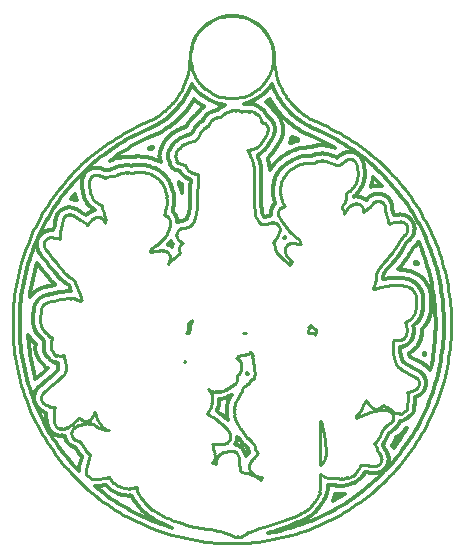
<source format=gto>
%MOIN*%
%OFA0B0*%
%FSLAX46Y46*%
%IPPOS*%
%LPD*%
%ADD10C,0.00984251968503937*%
%ADD11C,0.011811023622047244*%
%ADD12C,0.013779527559055118*%
%ADD13C,0.015748031496062992*%
%LPD*%
D10*
X0000758500Y0000019700D02*
X0000774499Y0000020100D01*
X0000790600Y0000020799D01*
X0000806600Y0000021800D01*
X0000822600Y0000023200D01*
X0000838600Y0000025000D01*
X0000854500Y0000027100D01*
X0000870400Y0000029600D01*
X0000886200Y0000032400D01*
X0000902000Y0000035500D01*
X0000917700Y0000039000D01*
X0000933300Y0000042899D01*
X0000948800Y0000047100D01*
X0000964200Y0000051600D01*
X0000979500Y0000056500D01*
X0000994700Y0000061700D01*
X0001009800Y0000067200D01*
X0001024799Y0000073100D01*
X0001039600Y0000079300D01*
X0001054300Y0000085799D01*
X0001068800Y0000092600D01*
X0001083200Y0000099800D01*
X0001097400Y0000107300D01*
X0001111500Y0000115100D01*
X0001125400Y0000123100D01*
X0001139100Y0000131500D01*
X0001152600Y0000140200D01*
X0001165900Y0000149200D01*
X0001179000Y0000158500D01*
X0001191900Y0000168100D01*
X0001204600Y0000177900D01*
X0001217100Y0000188000D01*
X0001229400Y0000198400D01*
X0001241400Y0000209100D01*
X0001253200Y0000220000D01*
X0001264700Y0000231200D01*
X0001275999Y0000242600D01*
X0001287000Y0000254300D01*
X0001297800Y0000266200D01*
X0001308300Y0000278300D01*
X0001318599Y0000290700D01*
X0001328500Y0000303300D01*
X0001338200Y0000316099D01*
X0001347600Y0000329200D01*
X0001356800Y0000342400D01*
X0001365600Y0000355800D01*
X0001374100Y0000369400D01*
X0001382300Y0000383300D01*
X0001390300Y0000397200D01*
X0001397900Y0000411400D01*
X0001405200Y0000425700D01*
X0001412200Y0000440200D01*
X0001418800Y0000454800D01*
X0001425200Y0000469500D01*
X0001431200Y0000484400D01*
X0001436900Y0000499500D01*
X0001442200Y0000514599D01*
X0001447200Y0000529900D01*
X0001451900Y0000545300D01*
X0001456300Y0000560700D01*
X0001460300Y0000576300D01*
X0001463900Y0000591900D01*
X0001467200Y0000607700D01*
X0001470199Y0000623400D01*
X0001472800Y0000639300D01*
X0001475100Y0000655200D01*
X0001477000Y0000671199D01*
X0001478600Y0000687200D01*
X0001479800Y0000703200D01*
X0001480700Y0000719200D01*
X0001481200Y0000735299D01*
X0001481300Y0000751400D01*
X0001481100Y0000767400D01*
X0001480600Y0000783499D01*
X0001479700Y0000799500D01*
X0001478400Y0000815500D01*
X0001476799Y0000831500D01*
X0001474900Y0000847500D01*
X0001472600Y0000863400D01*
X0001469900Y0000879200D01*
X0001466900Y0000895000D01*
X0001463599Y0000910700D01*
X0001459900Y0000926400D01*
X0001455800Y0000941900D01*
X0001451500Y0000957400D01*
X0001446800Y0000972700D01*
X0001441700Y0000988000D01*
X0001436300Y0001003100D01*
X0001430600Y0001018100D01*
X0001424500Y0001032999D01*
X0001418200Y0001047800D01*
X0001411500Y0001062400D01*
X0001404500Y0001076800D01*
X0001397100Y0001091100D01*
X0001389500Y0001105300D01*
X0001381500Y0001119200D01*
X0001373300Y0001133000D01*
X0001364700Y0001146600D01*
X0001355900Y0001160000D01*
X0001346700Y0001173200D01*
X0001337300Y0001186200D01*
X0001327600Y0001199000D01*
X0001317599Y0001211600D01*
X0001307300Y0001224000D01*
X0001296800Y0001236100D01*
X0001285900Y0001248000D01*
X0001274900Y0001259600D01*
X0001263599Y0001271000D01*
X0001252000Y0001282199D01*
X0001240200Y0001293100D01*
X0001228100Y0001303700D01*
X0001215900Y0001314100D01*
X0001203400Y0001324199D01*
X0001190700Y0001334000D01*
X0001177700Y0001343600D01*
X0001164600Y0001352800D01*
X0001151200Y0001361800D01*
X0001137700Y0001370400D01*
X0001124000Y0001378799D01*
X0001110100Y0001386800D01*
X0001096000Y0001394600D01*
X0001081800Y0001402000D01*
X0001067400Y0001409199D01*
X0001052800Y0001415999D01*
X0001037900Y0001422500D01*
X0001037900Y0001422600D01*
X0001037800Y0001422600D01*
X0001022200Y0001429500D01*
X0001020799Y0001430200D01*
X0001005800Y0001438400D01*
X0001004500Y0001439199D01*
X0000990200Y0001448600D01*
X0000988900Y0001449500D01*
X0000975400Y0001459900D01*
X0000974200Y0001460900D01*
X0000961500Y0001472400D01*
X0000960400Y0001473500D01*
X0000948700Y0001486000D01*
X0000947700Y0001487200D01*
X0000937000Y0001500500D01*
X0000936100Y0001501800D01*
X0000926500Y0001515900D01*
X0000925700Y0001517200D01*
X0000917300Y0001532100D01*
X0000916600Y0001533500D01*
X0000909300Y0001548999D01*
X0000908700Y0001550400D01*
X0000902800Y0001566400D01*
X0000902300Y0001567900D01*
X0000897600Y0001584400D01*
X0000897200Y0001585900D01*
X0000893900Y0001602600D01*
X0000893600Y0001604200D01*
X0000891600Y0001621100D01*
X0000891500Y0001622700D01*
X0000890800Y0001639600D01*
X0000890000Y0001655200D01*
X0000887700Y0001669700D01*
X0000883900Y0001683900D01*
X0000878600Y0001697600D01*
X0000871900Y0001710700D01*
X0000863900Y0001723000D01*
X0000854700Y0001734400D01*
X0000844300Y0001744800D01*
X0000832900Y0001754000D01*
X0000820600Y0001762000D01*
X0000807500Y0001768700D01*
X0000793800Y0001774000D01*
X0000779600Y0001777800D01*
X0000765100Y0001780100D01*
X0000750499Y0001780800D01*
X0000735800Y0001780100D01*
X0000721300Y0001777800D01*
X0000707100Y0001774000D01*
X0000693400Y0001768700D01*
X0000680299Y0001762000D01*
X0000667999Y0001754000D01*
X0000656600Y0001744800D01*
X0000646200Y0001734400D01*
X0000637000Y0001723000D01*
X0000629000Y0001710700D01*
X0000622300Y0001697600D01*
X0000617000Y0001683900D01*
X0000613200Y0001669700D01*
X0000610900Y0001655200D01*
X0000610100Y0001639600D01*
X0000609400Y0001622700D01*
X0000609300Y0001621100D01*
X0000607300Y0001604200D01*
X0000607000Y0001602600D01*
X0000603700Y0001585900D01*
X0000603300Y0001584400D01*
X0000598600Y0001567900D01*
X0000598100Y0001566400D01*
X0000592200Y0001550400D01*
X0000591600Y0001548999D01*
X0000584300Y0001533500D01*
X0000583600Y0001532100D01*
X0000575200Y0001517200D01*
X0000574400Y0001515900D01*
X0000564800Y0001501800D01*
X0000563900Y0001500500D01*
X0000553200Y0001487200D01*
X0000552200Y0001486000D01*
X0000540500Y0001473500D01*
X0000539400Y0001472400D01*
X0000526700Y0001460900D01*
X0000525500Y0001459900D01*
X0000512000Y0001449500D01*
X0000510700Y0001448600D01*
X0000496400Y0001439199D01*
X0000495100Y0001438400D01*
X0000480100Y0001430200D01*
X0000478700Y0001429500D01*
X0000463100Y0001422600D01*
X0000463000Y0001422500D01*
X0000448100Y0001415999D01*
X0000433500Y0001409199D01*
X0000419099Y0001402000D01*
X0000404900Y0001394600D01*
X0000390800Y0001386800D01*
X0000376900Y0001378799D01*
X0000363200Y0001370400D01*
X0000349700Y0001361800D01*
X0000336300Y0001352800D01*
X0000323200Y0001343500D01*
X0000310300Y0001334000D01*
X0000297500Y0001324199D01*
X0000285000Y0001314100D01*
X0000272800Y0001303700D01*
X0000260700Y0001293100D01*
X0000248900Y0001282199D01*
X0000237300Y0001271000D01*
X0000226000Y0001259600D01*
X0000215000Y0001248000D01*
X0000204100Y0001236100D01*
X0000193599Y0001224000D01*
X0000183300Y0001211600D01*
X0000173300Y0001199000D01*
X0000163600Y0001186200D01*
X0000154200Y0001173200D01*
X0000145000Y0001160000D01*
X0000136200Y0001146600D01*
X0000127599Y0001133000D01*
X0000119400Y0001119200D01*
X0000111400Y0001105300D01*
X0000103800Y0001091100D01*
X0000096400Y0001076800D01*
X0000089400Y0001062400D01*
X0000082700Y0001047800D01*
X0000076400Y0001032999D01*
X0000070300Y0001018100D01*
X0000064600Y0001003100D01*
X0000059200Y0000988000D01*
X0000054100Y0000972700D01*
X0000049400Y0000957400D01*
X0000045100Y0000941900D01*
X0000040999Y0000926400D01*
X0000037300Y0000910700D01*
X0000034000Y0000895000D01*
X0000031000Y0000879200D01*
X0000028300Y0000863400D01*
X0000026000Y0000847500D01*
X0000024100Y0000831500D01*
X0000022499Y0000815500D01*
X0000021200Y0000799500D01*
X0000020300Y0000783499D01*
X0000019800Y0000767400D01*
X0000019600Y0000751400D01*
X0000019700Y0000735299D01*
X0000020200Y0000719200D01*
X0000021100Y0000703200D01*
X0000022299Y0000687200D01*
X0000023900Y0000671199D01*
X0000025800Y0000655200D01*
X0000028100Y0000639300D01*
X0000030700Y0000623400D01*
X0000033700Y0000607700D01*
X0000037000Y0000591900D01*
X0000040600Y0000576300D01*
X0000044599Y0000560700D01*
X0000049000Y0000545300D01*
X0000053700Y0000529900D01*
X0000058700Y0000514599D01*
X0000064000Y0000499500D01*
X0000069700Y0000484400D01*
X0000075700Y0000469600D01*
X0000082100Y0000454800D01*
X0000088700Y0000440200D01*
X0000095699Y0000425700D01*
X0000103000Y0000411400D01*
X0000110600Y0000397200D01*
X0000118600Y0000383200D01*
X0000126800Y0000369400D01*
X0000135300Y0000355800D01*
X0000144100Y0000342400D01*
X0000153300Y0000329200D01*
X0000162700Y0000316200D01*
X0000172399Y0000303300D01*
X0000182299Y0000290700D01*
X0000192600Y0000278300D01*
X0000203100Y0000266200D01*
X0000213900Y0000254300D01*
X0000224900Y0000242600D01*
X0000236200Y0000231200D01*
X0000247700Y0000220000D01*
X0000259500Y0000209100D01*
X0000271500Y0000198400D01*
X0000283800Y0000188000D01*
X0000296300Y0000177900D01*
X0000309000Y0000168100D01*
X0000321899Y0000158500D01*
X0000335000Y0000149200D01*
X0000348300Y0000140200D01*
X0000361800Y0000131500D01*
X0000375500Y0000123100D01*
X0000389400Y0000115100D01*
X0000403500Y0000107300D01*
X0000417700Y0000099800D01*
X0000432100Y0000092600D01*
X0000446600Y0000085799D01*
X0000461300Y0000079300D01*
X0000476100Y0000073100D01*
X0000491100Y0000067200D01*
X0000506200Y0000061700D01*
X0000521400Y0000056500D01*
X0000536700Y0000051600D01*
X0000552100Y0000047100D01*
X0000567600Y0000042899D01*
X0000583200Y0000039000D01*
X0000598900Y0000035500D01*
X0000614600Y0000032400D01*
X0000630500Y0000029600D01*
X0000646300Y0000027100D01*
X0000662299Y0000025000D01*
X0000678200Y0000023200D01*
X0000694300Y0000021800D01*
X0000710300Y0000020799D01*
X0000726400Y0000020100D01*
X0000742400Y0000019700D01*
X0000758500Y0000019700D01*
X0000738800Y0001502800D02*
X0000736900Y0001502800D01*
X0000734999Y0001503100D01*
X0000719799Y0001506199D01*
X0000719799Y0001506199D01*
X0000712200Y0001507700D01*
X0000710300Y0001508100D01*
X0000708500Y0001508800D01*
X0000687000Y0001517700D01*
X0000685200Y0001518500D01*
X0000683599Y0001519500D01*
X0000664200Y0001532400D01*
X0000662700Y0001533600D01*
X0000661200Y0001534900D01*
X0000644800Y0001551300D01*
X0000643500Y0001552800D01*
X0000642300Y0001554300D01*
X0000629400Y0001573700D01*
X0000628400Y0001575300D01*
X0000627600Y0001577100D01*
X0000618700Y0001598600D01*
X0000618000Y0001600400D01*
X0000617600Y0001602300D01*
X0000613000Y0001625100D01*
X0000612700Y0001627000D01*
X0000612700Y0001628900D01*
X0000612700Y0001652199D01*
X0000612700Y0001654100D01*
X0000613000Y0001656000D01*
X0000617600Y0001678800D01*
X0000618000Y0001680700D01*
X0000618700Y0001682500D01*
X0000627600Y0001704000D01*
X0000628400Y0001705800D01*
X0000629400Y0001707400D01*
X0000642300Y0001726800D01*
X0000643500Y0001728300D01*
X0000644800Y0001729800D01*
X0000661200Y0001746200D01*
X0000662700Y0001747500D01*
X0000664200Y0001748700D01*
X0000683599Y0001761600D01*
X0000685200Y0001762600D01*
X0000687000Y0001763400D01*
X0000708500Y0001772300D01*
X0000710300Y0001773000D01*
X0000712200Y0001773400D01*
X0000719799Y0001774900D01*
X0000719799Y0001774900D01*
X0000734999Y0001778000D01*
X0000736900Y0001778300D01*
X0000738800Y0001778300D01*
X0000762100Y0001778300D01*
X0000764000Y0001778300D01*
X0000765900Y0001778000D01*
X0000781100Y0001774900D01*
X0000788700Y0001773400D01*
X0000790600Y0001773000D01*
X0000792400Y0001772300D01*
X0000813899Y0001763400D01*
X0000815700Y0001762600D01*
X0000817300Y0001761600D01*
X0000836700Y0001748700D01*
X0000838199Y0001747500D01*
X0000839700Y0001746200D01*
X0000856100Y0001729800D01*
X0000857400Y0001728300D01*
X0000858600Y0001726800D01*
X0000871500Y0001707400D01*
X0000872500Y0001705800D01*
X0000873300Y0001704000D01*
X0000882200Y0001682500D01*
X0000882900Y0001680700D01*
X0000883300Y0001678800D01*
X0000887900Y0001656000D01*
X0000888200Y0001654100D01*
X0000888200Y0001652199D01*
X0000888200Y0001628900D01*
X0000888200Y0001627000D01*
X0000887900Y0001625100D01*
X0000883300Y0001602300D01*
X0000882900Y0001600400D01*
X0000882200Y0001598600D01*
X0000873300Y0001577100D01*
X0000872500Y0001575300D01*
X0000871500Y0001573700D01*
X0000858600Y0001554300D01*
X0000857400Y0001552800D01*
X0000856100Y0001551300D01*
X0000839700Y0001534900D01*
X0000838199Y0001533600D01*
X0000836700Y0001532400D01*
X0000817300Y0001519500D01*
X0000815700Y0001518500D01*
X0000813899Y0001517700D01*
X0000792400Y0001508800D01*
X0000790600Y0001508100D01*
X0000788700Y0001507700D01*
X0000781100Y0001506199D01*
X0000781100Y0001506199D01*
X0000765900Y0001503100D01*
X0000764000Y0001502800D01*
X0000762100Y0001502800D01*
X0000738800Y0001502800D01*
X0000774100Y0000039300D02*
X0000772600Y0000040400D01*
X0000772300Y0000040200D01*
X0000771900Y0000040100D01*
X0000771700Y0000040999D01*
X0000771700Y0000041100D01*
X0000771599Y0000041100D01*
X0000771299Y0000041100D01*
X0000769100Y0000042699D01*
X0000769100Y0000042699D01*
X0000768499Y0000039400D01*
X0000767300Y0000039600D01*
X0000764300Y0000040300D01*
X0000764000Y0000040400D01*
X0000763700Y0000040300D01*
X0000761300Y0000041100D01*
X0000760300Y0000041500D01*
X0000755000Y0000043499D01*
X0000754700Y0000043600D01*
X0000747399Y0000046699D01*
X0000747199Y0000046699D01*
X0000739700Y0000049900D01*
X0000729500Y0000054100D01*
X0000720900Y0000057200D01*
X0000712600Y0000059700D01*
X0000703600Y0000061900D01*
X0000692799Y0000063799D01*
X0000679900Y0000065800D01*
X0000669400Y0000067200D01*
X0000669200Y0000067200D01*
X0000648100Y0000070300D01*
X0000647800Y0000070300D01*
X0000646600Y0000070500D01*
X0000646200Y0000070600D01*
X0000627700Y0000074000D01*
X0000626800Y0000074200D01*
X0000609500Y0000078100D01*
X0000608600Y0000078400D01*
X0000591300Y0000083300D01*
X0000590600Y0000083499D01*
X0000572900Y0000089300D01*
X0000572200Y0000089500D01*
X0000547400Y0000098600D01*
X0000546400Y0000099000D01*
X0000525100Y0000108200D01*
X0000524000Y0000108700D01*
X0000522900Y0000109300D01*
X0000522700Y0000109400D01*
X0000504600Y0000118900D01*
X0000502900Y0000119900D01*
X0000487500Y0000130100D01*
X0000485700Y0000131500D01*
X0000472600Y0000142600D01*
X0000471400Y0000143700D01*
X0000470500Y0000144500D01*
X0000469900Y0000145100D01*
X0000458600Y0000157400D01*
X0000457300Y0000159100D01*
X0000449100Y0000170199D01*
X0000448600Y0000171000D01*
X0000438900Y0000185600D01*
X0000437700Y0000187599D01*
X0000437200Y0000188700D01*
X0000436000Y0000191500D01*
X0000435300Y0000194500D01*
X0000435100Y0000195700D01*
X0000434800Y0000198800D01*
X0000434800Y0000207100D01*
X0000429900Y0000205100D01*
X0000426600Y0000206500D01*
X0000424200Y0000203700D01*
X0000413300Y0000202200D01*
X0000411100Y0000203800D01*
X0000409000Y0000202000D01*
X0000397800Y0000202900D01*
X0000395700Y0000205100D01*
X0000392900Y0000203700D01*
X0000378700Y0000207600D01*
X0000376599Y0000210900D01*
X0000372700Y0000210200D01*
X0000361000Y0000217100D01*
X0000359899Y0000221100D01*
X0000355700Y0000221600D01*
X0000346399Y0000231600D01*
X0000344699Y0000233600D01*
X0000343399Y0000235800D01*
X0000340800Y0000240700D01*
X0000338899Y0000239900D01*
X0000337099Y0000239200D01*
X0000335200Y0000238700D01*
X0000326100Y0000236700D01*
X0000324100Y0000237700D01*
X0000322600Y0000236100D01*
X0000310600Y0000234900D01*
X0000310100Y0000235300D01*
X0000309600Y0000234800D01*
X0000302200Y0000234400D01*
X0000302000Y0000234500D01*
X0000301900Y0000234400D01*
X0000283700Y0000233700D01*
X0000270900Y0000244900D01*
X0000266900Y0000244700D01*
X0000266600Y0000247500D01*
X0000265500Y0000248100D01*
X0000265600Y0000249500D01*
X0000263300Y0000251500D01*
X0000264900Y0000253500D01*
X0000264200Y0000255100D01*
X0000263500Y0000258000D01*
X0000263500Y0000258100D01*
X0000264700Y0000263600D01*
X0000263900Y0000271300D01*
X0000266400Y0000274800D01*
X0000266600Y0000275200D01*
X0000268200Y0000280200D01*
X0000269900Y0000287500D01*
X0000270400Y0000290000D01*
X0000270400Y0000290400D01*
X0000270400Y0000290400D01*
X0000273100Y0000303400D01*
X0000273600Y0000305200D01*
X0000276600Y0000315200D01*
X0000276800Y0000315600D01*
X0000276500Y0000315799D01*
X0000274100Y0000317800D01*
X0000273200Y0000318700D01*
X0000272700Y0000319300D01*
X0000262400Y0000330400D01*
X0000261299Y0000331800D01*
X0000260200Y0000333300D01*
X0000253900Y0000343399D01*
X0000253900Y0000343399D01*
X0000247700Y0000353500D01*
X0000243100Y0000358800D01*
X0000240100Y0000361000D01*
X0000240000Y0000361100D01*
X0000236500Y0000361900D01*
X0000236000Y0000362000D01*
X0000233300Y0000362700D01*
X0000231200Y0000363400D01*
X0000229300Y0000364200D01*
X0000228200Y0000364800D01*
X0000225600Y0000366400D01*
X0000223200Y0000368400D01*
X0000222400Y0000369300D01*
X0000220300Y0000371600D01*
X0000218700Y0000374300D01*
X0000218200Y0000375400D01*
X0000217000Y0000378199D01*
X0000216300Y0000381199D01*
X0000216100Y0000382400D01*
X0000215900Y0000384299D01*
X0000215800Y0000385300D01*
X0000215800Y0000387500D01*
X0000216000Y0000389600D01*
X0000216200Y0000390800D01*
X0000216900Y0000393800D01*
X0000218100Y0000396700D01*
X0000218700Y0000397800D01*
X0000220300Y0000400400D01*
X0000222300Y0000402800D01*
X0000223100Y0000403600D01*
X0000224900Y0000405200D01*
X0000226700Y0000406500D01*
X0000229600Y0000408300D01*
X0000231000Y0000409000D01*
X0000232100Y0000409600D01*
X0000233100Y0000410100D01*
X0000238000Y0000412200D01*
X0000239300Y0000412700D01*
X0000245300Y0000414900D01*
X0000246400Y0000415300D01*
X0000252600Y0000417100D01*
X0000254199Y0000417500D01*
X0000259700Y0000418700D01*
X0000260700Y0000418900D01*
X0000261900Y0000419099D01*
X0000262500Y0000419099D01*
X0000263400Y0000419300D01*
X0000264200Y0000418700D01*
X0000264900Y0000419400D01*
X0000271100Y0000419700D01*
X0000273500Y0000417700D01*
X0000274300Y0000417400D01*
X0000277400Y0000419099D01*
X0000282300Y0000418100D01*
X0000284800Y0000417400D01*
X0000287100Y0000416400D01*
X0000288200Y0000415800D01*
X0000288600Y0000415600D01*
X0000294000Y0000412700D01*
X0000295500Y0000411900D01*
X0000297400Y0000410600D01*
X0000302500Y0000407700D01*
X0000309200Y0000404500D01*
X0000317399Y0000401100D01*
X0000317800Y0000400899D01*
X0000330000Y0000397300D01*
X0000337800Y0000396399D01*
X0000340600Y0000396800D01*
X0000340700Y0000397300D01*
X0000340900Y0000398400D01*
X0000331099Y0000397899D01*
X0000325700Y0000402600D01*
X0000325300Y0000402900D01*
X0000319300Y0000408499D01*
X0000319099Y0000410300D01*
X0000317200Y0000410500D01*
X0000312300Y0000415800D01*
X0000310700Y0000417700D01*
X0000306600Y0000423400D01*
X0000305200Y0000425700D01*
X0000301700Y0000432400D01*
X0000302100Y0000434500D01*
X0000300200Y0000435400D01*
X0000296900Y0000443800D01*
X0000296400Y0000445100D01*
X0000293000Y0000455800D01*
X0000292800Y0000456500D01*
X0000292700Y0000456800D01*
X0000292600Y0000456400D01*
X0000291600Y0000453700D01*
X0000290300Y0000450600D01*
X0000289800Y0000449500D01*
X0000289200Y0000448400D01*
X0000289000Y0000448000D01*
X0000286200Y0000442800D01*
X0000285000Y0000440800D01*
X0000282700Y0000437500D01*
X0000280500Y0000434900D01*
X0000279600Y0000434100D01*
X0000277100Y0000431900D01*
X0000276200Y0000431300D01*
X0000276000Y0000431300D01*
X0000274100Y0000430200D01*
X0000273500Y0000429900D01*
X0000270700Y0000428700D01*
X0000267700Y0000428000D01*
X0000266500Y0000427800D01*
X0000263400Y0000427500D01*
X0000260299Y0000427800D01*
X0000259100Y0000428000D01*
X0000256100Y0000428700D01*
X0000254300Y0000429400D01*
X0000253500Y0000429600D01*
X0000250600Y0000430800D01*
X0000250199Y0000431000D01*
X0000248000Y0000432600D01*
X0000247200Y0000432600D01*
X0000245500Y0000434100D01*
X0000244500Y0000435000D01*
X0000243700Y0000435900D01*
X0000242400Y0000437300D01*
X0000241600Y0000438200D01*
X0000239500Y0000435600D01*
X0000238000Y0000433900D01*
X0000237000Y0000433000D01*
X0000233700Y0000429700D01*
X0000232900Y0000428900D01*
X0000225300Y0000422200D01*
X0000224300Y0000421400D01*
X0000216600Y0000415300D01*
X0000215600Y0000414600D01*
X0000208300Y0000409600D01*
X0000206900Y0000408800D01*
X0000200700Y0000405300D01*
X0000197900Y0000405900D01*
X0000196600Y0000403400D01*
X0000192200Y0000401800D01*
X0000190700Y0000402399D01*
X0000189799Y0000402000D01*
X0000186799Y0000401300D01*
X0000185600Y0000401100D01*
X0000185100Y0000404700D01*
X0000184900Y0000404600D01*
X0000184499Y0000402399D01*
X0000184400Y0000402399D01*
X0000181900Y0000403000D01*
X0000178399Y0000401200D01*
X0000176500Y0000401600D01*
X0000174400Y0000402300D01*
X0000172299Y0000403200D01*
X0000171200Y0000403800D01*
X0000168599Y0000405400D01*
X0000166200Y0000407400D01*
X0000165400Y0000408300D01*
X0000163400Y0000410600D01*
X0000161799Y0000413300D01*
X0000161200Y0000414400D01*
X0000160400Y0000416000D01*
X0000159800Y0000417800D01*
X0000158900Y0000420900D01*
X0000158400Y0000423200D01*
X0000157500Y0000429100D01*
X0000157400Y0000429100D01*
X0000157300Y0000430400D01*
X0000157100Y0000431300D01*
X0000156300Y0000438600D01*
X0000156300Y0000439000D01*
X0000156300Y0000439100D01*
X0000156200Y0000440700D01*
X0000156200Y0000440800D01*
X0000156200Y0000440800D01*
X0000156200Y0000441200D01*
X0000156500Y0000456900D01*
X0000156700Y0000459700D01*
X0000156900Y0000460900D01*
X0000157200Y0000462500D01*
X0000159700Y0000472700D01*
X0000159300Y0000472700D01*
X0000158100Y0000472900D01*
X0000157800Y0000473000D01*
X0000147000Y0000474800D01*
X0000144900Y0000475300D01*
X0000142800Y0000476100D01*
X0000134600Y0000479500D01*
X0000133200Y0000480100D01*
X0000132100Y0000480700D01*
X0000130399Y0000481700D01*
X0000130200Y0000481800D01*
X0000130100Y0000481900D01*
X0000125200Y0000485100D01*
X0000123600Y0000486200D01*
X0000122100Y0000487600D01*
X0000121300Y0000488500D01*
X0000119200Y0000490800D01*
X0000117600Y0000493500D01*
X0000117100Y0000494600D01*
X0000115900Y0000497400D01*
X0000115200Y0000500399D01*
X0000115000Y0000501600D01*
X0000114700Y0000504700D01*
X0000115000Y0000507800D01*
X0000115200Y0000509000D01*
X0000115900Y0000512000D01*
X0000117100Y0000514900D01*
X0000117600Y0000516000D01*
X0000119200Y0000518599D01*
X0000121300Y0000520900D01*
X0000122100Y0000521800D01*
X0000123200Y0000522800D01*
X0000153700Y0000549200D01*
X0000166800Y0000560500D01*
X0000177100Y0000569600D01*
X0000184900Y0000576700D01*
X0000189700Y0000581300D01*
X0000192800Y0000584700D01*
X0000194399Y0000586900D01*
X0000194600Y0000587200D01*
X0000195000Y0000588300D01*
X0000195300Y0000589800D01*
X0000196400Y0000598500D01*
X0000196400Y0000611300D01*
X0000195000Y0000626300D01*
X0000192400Y0000641900D01*
X0000191000Y0000647900D01*
X0000179000Y0000643000D01*
X0000167200Y0000647700D01*
X0000164200Y0000645400D01*
X0000161500Y0000648700D01*
X0000158799Y0000649100D01*
X0000157700Y0000651500D01*
X0000153700Y0000653099D01*
X0000154900Y0000656600D01*
X0000146800Y0000666400D01*
X0000148000Y0000682700D01*
X0000148000Y0000683000D01*
X0000148800Y0000692200D01*
X0000148900Y0000692799D01*
X0000149900Y0000701799D01*
X0000150000Y0000702500D01*
X0000150500Y0000705700D01*
X0000150100Y0000705900D01*
X0000150100Y0000705900D01*
X0000149000Y0000706500D01*
X0000147200Y0000707499D01*
X0000145600Y0000708700D01*
X0000135700Y0000716599D01*
X0000134000Y0000718100D01*
X0000133100Y0000719000D01*
X0000132700Y0000719400D01*
X0000124000Y0000728700D01*
X0000122600Y0000730400D01*
X0000118200Y0000736200D01*
X0000116500Y0000739000D01*
X0000115900Y0000740100D01*
X0000115300Y0000741500D01*
X0000113100Y0000746600D01*
X0000114600Y0000750299D01*
X0000114100Y0000751000D01*
X0000111500Y0000753399D01*
X0000110900Y0000759700D01*
X0000110800Y0000761500D01*
X0000110800Y0000762800D01*
X0000110800Y0000762900D01*
X0000110800Y0000772900D01*
X0000111100Y0000776000D01*
X0000111300Y0000777200D01*
X0000112000Y0000780200D01*
X0000113200Y0000783100D01*
X0000113700Y0000784200D01*
X0000115300Y0000786800D01*
X0000115600Y0000787200D01*
X0000115300Y0000787900D01*
X0000114600Y0000790200D01*
X0000114200Y0000792200D01*
X0000114400Y0000792500D01*
X0000114200Y0000793000D01*
X0000114200Y0000799100D01*
X0000114400Y0000800100D01*
X0000115100Y0000803200D01*
X0000116300Y0000806000D01*
X0000116800Y0000807100D01*
X0000118500Y0000809700D01*
X0000119400Y0000810899D01*
X0000120700Y0000813000D01*
X0000122700Y0000815400D01*
X0000123100Y0000815700D01*
X0000127400Y0000818800D01*
X0000127700Y0000819500D01*
X0000130399Y0000820800D01*
X0000132800Y0000821700D01*
X0000138700Y0000823500D01*
X0000139400Y0000823700D01*
X0000147500Y0000825900D01*
X0000148000Y0000826000D01*
X0000157500Y0000828200D01*
X0000157800Y0000828300D01*
X0000167899Y0000830600D01*
X0000168300Y0000830600D01*
X0000178100Y0000832600D01*
X0000178600Y0000832700D01*
X0000187400Y0000834200D01*
X0000187700Y0000834300D01*
X0000188900Y0000834500D01*
X0000189099Y0000834500D01*
X0000191399Y0000834800D01*
X0000191700Y0000834700D01*
X0000191900Y0000834900D01*
X0000202700Y0000836200D01*
X0000203499Y0000835600D01*
X0000204200Y0000836400D01*
X0000212300Y0000836700D01*
X0000213800Y0000835400D01*
X0000215300Y0000836600D01*
X0000221800Y0000835900D01*
X0000222700Y0000835800D01*
X0000223900Y0000835600D01*
X0000226700Y0000835000D01*
X0000232800Y0000833100D01*
X0000235300Y0000832099D01*
X0000241000Y0000829400D01*
X0000242800Y0000828700D01*
X0000243300Y0000828700D01*
X0000249100Y0000828900D01*
X0000250100Y0000829000D01*
X0000250100Y0000829000D01*
X0000250199Y0000829000D01*
X0000249700Y0000830400D01*
X0000249500Y0000831000D01*
X0000247100Y0000838600D01*
X0000243400Y0000850200D01*
X0000238800Y0000863000D01*
X0000234200Y0000875100D01*
X0000231500Y0000881700D01*
X0000225400Y0000895900D01*
X0000214900Y0000903100D01*
X0000214600Y0000903300D01*
X0000209300Y0000907100D01*
X0000208400Y0000907700D01*
X0000203600Y0000911600D01*
X0000202600Y0000912500D01*
X0000197700Y0000916900D01*
X0000197100Y0000917500D01*
X0000196200Y0000918400D01*
X0000196000Y0000918600D01*
X0000190700Y0000924100D01*
X0000190100Y0000924700D01*
X0000183900Y0000931700D01*
X0000183500Y0000932200D01*
X0000176000Y0000941100D01*
X0000175800Y0000941400D01*
X0000166500Y0000952800D01*
X0000166500Y0000952900D01*
X0000160900Y0000959800D01*
X0000160900Y0000959900D01*
X0000152100Y0000970800D01*
X0000152100Y0000970900D01*
X0000144200Y0000980800D01*
X0000144200Y0000980800D01*
X0000137600Y0000989300D01*
X0000137500Y0000989400D01*
X0000132500Y0000995900D01*
X0000132300Y0000996100D01*
X0000129099Y0001000300D01*
X0000128300Y0001001500D01*
X0000127400Y0001002999D01*
X0000126400Y0001004699D01*
X0000125900Y0001005800D01*
X0000124700Y0001008599D01*
X0000124000Y0001011600D01*
X0000123800Y0001012799D01*
X0000123500Y0001015900D01*
X0000123800Y0001018999D01*
X0000124000Y0001020200D01*
X0000124700Y0001023200D01*
X0000125900Y0001026100D01*
X0000126400Y0001027199D01*
X0000128000Y0001029800D01*
X0000130000Y0001032100D01*
X0000130899Y0001032999D01*
X0000133300Y0001034999D01*
X0000135900Y0001036600D01*
X0000137000Y0001037199D01*
X0000139900Y0001038400D01*
X0000142800Y0001039099D01*
X0000144100Y0001039299D01*
X0000146500Y0001039500D01*
X0000149000Y0001039400D01*
X0000151000Y0001039299D01*
X0000152300Y0001039099D01*
X0000153500Y0001038899D01*
X0000154100Y0001038800D01*
X0000159100Y0001037800D01*
X0000159700Y0001037700D01*
X0000166700Y0001036200D01*
X0000166900Y0001036100D01*
X0000169600Y0001035500D01*
X0000177100Y0001034000D01*
X0000179500Y0001033700D01*
X0000177699Y0001039800D01*
X0000177200Y0001042200D01*
X0000176999Y0001043400D01*
X0000176700Y0001046500D01*
X0000176999Y0001049600D01*
X0000177200Y0001050800D01*
X0000177500Y0001052600D01*
X0000182600Y0001072700D01*
X0000184599Y0001080900D01*
X0000185700Y0001086800D01*
X0000185999Y0001088900D01*
X0000185999Y0001089000D01*
X0000185999Y0001091300D01*
X0000186200Y0001093600D01*
X0000186400Y0001095300D01*
X0000186600Y0001096500D01*
X0000187300Y0001099500D01*
X0000188500Y0001102300D01*
X0000189099Y0001103400D01*
X0000190700Y0001106100D01*
X0000192700Y0001108400D01*
X0000193599Y0001109300D01*
X0000195899Y0001111300D01*
X0000198500Y0001112900D01*
X0000199600Y0001113500D01*
X0000202500Y0001114700D01*
X0000205500Y0001115400D01*
X0000206700Y0001115600D01*
X0000209300Y0001115800D01*
X0000211300Y0001115900D01*
X0000213100Y0001114200D01*
X0000213400Y0001114300D01*
X0000213500Y0001114300D01*
X0000213700Y0001115400D01*
X0000214100Y0001115400D01*
X0000217100Y0001114600D01*
X0000219900Y0001113500D01*
X0000220600Y0001113100D01*
X0000220700Y0001113100D01*
X0000223500Y0001111900D01*
X0000224100Y0001111600D01*
X0000227200Y0001109400D01*
X0000227900Y0001109400D01*
X0000229000Y0001108400D01*
X0000229700Y0001107800D01*
X0000233400Y0001105200D01*
X0000239700Y0001101300D01*
X0000244600Y0001098300D01*
X0000244900Y0001098100D01*
X0000253900Y0001092300D01*
X0000254600Y0001091900D01*
X0000263700Y0001085500D01*
X0000264400Y0001084900D01*
X0000269000Y0001081400D01*
X0000274300Y0001088100D01*
X0000274900Y0001088900D01*
X0000279700Y0001094400D01*
X0000280600Y0001095400D01*
X0000281500Y0001096300D01*
X0000281800Y0001096500D01*
X0000285200Y0001099800D01*
X0000286400Y0001100900D01*
X0000286400Y0001100900D01*
X0000288100Y0001102100D01*
X0000289900Y0001103200D01*
X0000291000Y0001103700D01*
X0000292400Y0001104400D01*
X0000293900Y0001105000D01*
X0000296100Y0001105800D01*
X0000298400Y0001106300D01*
X0000299600Y0001106500D01*
X0000302700Y0001106700D01*
X0000305800Y0001106500D01*
X0000307000Y0001106300D01*
X0000310000Y0001105600D01*
X0000312900Y0001104400D01*
X0000313900Y0001103800D01*
X0000316600Y0001102200D01*
X0000318899Y0001100200D01*
X0000319800Y0001099300D01*
X0000321100Y0001097900D01*
X0000322199Y0001096400D01*
X0000324999Y0001092300D01*
X0000326200Y0001090300D01*
X0000326699Y0001089200D01*
X0000326900Y0001088700D01*
X0000327500Y0001087500D01*
X0000327500Y0001088000D01*
X0000327800Y0001090100D01*
X0000327999Y0001091300D01*
X0000328099Y0001092300D01*
X0000329799Y0001100100D01*
X0000329799Y0001100400D01*
X0000329799Y0001100400D01*
X0000329900Y0001100800D01*
X0000329499Y0001101900D01*
X0000329100Y0001102900D01*
X0000328700Y0001103800D01*
X0000323599Y0001117100D01*
X0000322900Y0001119500D01*
X0000319800Y0001132100D01*
X0000319400Y0001133700D01*
X0000319200Y0001134900D01*
X0000319099Y0001136300D01*
X0000318100Y0001147300D01*
X0000318100Y0001147800D01*
X0000315400Y0001148600D01*
X0000309100Y0001151200D01*
X0000307600Y0001151900D01*
X0000301300Y0001155100D01*
X0000301300Y0001155100D01*
X0000300200Y0001155700D01*
X0000298300Y0001156800D01*
X0000296500Y0001158100D01*
X0000292700Y0001161300D01*
X0000291300Y0001162500D01*
X0000290400Y0001163300D01*
X0000288800Y0001165300D01*
X0000287300Y0001167400D01*
X0000284800Y0001171800D01*
X0000284200Y0001172800D01*
X0000283700Y0001173900D01*
X0000282900Y0001175800D01*
X0000281400Y0001179500D01*
X0000280900Y0001181100D01*
X0000279100Y0001187300D01*
X0000278700Y0001188700D01*
X0000277200Y0001196200D01*
X0000277000Y0001197100D01*
X0000276800Y0001198300D01*
X0000276800Y0001198400D01*
X0000275600Y0001206000D01*
X0000275600Y0001206000D01*
X0000275600Y0001206100D01*
X0000275600Y0001206100D01*
X0000275400Y0001207100D01*
X0000274700Y0001214200D01*
X0000274600Y0001215700D01*
X0000274400Y0001221100D01*
X0000274500Y0001222900D01*
X0000274700Y0001224700D01*
X0000274900Y0001225900D01*
X0000275000Y0001226700D01*
X0000275600Y0001229500D01*
X0000276300Y0001232100D01*
X0000277300Y0001234500D01*
X0000277900Y0001235600D01*
X0000279500Y0001238300D01*
X0000281500Y0001240600D01*
X0000282400Y0001241500D01*
X0000284600Y0001243400D01*
X0000287100Y0001245000D01*
X0000287500Y0001245200D01*
X0000287700Y0001245300D01*
X0000288800Y0001245800D01*
X0000291600Y0001247000D01*
X0000294600Y0001247700D01*
X0000295900Y0001247900D01*
X0000298900Y0001248200D01*
X0000302000Y0001247900D01*
X0000303200Y0001247700D01*
X0000306300Y0001247000D01*
X0000308800Y0001246200D01*
X0000310700Y0001245400D01*
X0000315600Y0001243300D01*
X0000316300Y0001243000D01*
X0000319900Y0001241200D01*
X0000324999Y0001239000D01*
X0000327200Y0001238400D01*
X0000329200Y0001238600D01*
X0000336100Y0001239900D01*
X0000345900Y0001242300D01*
X0000356500Y0001245200D01*
X0000366700Y0001248500D01*
X0000369900Y0001249600D01*
X0000370800Y0001249900D01*
X0000383800Y0001253800D01*
X0000386300Y0001254400D01*
X0000387500Y0001254600D01*
X0000388400Y0001254700D01*
X0000399000Y0001255900D01*
X0000401600Y0001253900D01*
X0000404300Y0001255800D01*
X0000413100Y0001254400D01*
X0000413100Y0001254400D01*
X0000414400Y0001254200D01*
X0000416100Y0001253900D01*
X0000416200Y0001253900D01*
X0000418600Y0001254400D01*
X0000419200Y0001254600D01*
X0000430900Y0001257100D01*
X0000432000Y0001257400D01*
X0000433200Y0001257500D01*
X0000435000Y0001257700D01*
X0000436700Y0001257800D01*
X0000449700Y0001257500D01*
X0000452300Y0001257200D01*
X0000453500Y0001257000D01*
X0000454500Y0001256900D01*
X0000469400Y0001253700D01*
X0000470800Y0001253400D01*
X0000471900Y0001253000D01*
X0000472800Y0001252700D01*
X0000481700Y0001249700D01*
X0000484300Y0001248600D01*
X0000485400Y0001248000D01*
X0000485800Y0001247800D01*
X0000492600Y0001244100D01*
X0000494200Y0001243200D01*
X0000495700Y0001242100D01*
X0000502299Y0001236600D01*
X0000503499Y0001235600D01*
X0000505900Y0001233300D01*
X0000506300Y0001233000D01*
X0000507100Y0001232100D01*
X0000507399Y0001231900D01*
X0000512599Y0001226400D01*
X0000514200Y0001224600D01*
X0000518000Y0001219600D01*
X0000519700Y0001216700D01*
X0000522700Y0001211000D01*
X0000522800Y0001210900D01*
X0000523300Y0001209800D01*
X0000524200Y0001207700D01*
X0000527100Y0001199900D01*
X0000527400Y0001199100D01*
X0000528900Y0001194500D01*
X0000529000Y0001194400D01*
X0000534900Y0001176000D01*
X0000532400Y0001170700D01*
X0000535800Y0001166100D01*
X0000533100Y0001145500D01*
X0000532000Y0001144600D01*
X0000532700Y0001143300D01*
X0000528700Y0001122200D01*
X0000528100Y0001119700D01*
X0000526000Y0001113400D01*
X0000528700Y0001112700D01*
X0000531600Y0001111500D01*
X0000532700Y0001111000D01*
X0000535300Y0001109300D01*
X0000537700Y0001107300D01*
X0000538500Y0001106500D01*
X0000540500Y0001104100D01*
X0000542200Y0001101500D01*
X0000542700Y0001100400D01*
X0000543900Y0001097500D01*
X0000544600Y0001094500D01*
X0000544800Y0001093300D01*
X0000545000Y0001091100D01*
X0000545000Y0001088800D01*
X0000544900Y0001086700D01*
X0000544700Y0001085000D01*
X0000544500Y0001083800D01*
X0000544300Y0001082800D01*
X0000543200Y0001077900D01*
X0000543100Y0001077100D01*
X0000541300Y0001070200D01*
X0000541300Y0001069900D01*
X0000540800Y0001068300D01*
X0000540300Y0001066700D01*
X0000535900Y0001054600D01*
X0000535000Y0001052500D01*
X0000534400Y0001051400D01*
X0000533700Y0001050000D01*
X0000527300Y0001039600D01*
X0000525500Y0001037199D01*
X0000524800Y0001036400D01*
X0000524800Y0001036400D01*
X0000515900Y0001026899D01*
X0000515499Y0001026500D01*
X0000514599Y0001025600D01*
X0000512700Y0001023900D01*
X0000500600Y0001014600D01*
X0000499400Y0001013700D01*
X0000494600Y0001010600D01*
X0000484900Y0001004200D01*
X0000476500Y0000998200D01*
X0000476800Y0000996800D01*
X0000477000Y0000995600D01*
X0000477200Y0000994600D01*
X0000477400Y0000992800D01*
X0000477500Y0000991000D01*
X0000477400Y0000990100D01*
X0000483700Y0000991700D01*
X0000484900Y0000991900D01*
X0000492500Y0000993400D01*
X0000493000Y0000993500D01*
X0000494200Y0000993700D01*
X0000494500Y0000993700D01*
X0000502299Y0000994800D01*
X0000502700Y0000994500D01*
X0000503100Y0000994900D01*
X0000510200Y0000995600D01*
X0000510900Y0000995100D01*
X0000511499Y0000995700D01*
X0000516900Y0000995900D01*
X0000517900Y0000995100D01*
X0000520499Y0000995300D01*
X0000521400Y0000995200D01*
X0000521900Y0000995500D01*
X0000524600Y0000995100D01*
X0000527600Y0000994400D01*
X0000530500Y0000993200D01*
X0000531600Y0000992600D01*
X0000534200Y0000991000D01*
X0000536500Y0000989000D01*
X0000537400Y0000988100D01*
X0000539000Y0000986300D01*
X0000540400Y0000984300D01*
X0000540600Y0000984000D01*
X0000541200Y0000982900D01*
X0000541700Y0000981800D01*
X0000542900Y0000978900D01*
X0000543600Y0000975900D01*
X0000543800Y0000974700D01*
X0000544100Y0000971600D01*
X0000543800Y0000968600D01*
X0000543600Y0000967300D01*
X0000543100Y0000964900D01*
X0000542400Y0000962500D01*
X0000542000Y0000961300D01*
X0000540100Y0000956200D01*
X0000540000Y0000955800D01*
X0000538200Y0000951300D01*
X0000539700Y0000953000D01*
X0000540800Y0000954300D01*
X0000541700Y0000955100D01*
X0000542000Y0000955500D01*
X0000555600Y0000968500D01*
X0000556000Y0000968800D01*
X0000556000Y0000968800D01*
X0000556900Y0000969600D01*
X0000573500Y0000982900D01*
X0000574600Y0000983700D01*
X0000579200Y0000986900D01*
X0000578900Y0000987400D01*
X0000577300Y0000990000D01*
X0000576700Y0000991100D01*
X0000575500Y0000993900D01*
X0000574800Y0000997000D01*
X0000574600Y0000998200D01*
X0000574400Y0001001200D01*
X0000574600Y0001004300D01*
X0000574800Y0001005500D01*
X0000575500Y0001008500D01*
X0000576700Y0001011400D01*
X0000577300Y0001012500D01*
X0000578900Y0001015099D01*
X0000580900Y0001017500D01*
X0000581700Y0001018300D01*
X0000584000Y0001020300D01*
X0000586600Y0001021900D01*
X0000586900Y0001022100D01*
X0000579300Y0001025900D01*
X0000579300Y0001025900D01*
X0000578200Y0001026500D01*
X0000575600Y0001028100D01*
X0000573200Y0001030100D01*
X0000572300Y0001030999D01*
X0000570300Y0001033300D01*
X0000568700Y0001036000D01*
X0000568200Y0001037099D01*
X0000567000Y0001039900D01*
X0000566300Y0001042899D01*
X0000566100Y0001044100D01*
X0000565800Y0001047199D01*
X0000566100Y0001050300D01*
X0000566300Y0001051500D01*
X0000567000Y0001054500D01*
X0000568200Y0001057400D01*
X0000568700Y0001058500D01*
X0000570300Y0001061100D01*
X0000572300Y0001063500D01*
X0000573200Y0001064300D01*
X0000575600Y0001066300D01*
X0000578200Y0001067900D01*
X0000579300Y0001068500D01*
X0000581300Y0001069400D01*
X0000583400Y0001070100D01*
X0000590200Y0001071800D01*
X0000603300Y0001075300D01*
X0000611700Y0001078400D01*
X0000615800Y0001080700D01*
X0000618000Y0001082800D01*
X0000620700Y0001086800D01*
X0000623900Y0001094300D01*
X0000628200Y0001107000D01*
X0000629000Y0001109900D01*
X0000630600Y0001115400D01*
X0000631599Y0001120300D01*
X0000632400Y0001125100D01*
X0000633100Y0001132800D01*
X0000633800Y0001142900D01*
X0000634500Y0001156300D01*
X0000634500Y0001156400D01*
X0000634799Y0001163300D01*
X0000635400Y0001178500D01*
X0000636000Y0001194900D01*
X0000636500Y0001210800D01*
X0000636800Y0001225400D01*
X0000637100Y0001236500D01*
X0000637200Y0001248600D01*
X0000637200Y0001248900D01*
X0000634200Y0001249700D01*
X0000633200Y0001250000D01*
X0000626700Y0001252000D01*
X0000625900Y0001252300D01*
X0000619800Y0001254500D01*
X0000618700Y0001254900D01*
X0000613900Y0001257000D01*
X0000612800Y0001257500D01*
X0000611700Y0001258100D01*
X0000610100Y0001258900D01*
X0000607500Y0001260600D01*
X0000605700Y0001261900D01*
X0000604100Y0001263300D01*
X0000603200Y0001264199D01*
X0000601200Y0001266500D01*
X0000599600Y0001269200D01*
X0000599000Y0001270300D01*
X0000597900Y0001273100D01*
X0000597100Y0001276100D01*
X0000596900Y0001277300D01*
X0000596900Y0001278000D01*
X0000596700Y0001278300D01*
X0000594700Y0001280600D01*
X0000593800Y0001281999D01*
X0000591700Y0001281000D01*
X0000574400Y0001287399D01*
X0000570600Y0001286100D01*
X0000569600Y0001288500D01*
X0000568800Y0001288700D01*
X0000568600Y0001289600D01*
X0000565900Y0001290600D01*
X0000567300Y0001294500D01*
X0000560500Y0001311400D01*
X0000563500Y0001318799D01*
X0000564200Y0001320300D01*
X0000564800Y0001321400D01*
X0000565500Y0001322700D01*
X0000571800Y0001333000D01*
X0000573100Y0001335000D01*
X0000574700Y0001336799D01*
X0000575600Y0001337600D01*
X0000576500Y0001338500D01*
X0000585600Y0001346500D01*
X0000587600Y0001347999D01*
X0000589700Y0001349199D01*
X0000590800Y0001349800D01*
X0000591600Y0001350200D01*
X0000602900Y0001355300D01*
X0000604600Y0001356000D01*
X0000606500Y0001356500D01*
X0000609900Y0001357300D01*
X0000610500Y0001357400D01*
X0000621200Y0001359600D01*
X0000627500Y0001361300D01*
X0000628200Y0001361599D01*
X0000632199Y0001367199D01*
X0000633200Y0001368400D01*
X0000637300Y0001373300D01*
X0000638400Y0001374500D01*
X0000639300Y0001375400D01*
X0000641199Y0001377100D01*
X0000641900Y0001377600D01*
X0000642800Y0001381100D01*
X0000643500Y0001383200D01*
X0000644399Y0001385100D01*
X0000644900Y0001386200D01*
X0000645400Y0001387100D01*
X0000648300Y0001392200D01*
X0000649300Y0001393800D01*
X0000650399Y0001395300D01*
X0000654100Y0001399500D01*
X0000655100Y0001400700D01*
X0000655999Y0001401500D01*
X0000657800Y0001403100D01*
X0000659700Y0001404400D01*
X0000663200Y0001406500D01*
X0000664400Y0001407200D01*
X0000665499Y0001407800D01*
X0000668399Y0001408999D01*
X0000671399Y0001409700D01*
X0000671900Y0001409799D01*
X0000672300Y0001411700D01*
X0000673100Y0001413800D01*
X0000675000Y0001418500D01*
X0000675600Y0001419900D01*
X0000676200Y0001420999D01*
X0000677399Y0001423100D01*
X0000679000Y0001425100D01*
X0000681200Y0001427599D01*
X0000682000Y0001428399D01*
X0000682800Y0001429300D01*
X0000685000Y0001431100D01*
X0000687300Y0001432700D01*
X0000693800Y0001436200D01*
X0000694400Y0001436500D01*
X0000695499Y0001437100D01*
X0000698300Y0001438200D01*
X0000701300Y0001439000D01*
X0000702500Y0001439199D01*
X0000704799Y0001439399D01*
X0000712600Y0001439700D01*
X0000713400Y0001439000D01*
X0000714900Y0001442000D01*
X0000715100Y0001442400D01*
X0000715100Y0001442400D01*
X0000716300Y0001444300D01*
X0000717700Y0001445999D01*
X0000718600Y0001447000D01*
X0000719400Y0001447800D01*
X0000720199Y0001448700D01*
X0000722200Y0001450400D01*
X0000724400Y0001451900D01*
X0000727800Y0001453800D01*
X0000728600Y0001454200D01*
X0000729700Y0001454800D01*
X0000731600Y0001455600D01*
X0000737200Y0001457799D01*
X0000738500Y0001458199D01*
X0000745100Y0001460300D01*
X0000746200Y0001460600D01*
X0000752600Y0001462200D01*
X0000754200Y0001462500D01*
X0000755500Y0001462700D01*
X0000755500Y0001462700D01*
X0000760500Y0001463500D01*
X0000761300Y0001462900D01*
X0000761600Y0001463000D01*
X0000762100Y0001463100D01*
X0000762199Y0001462200D01*
X0000763200Y0001461500D01*
X0000765900Y0001463599D01*
X0000768299Y0001463300D01*
X0000769000Y0001463200D01*
X0000770200Y0001463000D01*
X0000773200Y0001462300D01*
X0000776000Y0001461100D01*
X0000777100Y0001460500D01*
X0000779800Y0001458900D01*
X0000781600Y0001457300D01*
X0000788800Y0001459700D01*
X0000791800Y0001460400D01*
X0000793000Y0001460600D01*
X0000795600Y0001460800D01*
X0000805900Y0001461100D01*
X0000809400Y0001457999D01*
X0000813500Y0001460000D01*
X0000822900Y0001457100D01*
X0000826000Y0001455800D01*
X0000827100Y0001455300D01*
X0000828900Y0001454200D01*
X0000832500Y0001451900D01*
X0000833900Y0001450800D01*
X0000835300Y0001449700D01*
X0000839300Y0001445900D01*
X0000839700Y0001445500D01*
X0000840600Y0001444600D01*
X0000842600Y0001442300D01*
X0000844200Y0001439700D01*
X0000844800Y0001438600D01*
X0000846000Y0001435700D01*
X0000846700Y0001432700D01*
X0000846900Y0001431500D01*
X0000846900Y0001431400D01*
X0000847300Y0001428900D01*
X0000847500Y0001425800D01*
X0000847400Y0001424800D01*
X0000849300Y0001424200D01*
X0000851200Y0001424200D01*
X0000854600Y0001421100D01*
X0000855000Y0001421900D01*
X0000855400Y0001421700D01*
X0000857500Y0001420400D01*
X0000858000Y0001421300D01*
X0000858100Y0001421199D01*
X0000860700Y0001419600D01*
X0000863000Y0001417700D01*
X0000863900Y0001416800D01*
X0000865900Y0001414400D01*
X0000867500Y0001411800D01*
X0000868000Y0001410700D01*
X0000868800Y0001408900D01*
X0000869600Y0001408700D01*
X0000869500Y0001407300D01*
X0000870800Y0001406000D01*
X0000869900Y0001404900D01*
X0000869900Y0001404900D01*
X0000870100Y0001403599D01*
X0000869700Y0001403599D01*
X0000870300Y0001401000D01*
X0000870500Y0001399800D01*
X0000870700Y0001396700D01*
X0000870500Y0001393600D01*
X0000870500Y0001393500D01*
X0000869300Y0001393700D01*
X0000869200Y0001393200D01*
X0000868000Y0001390400D01*
X0000867900Y0001390000D01*
X0000867700Y0001390100D01*
X0000866900Y0001383000D01*
X0000864500Y0001380700D01*
X0000863300Y0001379199D01*
X0000860100Y0001374500D01*
X0000856200Y0001367900D01*
X0000855000Y0001365700D01*
X0000854300Y0001364600D01*
X0000846500Y0001352600D01*
X0000845300Y0001351000D01*
X0000843900Y0001349500D01*
X0000843000Y0001348599D01*
X0000842900Y0001348399D01*
X0000834700Y0001340500D01*
X0000832500Y0001338600D01*
X0000829900Y0001336999D01*
X0000828800Y0001336500D01*
X0000828200Y0001336199D01*
X0000819700Y0001332200D01*
X0000814400Y0001334000D01*
X0000810300Y0001330100D01*
X0000802800Y0001330100D01*
X0000806500Y0001323900D01*
X0000807200Y0001322600D01*
X0000807799Y0001321500D01*
X0000808200Y0001320800D01*
X0000815900Y0001303900D01*
X0000816800Y0001301500D01*
X0000822100Y0001284500D01*
X0000822500Y0001283000D01*
X0000822600Y0001282500D01*
X0000822700Y0001281900D01*
X0000824200Y0001274300D01*
X0000824300Y0001273700D01*
X0000824500Y0001272500D01*
X0000824600Y0001271600D01*
X0000825400Y0001264399D01*
X0000825600Y0001262700D01*
X0000825700Y0001254700D01*
X0000825700Y0001253500D01*
X0000825400Y0001243500D01*
X0000825300Y0001243000D01*
X0000824900Y0001235600D01*
X0000823600Y0001210900D01*
X0000823200Y0001187400D01*
X0000823700Y0001165400D01*
X0000824900Y0001145300D01*
X0000826900Y0001128300D01*
X0000829300Y0001114900D01*
X0000832400Y0001104300D01*
X0000832900Y0001102900D01*
X0000838500Y0001092800D01*
X0000843500Y0001087100D01*
X0000847900Y0001084300D01*
X0000854100Y0001082500D01*
X0000858600Y0001082200D01*
X0000865000Y0001082700D01*
X0000869000Y0001083900D01*
X0000869100Y0001084000D01*
X0000873700Y0001086200D01*
X0000876200Y0001087200D01*
X0000878900Y0001088100D01*
X0000881900Y0001088800D01*
X0000883100Y0001089000D01*
X0000886200Y0001089200D01*
X0000889200Y0001089000D01*
X0000890500Y0001088800D01*
X0000893400Y0001088100D01*
X0000896200Y0001087000D01*
X0000896500Y0001086800D01*
X0000896600Y0001086800D01*
X0000897700Y0001086200D01*
X0000900300Y0001084600D01*
X0000902700Y0001082600D01*
X0000903500Y0001081700D01*
X0000905600Y0001079400D01*
X0000907200Y0001076700D01*
X0000907700Y0001075600D01*
X0000908900Y0001072800D01*
X0000909600Y0001069800D01*
X0000909800Y0001068600D01*
X0000910100Y0001065500D01*
X0000909800Y0001062400D01*
X0000909600Y0001061200D01*
X0000909200Y0001059300D01*
X0000908600Y0001057400D01*
X0000907800Y0001055200D01*
X0000907200Y0001053700D01*
X0000905100Y0001049100D01*
X0000904900Y0001048700D01*
X0000902900Y0001044800D01*
X0000902800Y0001044600D01*
X0000902300Y0001043500D01*
X0000901200Y0001041700D01*
X0000894800Y0001031800D01*
X0000893600Y0001030200D01*
X0000892200Y0001028600D01*
X0000891400Y0001027800D01*
X0000890800Y0001027300D01*
X0000886600Y0001023300D01*
X0000886600Y0001023300D01*
X0000887100Y0001022799D01*
X0000889000Y0001019700D01*
X0000889600Y0001018999D01*
X0000890400Y0001017700D01*
X0000891700Y0001016999D01*
X0000892800Y0001013700D01*
X0000893600Y0001010500D01*
X0000893800Y0001009300D01*
X0000894000Y0001006999D01*
X0000894000Y0001006599D01*
X0000894300Y0001003900D01*
X0000895300Y0000999000D01*
X0000896400Y0000994900D01*
X0000897000Y0000992800D01*
X0000897300Y0000992200D01*
X0000897900Y0000991200D01*
X0000899800Y0000988700D01*
X0000903200Y0000984900D01*
X0000907700Y0000980500D01*
X0000915100Y0000973500D01*
X0000924800Y0000964600D01*
X0000937100Y0000953600D01*
X0000937100Y0000953600D01*
X0000937100Y0000953600D01*
X0000942900Y0000948500D01*
X0000944300Y0000950800D01*
X0000946400Y0000953200D01*
X0000947200Y0000954100D01*
X0000949600Y0000956100D01*
X0000951800Y0000957400D01*
X0000950600Y0000958500D01*
X0000950600Y0000958600D01*
X0000949700Y0000959400D01*
X0000949200Y0000960000D01*
X0000942800Y0000966900D01*
X0000942200Y0000967600D01*
X0000936900Y0000973900D01*
X0000936000Y0000975100D01*
X0000932400Y0000980100D01*
X0000930900Y0000982600D01*
X0000930300Y0000983700D01*
X0000929700Y0000985100D01*
X0000928500Y0000987900D01*
X0000927800Y0000990100D01*
X0000927300Y0000992300D01*
X0000927100Y0000993600D01*
X0000926800Y0000996600D01*
X0000927100Y0000999700D01*
X0000927300Y0001000899D01*
X0000928000Y0001003900D01*
X0000929200Y0001006799D01*
X0000929700Y0001007900D01*
X0000931300Y0001010500D01*
X0000933300Y0001012899D01*
X0000934200Y0001013800D01*
X0000936600Y0001015800D01*
X0000939200Y0001017400D01*
X0000940300Y0001017900D01*
X0000942300Y0001018799D01*
X0000944400Y0001019500D01*
X0000946100Y0001019900D01*
X0000947900Y0001020300D01*
X0000949200Y0001020500D01*
X0000951700Y0001020699D01*
X0000954200Y0001020600D01*
X0000959000Y0001020200D01*
X0000960100Y0001020000D01*
X0000961300Y0001019800D01*
X0000961700Y0001019800D01*
X0000968700Y0001018500D01*
X0000969400Y0001018400D01*
X0000977800Y0001016600D01*
X0000978400Y0001016500D01*
X0000980800Y0001015900D01*
X0000979600Y0001018699D01*
X0000978900Y0001021700D01*
X0000978700Y0001022899D01*
X0000978400Y0001026000D01*
X0000978600Y0001028400D01*
X0000974100Y0001031400D01*
X0000972900Y0001032200D01*
X0000961500Y0001040999D01*
X0000960100Y0001042300D01*
X0000950000Y0001051800D01*
X0000949600Y0001052200D01*
X0000948700Y0001053000D01*
X0000947800Y0001054000D01*
X0000937900Y0001065200D01*
X0000937100Y0001066200D01*
X0000927500Y0001078600D01*
X0000927200Y0001079100D01*
X0000920900Y0001087700D01*
X0000920700Y0001088000D01*
X0000915400Y0001095600D01*
X0000915100Y0001096000D01*
X0000911200Y0001102000D01*
X0000910600Y0001103000D01*
X0000908500Y0001106700D01*
X0000908000Y0001107500D01*
X0000907400Y0001108600D01*
X0000906300Y0001111300D01*
X0000906000Y0001112100D01*
X0000905300Y0001115300D01*
X0000905100Y0001116500D01*
X0000904800Y0001119600D01*
X0000905100Y0001122600D01*
X0000905300Y0001123900D01*
X0000906000Y0001126900D01*
X0000907200Y0001129700D01*
X0000907700Y0001130800D01*
X0000909300Y0001133500D01*
X0000911300Y0001135800D01*
X0000912200Y0001136700D01*
X0000914600Y0001138700D01*
X0000917200Y0001140300D01*
X0000918300Y0001140900D01*
X0000918900Y0001141100D01*
X0000920400Y0001141900D01*
X0000923000Y0001142900D01*
X0000925700Y0001143500D01*
X0000926500Y0001143600D01*
X0000923700Y0001148600D01*
X0000923400Y0001149200D01*
X0000922900Y0001150300D01*
X0000922500Y0001151100D01*
X0000918200Y0001160700D01*
X0000917400Y0001162900D01*
X0000914700Y0001171400D01*
X0000914100Y0001174200D01*
X0000912800Y0001182500D01*
X0000913900Y0001184400D01*
X0000912300Y0001186100D01*
X0000912000Y0001193800D01*
X0000912100Y0001195600D01*
X0000912800Y0001209200D01*
X0000913000Y0001211300D01*
X0000913200Y0001212500D01*
X0000913300Y0001213300D01*
X0000915500Y0001224000D01*
X0000916000Y0001226100D01*
X0000916800Y0001228200D01*
X0000920800Y0001237100D01*
X0000921200Y0001238000D01*
X0000921800Y0001239100D01*
X0000922700Y0001240600D01*
X0000923700Y0001242100D01*
X0000929800Y0001250100D01*
X0000931300Y0001251900D01*
X0000933500Y0001254200D01*
X0000933800Y0001254400D01*
X0000934600Y0001255300D01*
X0000935900Y0001256500D01*
X0000946700Y0001265500D01*
X0000949000Y0001267200D01*
X0000961300Y0001274800D01*
X0000962700Y0001275500D01*
X0000963800Y0001276100D01*
X0000964700Y0001276599D01*
X0000977600Y0001282199D01*
X0000980200Y0001283200D01*
X0000992900Y0001286700D01*
X0000995100Y0001287200D01*
X0000996300Y0001287399D01*
X0000997600Y0001287500D01*
X0001009200Y0001288599D01*
X0001012200Y0001286200D01*
X0001015500Y0001288199D01*
X0001022500Y0001287100D01*
X0001024000Y0001287999D01*
X0001025099Y0001288599D01*
X0001025600Y0001288799D01*
X0001031300Y0001291600D01*
X0001033199Y0001292300D01*
X0001034600Y0001292800D01*
X0001035600Y0001293200D01*
X0001038899Y0001294100D01*
X0001041400Y0001294700D01*
X0001042600Y0001294900D01*
X0001042899Y0001294900D01*
X0001046000Y0001295400D01*
X0001048100Y0001293799D01*
X0001050100Y0001295500D01*
X0001053600Y0001295300D01*
X0001055400Y0001295100D01*
X0001056700Y0001294900D01*
X0001057900Y0001294700D01*
X0001062600Y0001293599D01*
X0001064200Y0001293200D01*
X0001070600Y0001291100D01*
X0001071300Y0001290900D01*
X0001080100Y0001287799D01*
X0001080400Y0001287700D01*
X0001092300Y0001283300D01*
X0001097100Y0001281700D01*
X0001098300Y0001281500D01*
X0001102000Y0001281500D01*
X0001107800Y0001282100D01*
X0001113000Y0001282900D01*
X0001114600Y0001283400D01*
X0001114800Y0001283500D01*
X0001118200Y0001286400D01*
X0001118500Y0001286600D01*
X0001127600Y0001295100D01*
X0001129700Y0001296800D01*
X0001132100Y0001298100D01*
X0001133200Y0001298700D01*
X0001136000Y0001299900D01*
X0001139000Y0001300599D01*
X0001140200Y0001300799D01*
X0001143300Y0001301000D01*
X0001146400Y0001300799D01*
X0001147600Y0001300599D01*
X0001150600Y0001299900D01*
X0001153400Y0001298700D01*
X0001154500Y0001298100D01*
X0001157200Y0001296500D01*
X0001159500Y0001294500D01*
X0001160400Y0001293700D01*
X0001162400Y0001291300D01*
X0001164000Y0001288700D01*
X0001164600Y0001287599D01*
X0001165400Y0001285800D01*
X0001166000Y0001283900D01*
X0001167400Y0001279000D01*
X0001167900Y0001276800D01*
X0001168600Y0001272400D01*
X0001168600Y0001272300D01*
X0001168800Y0001271100D01*
X0001168900Y0001269599D01*
X0001169500Y0001262700D01*
X0001169600Y0001261800D01*
X0001169900Y0001253800D01*
X0001169900Y0001253400D01*
X0001169900Y0001253200D01*
X0001169900Y0001252500D01*
X0001169700Y0001243500D01*
X0001169400Y0001240800D01*
X0001169200Y0001239600D01*
X0001169200Y0001239500D01*
X0001168100Y0001232600D01*
X0001167700Y0001230700D01*
X0001167100Y0001228900D01*
X0001164700Y0001222500D01*
X0001163900Y0001220800D01*
X0001163000Y0001218800D01*
X0001162800Y0001218600D01*
X0001162300Y0001217500D01*
X0001161000Y0001215400D01*
X0001155000Y0001206500D01*
X0001153900Y0001204900D01*
X0001152600Y0001203500D01*
X0001151700Y0001202700D01*
X0001151400Y0001202300D01*
X0001143500Y0001194800D01*
X0001141900Y0001193500D01*
X0001140200Y0001192300D01*
X0001131400Y0001187000D01*
X0001130700Y0001186600D01*
X0001130800Y0001185900D01*
X0001131000Y0001184600D01*
X0001131700Y0001176300D01*
X0001131800Y0001173900D01*
X0001131500Y0001171500D01*
X0001131300Y0001170300D01*
X0001130700Y0001167500D01*
X0001128000Y0001159000D01*
X0001126800Y0001155800D01*
X0001126200Y0001154700D01*
X0001125700Y0001153700D01*
X0001121600Y0001146800D01*
X0001121500Y0001146700D01*
X0001118800Y0001142200D01*
X0001118600Y0001141700D01*
X0001118600Y0001141500D01*
X0001119400Y0001137600D01*
X0001121600Y0001130600D01*
X0001123000Y0001126200D01*
X0001123300Y0001125300D01*
X0001124400Y0001121200D01*
X0001124800Y0001119600D01*
X0001125200Y0001117400D01*
X0001125500Y0001118200D01*
X0001126100Y0001119400D01*
X0001126700Y0001120500D01*
X0001126700Y0001120500D01*
X0001131200Y0001129400D01*
X0001131300Y0001129500D01*
X0001131300Y0001129500D01*
X0001132900Y0001132200D01*
X0001137000Y0001137700D01*
X0001138900Y0001140000D01*
X0001139800Y0001140800D01*
X0001142100Y0001142800D01*
X0001145400Y0001145200D01*
X0001148100Y0001146800D01*
X0001149200Y0001147400D01*
X0001150100Y0001147900D01*
X0001154100Y0001149600D01*
X0001155000Y0001150000D01*
X0001156800Y0001150700D01*
X0001158800Y0001151300D01*
X0001160800Y0001151700D01*
X0001162000Y0001151900D01*
X0001165000Y0001152200D01*
X0001168100Y0001151900D01*
X0001169300Y0001151700D01*
X0001172300Y0001151000D01*
X0001175200Y0001149800D01*
X0001176300Y0001149300D01*
X0001178900Y0001147700D01*
X0001181300Y0001145600D01*
X0001182100Y0001144800D01*
X0001184200Y0001142400D01*
X0001185800Y0001139800D01*
X0001186300Y0001138700D01*
X0001187500Y0001135800D01*
X0001188200Y0001132800D01*
X0001188400Y0001131600D01*
X0001188500Y0001131300D01*
X0001188700Y0001129600D01*
X0001188900Y0001127500D01*
X0001189000Y0001124700D01*
X0001196100Y0001129500D01*
X0001196200Y0001129600D01*
X0001196400Y0001129700D01*
X0001204800Y0001135600D01*
X0001211300Y0001140800D01*
X0001214100Y0001143700D01*
X0001219000Y0001150900D01*
X0001220100Y0001152300D01*
X0001221300Y0001153700D01*
X0001222200Y0001154600D01*
X0001224600Y0001156600D01*
X0001227200Y0001158200D01*
X0001228300Y0001158800D01*
X0001231200Y0001159900D01*
X0001234200Y0001160700D01*
X0001235400Y0001160900D01*
X0001238400Y0001161100D01*
X0001241500Y0001160900D01*
X0001242700Y0001160700D01*
X0001245700Y0001159900D01*
X0001248600Y0001158800D01*
X0001249700Y0001158200D01*
X0001252300Y0001156600D01*
X0001254700Y0001154600D01*
X0001255600Y0001153700D01*
X0001257600Y0001151400D01*
X0001259200Y0001148700D01*
X0001259700Y0001147600D01*
X0001260900Y0001144800D01*
X0001261600Y0001141800D01*
X0001261800Y0001140600D01*
X0001262100Y0001137500D01*
X0001262100Y0001130200D01*
X0001262500Y0001126900D01*
X0001263900Y0001121200D01*
X0001265700Y0001116100D01*
X0001265700Y0001115900D01*
X0001268700Y0001107200D01*
X0001269200Y0001105600D01*
X0001271500Y0001096100D01*
X0001271900Y0001094600D01*
X0001272800Y0001089100D01*
X0001271800Y0001087500D01*
X0001273200Y0001086100D01*
X0001273300Y0001084700D01*
X0001281999Y0001086800D01*
X0001282399Y0001086900D01*
X0001292700Y0001089100D01*
X0001293200Y0001089200D01*
X0001301600Y0001090800D01*
X0001302200Y0001091000D01*
X0001303400Y0001091100D01*
X0001303900Y0001091200D01*
X0001309500Y0001092000D01*
X0001310500Y0001091200D01*
X0001311400Y0001092100D01*
X0001312199Y0001092200D01*
X0001315200Y0001089600D01*
X0001315500Y0001091800D01*
X0001316400Y0001091700D01*
X0001319400Y0001091000D01*
X0001322300Y0001089800D01*
X0001323400Y0001089200D01*
X0001326000Y0001087600D01*
X0001328400Y0001085600D01*
X0001329200Y0001084700D01*
X0001331199Y0001082400D01*
X0001332900Y0001079800D01*
X0001333400Y0001078700D01*
X0001334600Y0001075800D01*
X0001334800Y0001075200D01*
X0001335000Y0001074600D01*
X0001335700Y0001071600D01*
X0001335900Y0001070400D01*
X0001336100Y0001067300D01*
X0001335900Y0001064300D01*
X0001335800Y0001063500D01*
X0001335000Y0001060500D01*
X0001335000Y0001060500D01*
X0001335100Y0001060300D01*
X0001334600Y0001059100D01*
X0001333800Y0001057200D01*
X0001333200Y0001056100D01*
X0001331900Y0001053900D01*
X0001330399Y0001051900D01*
X0001327500Y0001048700D01*
X0001326800Y0001047900D01*
X0001325900Y0001046999D01*
X0001325700Y0001046800D01*
X0001321000Y0001042300D01*
X0001320800Y0001042100D01*
X0001314300Y0001035099D01*
X0001307300Y0001024799D01*
X0001302900Y0001017300D01*
X0001297800Y0001008100D01*
X0001297500Y0001007600D01*
X0001292900Y0000999900D01*
X0001292400Y0000999100D01*
X0001287700Y0000992100D01*
X0001287100Y0000991200D01*
X0001281900Y0000984300D01*
X0001281300Y0000983600D01*
X0001275000Y0000975900D01*
X0001274600Y0000975500D01*
X0001266500Y0000966400D01*
X0001266300Y0000966100D01*
X0001257200Y0000956100D01*
X0001247600Y0000945200D01*
X0001241100Y0000936800D01*
X0001237300Y0000930500D01*
X0001234800Y0000924600D01*
X0001232700Y0000916600D01*
X0001231000Y0000906500D01*
X0001230800Y0000905200D01*
X0001230700Y0000904700D01*
X0001230500Y0000903500D01*
X0001230400Y0000902900D01*
X0001226600Y0000883300D01*
X0001226000Y0000880800D01*
X0001221900Y0000868700D01*
X0001227200Y0000868500D01*
X0001235200Y0000869600D01*
X0001247900Y0000873000D01*
X0001248700Y0000873200D01*
X0001249200Y0000873400D01*
X0001264600Y0000877600D01*
X0001266300Y0000878000D01*
X0001279600Y0000880500D01*
X0001280100Y0000880600D01*
X0001281300Y0000880800D01*
X0001283400Y0000881000D01*
X0001295900Y0000881600D01*
X0001297200Y0000880400D01*
X0001298600Y0000881600D01*
X0001311500Y0000880400D01*
X0001312799Y0000880200D01*
X0001314000Y0000880000D01*
X0001314900Y0000879900D01*
X0001329400Y0000876900D01*
X0001330500Y0000876700D01*
X0001340400Y0000874100D01*
X0001341500Y0000872300D01*
X0001344200Y0000871200D01*
X0001345300Y0000870600D01*
X0001347900Y0000869000D01*
X0001350200Y0000867000D01*
X0001351100Y0000866100D01*
X0001353100Y0000863800D01*
X0001354700Y0000861200D01*
X0001355300Y0000860100D01*
X0001356500Y0000857200D01*
X0001356500Y0000856900D01*
X0001356800Y0000856700D01*
X0001357700Y0000855800D01*
X0001359700Y0000853400D01*
X0001361300Y0000850800D01*
X0001361900Y0000849700D01*
X0001363100Y0000846900D01*
X0001363800Y0000843900D01*
X0001364000Y0000842600D01*
X0001364200Y0000840800D01*
X0001364200Y0000839000D01*
X0001363600Y0000816700D01*
X0001363600Y0000816700D01*
X0001363600Y0000816600D01*
X0001363300Y0000806800D01*
X0001363300Y0000806100D01*
X0001362900Y0000799500D01*
X0001362700Y0000797600D01*
X0001362500Y0000796400D01*
X0001362400Y0000796200D01*
X0001361700Y0000791700D01*
X0001361199Y0000789599D01*
X0001360500Y0000787500D01*
X0001359200Y0000784300D01*
X0001358500Y0000782900D01*
X0001358000Y0000781800D01*
X0001357100Y0000780400D01*
X0001356100Y0000778900D01*
X0001354100Y0000776200D01*
X0001352800Y0000774700D01*
X0001351100Y0000772800D01*
X0001350600Y0000772300D01*
X0001349700Y0000771399D01*
X0001349100Y0000770800D01*
X0001342999Y0000765299D01*
X0001341500Y0000764000D01*
X0001339900Y0000762900D01*
X0001333500Y0000759000D01*
X0001332300Y0000758400D01*
X0001331199Y0000757800D01*
X0001328900Y0000756800D01*
X0001331199Y0000750299D01*
X0001331700Y0000748600D01*
X0001332000Y0000746999D01*
X0001332200Y0000745700D01*
X0001332300Y0000744900D01*
X0001333600Y0000733700D01*
X0001333800Y0000731600D01*
X0001333700Y0000729600D01*
X0001333100Y0000723800D01*
X0001333000Y0000722500D01*
X0001332800Y0000721300D01*
X0001332300Y0000719300D01*
X0001330999Y0000714400D01*
X0001330399Y0000712500D01*
X0001329600Y0000710599D01*
X0001329000Y0000709500D01*
X0001327400Y0000706900D01*
X0001325400Y0000704599D01*
X0001324500Y0000703700D01*
X0001323600Y0000702800D01*
X0001321800Y0000701200D01*
X0001321000Y0000701300D01*
X0001318799Y0000699700D01*
X0001318399Y0000699500D01*
X0001315600Y0000698300D01*
X0001314600Y0000698100D01*
X0001312100Y0000697100D01*
X0001309100Y0000696300D01*
X0001308000Y0000696200D01*
X0001307900Y0000697200D01*
X0001305200Y0000697400D01*
X0001304700Y0000697500D01*
X0001304400Y0000697800D01*
X0001301600Y0000696100D01*
X0001299900Y0000696400D01*
X0001299100Y0000696600D01*
X0001292700Y0000698100D01*
X0001289800Y0000697800D01*
X0001289000Y0000692999D01*
X0001288799Y0000692299D01*
X0001288100Y0000688500D01*
X0001286900Y0000682500D01*
X0001286500Y0000679400D01*
X0001286400Y0000676400D01*
X0001286600Y0000672400D01*
X0001287500Y0000666100D01*
X0001289000Y0000657000D01*
X0001289000Y0000657000D01*
X0001289000Y0000657000D01*
X0001289300Y0000655400D01*
X0001292500Y0000638500D01*
X0001295700Y0000625700D01*
X0001298600Y0000616600D01*
X0001301100Y0000611500D01*
X0001302000Y0000610100D01*
X0001304300Y0000607700D01*
X0001309900Y0000603300D01*
X0001319100Y0000597200D01*
X0001332100Y0000589700D01*
X0001341700Y0000584500D01*
X0001362200Y0000573700D01*
X0001364700Y0000572100D01*
X0001366900Y0000570200D01*
X0001367799Y0000569300D01*
X0001369800Y0000567000D01*
X0001371400Y0000564300D01*
X0001372000Y0000563200D01*
X0001373199Y0000560400D01*
X0001373900Y0000557400D01*
X0001374100Y0000556200D01*
X0001374300Y0000553100D01*
X0001374100Y0000550000D01*
X0001373900Y0000548800D01*
X0001373199Y0000545800D01*
X0001372000Y0000542900D01*
X0001371400Y0000541800D01*
X0001369800Y0000539200D01*
X0001367799Y0000536800D01*
X0001366900Y0000536000D01*
X0001364600Y0000534000D01*
X0001362000Y0000532400D01*
X0001360900Y0000531800D01*
X0001359200Y0000531000D01*
X0001351600Y0000528000D01*
X0001350400Y0000527600D01*
X0001337399Y0000523300D01*
X0001335700Y0000522900D01*
X0001335900Y0000521900D01*
X0001335999Y0000521100D01*
X0001336599Y0000515599D01*
X0001336799Y0000513700D01*
X0001336900Y0000505600D01*
X0001336900Y0000505200D01*
X0001336900Y0000502499D01*
X0001336799Y0000502100D01*
X0001336599Y0000493100D01*
X0001336500Y0000492500D01*
X0001335999Y0000484000D01*
X0001335999Y0000483200D01*
X0001335300Y0000476800D01*
X0001335200Y0000476700D01*
X0001335000Y0000474600D01*
X0001335000Y0000474500D01*
X0001335000Y0000474500D01*
X0001335000Y0000474500D01*
X0001334800Y0000473300D01*
X0001334700Y0000472800D01*
X0001333300Y0000465400D01*
X0001327800Y0000461600D01*
X0001325700Y0000459800D01*
X0001323100Y0000458100D01*
X0001322300Y0000457800D01*
X0001322000Y0000457500D01*
X0001322000Y0000453400D01*
X0001317900Y0000453200D01*
X0001316300Y0000451500D01*
X0001314100Y0000452000D01*
X0001310600Y0000449600D01*
X0001308200Y0000453000D01*
X0001294399Y0000452700D01*
X0001285100Y0000461400D01*
X0001280100Y0000465500D01*
X0001279600Y0000465800D01*
X0001278300Y0000466100D01*
X0001273200Y0000467800D01*
X0001271200Y0000471500D01*
X0001270800Y0000471800D01*
X0001270600Y0000471900D01*
X0001269399Y0000472200D01*
X0001265700Y0000471900D01*
X0001260200Y0000476500D01*
X0001258900Y0000477700D01*
X0001258000Y0000478600D01*
X0001257400Y0000479200D01*
X0001257200Y0000479500D01*
X0001257100Y0000479500D01*
X0001255500Y0000481300D01*
X0001253200Y0000478500D01*
X0001252100Y0000477400D01*
X0001251300Y0000476500D01*
X0001250200Y0000475500D01*
X0001247500Y0000473100D01*
X0001245600Y0000471700D01*
X0001243600Y0000470500D01*
X0001242500Y0000470000D01*
X0001240000Y0000468900D01*
X0001237400Y0000468200D01*
X0001236800Y0000468100D01*
X0001236700Y0000468100D01*
X0001236100Y0000468000D01*
X0001235400Y0000467900D01*
X0001232300Y0000467600D01*
X0001229200Y0000467900D01*
X0001228000Y0000468100D01*
X0001225000Y0000468800D01*
X0001222200Y0000470000D01*
X0001221100Y0000470500D01*
X0001218400Y0000472100D01*
X0001217000Y0000473300D01*
X0001216300Y0000473300D01*
X0001214100Y0000475200D01*
X0001214100Y0000475800D01*
X0001212500Y0000478000D01*
X0001211200Y0000478200D01*
X0001207600Y0000482600D01*
X0001206900Y0000483500D01*
X0001202600Y0000489400D01*
X0001202300Y0000489900D01*
X0001201600Y0000490800D01*
X0001201300Y0000491200D01*
X0001197200Y0000497500D01*
X0001193800Y0000490100D01*
X0001193600Y0000489600D01*
X0001189500Y0000481100D01*
X0001188400Y0000480700D01*
X0001188700Y0000479600D01*
X0001184400Y0000471300D01*
X0001184200Y0000470800D01*
X0001180200Y0000463600D01*
X0001179800Y0000462900D01*
X0001176500Y0000457600D01*
X0001175000Y0000455400D01*
X0001173000Y0000452900D01*
X0001172900Y0000452900D01*
X0001171600Y0000451300D01*
X0001170700Y0000450500D01*
X0001168400Y0000448500D01*
X0001167400Y0000447900D01*
X0001167400Y0000447800D01*
X0001167400Y0000447800D01*
X0001167300Y0000447800D01*
X0001165700Y0000446900D01*
X0001164700Y0000446300D01*
X0001162900Y0000445600D01*
X0001163700Y0000437800D01*
X0001171500Y0000440800D01*
X0001180200Y0000444600D01*
X0001180500Y0000444700D01*
X0001195000Y0000450700D01*
X0001196300Y0000451200D01*
X0001211200Y0000456200D01*
X0001212500Y0000456600D01*
X0001226900Y0000460300D01*
X0001228500Y0000460600D01*
X0001241500Y0000462900D01*
X0001241700Y0000462900D01*
X0001242900Y0000463100D01*
X0001245100Y0000463300D01*
X0001255600Y0000463800D01*
X0001256700Y0000462900D01*
X0001257800Y0000463800D01*
X0001258500Y0000463700D01*
X0001258700Y0000463700D01*
X0001266900Y0000463100D01*
X0001268500Y0000462900D01*
X0001269700Y0000462700D01*
X0001272700Y0000462000D01*
X0001275599Y0000460800D01*
X0001276700Y0000460300D01*
X0001279300Y0000458700D01*
X0001281700Y0000456700D01*
X0001282500Y0000455800D01*
X0001284500Y0000453400D01*
X0001286200Y0000450800D01*
X0001286700Y0000449700D01*
X0001287900Y0000446900D01*
X0001288599Y0000443800D01*
X0001288799Y0000442600D01*
X0001289000Y0000439500D01*
X0001288799Y0000436500D01*
X0001288599Y0000435300D01*
X0001287900Y0000432200D01*
X0001286700Y0000429400D01*
X0001286200Y0000428300D01*
X0001284500Y0000425700D01*
X0001282500Y0000423300D01*
X0001281700Y0000422400D01*
X0001280100Y0000421000D01*
X0001278300Y0000419800D01*
X0001269100Y0000413900D01*
X0001262400Y0000408200D01*
X0001255400Y0000399200D01*
X0001247600Y0000385600D01*
X0001244300Y0000378800D01*
X0001241200Y0000371900D01*
X0001239000Y0000371000D01*
X0001239400Y0000368600D01*
X0001236600Y0000364300D01*
X0001235400Y0000362500D01*
X0001233900Y0000360900D01*
X0001233100Y0000360099D01*
X0001231700Y0000358800D01*
X0001228300Y0000356000D01*
X0001226500Y0000354700D01*
X0001225700Y0000354200D01*
X0001228700Y0000348600D01*
X0001228800Y0000348400D01*
X0001229300Y0000347300D01*
X0001230400Y0000344699D01*
X0001233000Y0000337099D01*
X0001235600Y0000329900D01*
X0001238100Y0000324800D01*
X0001240300Y0000321300D01*
X0001243200Y0000317300D01*
X0001243700Y0000316600D01*
X0001243700Y0000316600D01*
X0001244400Y0000315500D01*
X0001246200Y0000312400D01*
X0001246100Y0000311800D01*
X0001246800Y0000310700D01*
X0001247300Y0000309600D01*
X0001248500Y0000306800D01*
X0001249200Y0000303800D01*
X0001249300Y0000303200D01*
X0001249400Y0000302800D01*
X0001249400Y0000302700D01*
X0001249500Y0000302000D01*
X0001249400Y0000301900D01*
X0001249600Y0000300200D01*
X0001249300Y0000297100D01*
X0001249100Y0000295900D01*
X0001248400Y0000292900D01*
X0001247200Y0000290100D01*
X0001246700Y0000289000D01*
X0001245100Y0000286300D01*
X0001243100Y0000284000D01*
X0001242200Y0000283100D01*
X0001239900Y0000281100D01*
X0001237200Y0000279500D01*
X0001236100Y0000278900D01*
X0001233300Y0000277800D01*
X0001232200Y0000277500D01*
X0001231100Y0000277100D01*
X0001228100Y0000276300D01*
X0001227900Y0000276300D01*
X0001227700Y0000277600D01*
X0001225700Y0000275900D01*
X0001223500Y0000275900D01*
X0001220800Y0000276200D01*
X0001219500Y0000276300D01*
X0001218900Y0000276500D01*
X0001214100Y0000277400D01*
X0001213100Y0000277600D01*
X0001208900Y0000278600D01*
X0001203100Y0000279800D01*
X0001195400Y0000280600D01*
X0001188000Y0000280900D01*
X0001179600Y0000281200D01*
X0001178400Y0000281300D01*
X0001177900Y0000279100D01*
X0001177200Y0000277000D01*
X0001173400Y0000267800D01*
X0001172700Y0000266300D01*
X0001172200Y0000265200D01*
X0001170600Y0000262600D01*
X0001165900Y0000256000D01*
X0001163800Y0000253600D01*
X0001162900Y0000252699D01*
X0001161000Y0000251000D01*
X0001153400Y0000245200D01*
X0001151900Y0000244200D01*
X0001150300Y0000243300D01*
X0001149200Y0000242700D01*
X0001147100Y0000241800D01*
X0001136600Y0000237900D01*
X0001133500Y0000239300D01*
X0001131200Y0000236700D01*
X0001118600Y0000235000D01*
X0001116900Y0000236400D01*
X0001115100Y0000234900D01*
X0001101100Y0000235500D01*
X0001099000Y0000235700D01*
X0001094600Y0000236400D01*
X0001085800Y0000237600D01*
X0001077000Y0000238500D01*
X0001071300Y0000238800D01*
X0001060000Y0000238900D01*
X0001046100Y0000252100D01*
X0001046100Y0000198400D01*
X0001041900Y0000193900D01*
X0001043800Y0000188299D01*
X0001038999Y0000178800D01*
X0001037600Y0000178300D01*
X0001037900Y0000176800D01*
X0001033099Y0000168499D01*
X0001032400Y0000167300D01*
X0001026300Y0000158300D01*
X0001025700Y0000157400D01*
X0001019099Y0000148800D01*
X0001018300Y0000147800D01*
X0001012000Y0000140600D01*
X0001009900Y0000140300D01*
X0001009600Y0000138200D01*
X0001004699Y0000133600D01*
X0001003300Y0000132400D01*
X0001001800Y0000131400D01*
X0000993400Y0000126099D01*
X0000992000Y0000125300D01*
X0000980300Y0000119300D01*
X0000980200Y0000119200D01*
X0000979100Y0000118600D01*
X0000978300Y0000118300D01*
X0000963900Y0000111700D01*
X0000963200Y0000111400D01*
X0000946600Y0000104500D01*
X0000946100Y0000104300D01*
X0000927800Y0000097300D01*
X0000927400Y0000097100D01*
X0000908000Y0000090300D01*
X0000907500Y0000090100D01*
X0000887700Y0000083600D01*
X0000887400Y0000083499D01*
X0000879400Y0000081100D01*
X0000879400Y0000081100D01*
X0000859100Y0000074900D01*
X0000842400Y0000069700D01*
X0000828800Y0000065300D01*
X0000818000Y0000061600D01*
X0000809800Y0000058400D01*
X0000803900Y0000055800D01*
X0000800200Y0000053800D01*
X0000796800Y0000051700D01*
X0000793300Y0000048900D01*
X0000793100Y0000048800D01*
X0000788900Y0000045500D01*
X0000786400Y0000044000D01*
X0000783300Y0000042300D01*
X0000783000Y0000042400D01*
X0000782400Y0000042000D01*
X0000781300Y0000041399D01*
X0000778500Y0000040200D01*
X0000775500Y0000039499D01*
X0000774700Y0000039400D01*
X0000774700Y0000039499D01*
X0000774499Y0000039400D01*
X0000774100Y0000039300D01*
X0000599500Y0000720300D02*
X0000606800Y0000720400D01*
X0000607900Y0000720400D01*
X0000611100Y0000737600D01*
X0000611400Y0000739100D01*
X0000616000Y0000756199D01*
X0000616600Y0000758100D01*
X0000618800Y0000764000D01*
X0000618200Y0000763200D01*
X0000617200Y0000761800D01*
X0000616000Y0000760500D01*
X0000615100Y0000759600D01*
X0000612700Y0000757600D01*
X0000610100Y0000756000D01*
X0000609000Y0000755400D01*
X0000608800Y0000755300D01*
X0000608400Y0000755200D01*
X0000608300Y0000755200D01*
X0000606100Y0000754300D01*
X0000604700Y0000753900D01*
X0000604700Y0000752300D01*
X0000604700Y0000751900D01*
X0000604500Y0000743200D01*
X0000604500Y0000742600D01*
X0000604200Y0000736200D01*
X0000604100Y0000734600D01*
X0000603600Y0000731200D01*
X0000603500Y0000731100D01*
X0000603400Y0000730400D01*
X0000603200Y0000729199D01*
X0000602500Y0000726199D01*
X0000601600Y0000724000D01*
X0000601600Y0000723900D01*
X0000601500Y0000723600D01*
X0000601400Y0000723600D01*
X0000601300Y0000723400D01*
X0000600900Y0000722500D01*
X0000599500Y0000720300D01*
X0001028799Y0000715200D02*
X0001029300Y0000716100D01*
X0001032100Y0000721900D01*
X0001032500Y0000723099D01*
X0001032100Y0000726400D01*
X0001032000Y0000729800D01*
X0001032100Y0000731300D01*
X0001031199Y0000731700D01*
X0001030100Y0000732299D01*
X0001027600Y0000733800D01*
X0001019200Y0000739800D01*
X0001016699Y0000741900D01*
X0001015800Y0000742800D01*
X0001015500Y0000743000D01*
X0001014300Y0000744299D01*
X0001013300Y0000745400D01*
X0001012600Y0000746300D01*
X0001007600Y0000742000D01*
X0001006599Y0000741500D01*
X0001005900Y0000741199D01*
X0001006200Y0000739800D01*
X0001006400Y0000738600D01*
X0001006599Y0000735900D01*
X0001006500Y0000733300D01*
X0001006100Y0000729700D01*
X0001006000Y0000728799D01*
X0001005800Y0000727600D01*
X0001005200Y0000725000D01*
X0001004300Y0000722600D01*
X0001003200Y0000720199D01*
X0001022400Y0000720199D01*
X0001027300Y0000715700D01*
X0001027900Y0000716200D01*
X0001028799Y0000715200D01*
X0000799300Y0000720199D02*
X0000798200Y0000720500D01*
X0000795900Y0000720700D01*
X0000791100Y0000720500D01*
X0000789000Y0000720199D01*
X0000799300Y0000720199D01*
X0000846900Y0000229100D02*
X0000847400Y0000231200D01*
X0000848600Y0000234000D01*
X0000849100Y0000235100D01*
X0000850800Y0000237900D01*
X0000851700Y0000239100D01*
X0000851700Y0000239100D01*
X0000849700Y0000239200D01*
X0000847500Y0000239500D01*
X0000846300Y0000239700D01*
X0000845100Y0000239900D01*
X0000838500Y0000241300D01*
X0000836600Y0000241800D01*
X0000834800Y0000242500D01*
X0000830100Y0000244600D01*
X0000829099Y0000245100D01*
X0000828000Y0000245600D01*
X0000826400Y0000246500D01*
X0000824900Y0000247600D01*
X0000819600Y0000251699D01*
X0000817700Y0000253400D01*
X0000816800Y0000254199D01*
X0000814800Y0000256600D01*
X0000813200Y0000259200D01*
X0000812600Y0000260299D01*
X0000812300Y0000261000D01*
X0000810400Y0000265100D01*
X0000809400Y0000267700D01*
X0000808800Y0000270300D01*
X0000808600Y0000271600D01*
X0000808300Y0000274600D01*
X0000808600Y0000277700D01*
X0000808800Y0000278900D01*
X0000809500Y0000281900D01*
X0000811000Y0000286700D01*
X0000812200Y0000289500D01*
X0000812800Y0000290600D01*
X0000813999Y0000292600D01*
X0000815400Y0000294500D01*
X0000820500Y0000300400D01*
X0000821400Y0000301400D01*
X0000822300Y0000302300D01*
X0000822800Y0000302800D01*
X0000824600Y0000304400D01*
X0000827800Y0000307600D01*
X0000828900Y0000309100D01*
X0000829200Y0000309600D01*
X0000829700Y0000310700D01*
X0000831200Y0000313200D01*
X0000832099Y0000314400D01*
X0000834200Y0000316900D01*
X0000835100Y0000317700D01*
X0000836600Y0000319099D01*
X0000833700Y0000323900D01*
X0000833000Y0000325199D01*
X0000832400Y0000326300D01*
X0000831500Y0000328300D01*
X0000829300Y0000334099D01*
X0000828500Y0000336999D01*
X0000827500Y0000341599D01*
X0000827400Y0000342000D01*
X0000826099Y0000348900D01*
X0000825400Y0000349399D01*
X0000823400Y0000350799D01*
X0000819200Y0000354200D01*
X0000817700Y0000355600D01*
X0000816800Y0000356500D01*
X0000816700Y0000356600D01*
X0000810800Y0000362500D01*
X0000810800Y0000362500D01*
X0000810200Y0000363200D01*
X0000803100Y0000371100D01*
X0000803100Y0000371100D01*
X0000802700Y0000371600D01*
X0000795100Y0000380600D01*
X0000794800Y0000381000D01*
X0000787200Y0000390600D01*
X0000786900Y0000391000D01*
X0000780000Y0000400300D01*
X0000779500Y0000401000D01*
X0000773800Y0000409300D01*
X0000773300Y0000410100D01*
X0000771200Y0000413300D01*
X0000771599Y0000415300D01*
X0000771399Y0000415800D01*
X0000769500Y0000416600D01*
X0000763500Y0000429700D01*
X0000762800Y0000431500D01*
X0000762199Y0000433400D01*
X0000758900Y0000447300D01*
X0000760500Y0000450100D01*
X0000758200Y0000452400D01*
X0000757800Y0000466100D01*
X0000760100Y0000468800D01*
X0000758300Y0000471800D01*
X0000760800Y0000484400D01*
X0000761300Y0000486200D01*
X0000761900Y0000488000D01*
X0000763600Y0000492200D01*
X0000764300Y0000493700D01*
X0000764900Y0000494800D01*
X0000764900Y0000494800D01*
X0000766300Y0000497700D01*
X0000766300Y0000497700D01*
X0000766300Y0000497700D01*
X0000768000Y0000500299D01*
X0000769900Y0000502700D01*
X0000770800Y0000503499D01*
X0000772500Y0000505100D01*
X0000774200Y0000506200D01*
X0000775100Y0000509800D01*
X0000775700Y0000511499D01*
X0000777200Y0000515499D01*
X0000778100Y0000517599D01*
X0000778700Y0000518700D01*
X0000779500Y0000520200D01*
X0000780499Y0000521599D01*
X0000781900Y0000523499D01*
X0000783100Y0000524800D01*
X0000783200Y0000526600D01*
X0000783400Y0000527900D01*
X0000784100Y0000530900D01*
X0000785300Y0000533700D01*
X0000785900Y0000534800D01*
X0000787500Y0000537400D01*
X0000789500Y0000539800D01*
X0000790400Y0000540600D01*
X0000792699Y0000542700D01*
X0000795400Y0000544300D01*
X0000796500Y0000544800D01*
X0000798000Y0000545500D01*
X0000798600Y0000546200D01*
X0000799500Y0000547000D01*
X0000801799Y0000549000D01*
X0000804500Y0000550700D01*
X0000805600Y0000551200D01*
X0000806300Y0000551500D01*
X0000806800Y0000552700D01*
X0000807600Y0000554500D01*
X0000808100Y0000555600D01*
X0000808900Y0000557000D01*
X0000809500Y0000557900D01*
X0000810800Y0000559800D01*
X0000812300Y0000561500D01*
X0000813200Y0000562300D01*
X0000815500Y0000564400D01*
X0000818200Y0000566000D01*
X0000819300Y0000566500D01*
X0000822100Y0000567700D01*
X0000824400Y0000568300D01*
X0000824600Y0000569400D01*
X0000826099Y0000577800D01*
X0000826600Y0000584500D01*
X0000826300Y0000589300D01*
X0000825300Y0000594600D01*
X0000825200Y0000595100D01*
X0000824100Y0000601400D01*
X0000824100Y0000601500D01*
X0000823900Y0000602700D01*
X0000823700Y0000604100D01*
X0000822999Y0000612500D01*
X0000822999Y0000613600D01*
X0000822800Y0000620800D01*
X0000822400Y0000628400D01*
X0000821800Y0000631699D01*
X0000821300Y0000633100D01*
X0000820800Y0000634600D01*
X0000818900Y0000641700D01*
X0000820800Y0000645500D01*
X0000818000Y0000648700D01*
X0000818100Y0000654200D01*
X0000816999Y0000654400D01*
X0000814500Y0000655000D01*
X0000812100Y0000655899D01*
X0000811700Y0000656099D01*
X0000811300Y0000655700D01*
X0000808900Y0000653700D01*
X0000806300Y0000652100D01*
X0000805200Y0000651500D01*
X0000803600Y0000650800D01*
X0000801899Y0000650199D01*
X0000799900Y0000649600D01*
X0000798000Y0000649100D01*
X0000792900Y0000648100D01*
X0000792400Y0000648000D01*
X0000785200Y0000646799D01*
X0000784300Y0000647299D01*
X0000783699Y0000646600D01*
X0000781100Y0000646200D01*
X0000773300Y0000644900D01*
X0000771800Y0000644399D01*
X0000770700Y0000642500D01*
X0000769300Y0000640500D01*
X0000767700Y0000638700D01*
X0000766900Y0000637899D01*
X0000766000Y0000637100D01*
X0000768599Y0000636000D01*
X0000769700Y0000635400D01*
X0000772300Y0000633800D01*
X0000774700Y0000631799D01*
X0000775500Y0000631000D01*
X0000777499Y0000628700D01*
X0000778400Y0000627300D01*
X0000778500Y0000627200D01*
X0000779100Y0000626100D01*
X0000779100Y0000626100D01*
X0000780300Y0000623200D01*
X0000781100Y0000620100D01*
X0000781300Y0000618900D01*
X0000781500Y0000615800D01*
X0000781300Y0000612700D01*
X0000781100Y0000611500D01*
X0000780300Y0000608500D01*
X0000780300Y0000608400D01*
X0000780900Y0000606100D01*
X0000781100Y0000604900D01*
X0000781300Y0000601800D01*
X0000781100Y0000598700D01*
X0000780900Y0000597500D01*
X0000780300Y0000594800D01*
X0000779300Y0000592200D01*
X0000778600Y0000590700D01*
X0000778300Y0000590100D01*
X0000777699Y0000589000D01*
X0000776200Y0000586600D01*
X0000774399Y0000584400D01*
X0000773600Y0000583500D01*
X0000773300Y0000583200D01*
X0000772400Y0000582300D01*
X0000770300Y0000580500D01*
X0000768000Y0000579000D01*
X0000768299Y0000578100D01*
X0000769100Y0000575100D01*
X0000769300Y0000573900D01*
X0000769500Y0000570800D01*
X0000769300Y0000567700D01*
X0000769100Y0000566500D01*
X0000768599Y0000564400D01*
X0000768000Y0000562400D01*
X0000766900Y0000559700D01*
X0000766100Y0000558000D01*
X0000765599Y0000556900D01*
X0000763900Y0000554300D01*
X0000761900Y0000551900D01*
X0000761100Y0000551100D01*
X0000758700Y0000549000D01*
X0000756099Y0000547400D01*
X0000755000Y0000546900D01*
X0000753299Y0000546100D01*
X0000750600Y0000545100D01*
X0000750299Y0000544900D01*
X0000748200Y0000543300D01*
X0000748000Y0000543100D01*
X0000746100Y0000541500D01*
X0000740800Y0000537500D01*
X0000738299Y0000535900D01*
X0000730800Y0000531900D01*
X0000728899Y0000532400D01*
X0000728000Y0000530500D01*
X0000719799Y0000527100D01*
X0000717700Y0000526400D01*
X0000710300Y0000524300D01*
X0000707799Y0000525500D01*
X0000705900Y0000523400D01*
X0000702600Y0000523100D01*
X0000699200Y0000525700D01*
X0000695499Y0000523499D01*
X0000689799Y0000524500D01*
X0000688100Y0000524900D01*
X0000686499Y0000525500D01*
X0000679400Y0000528100D01*
X0000677499Y0000529000D01*
X0000676400Y0000529600D01*
X0000676100Y0000529700D01*
X0000670999Y0000532400D01*
X0000673500Y0000530200D01*
X0000673800Y0000528000D01*
X0000673900Y0000527800D01*
X0000674499Y0000526700D01*
X0000674599Y0000526400D01*
X0000677499Y0000525800D01*
X0000680699Y0000521400D01*
X0000682200Y0000518900D01*
X0000682700Y0000517800D01*
X0000683699Y0000515700D01*
X0000684100Y0000514599D01*
X0000684600Y0000512800D01*
X0000685000Y0000510900D01*
X0000685200Y0000509700D01*
X0000685400Y0000507700D01*
X0000685800Y0000501499D01*
X0000685800Y0000499600D01*
X0000685600Y0000497700D01*
X0000684400Y0000489400D01*
X0000682700Y0000487900D01*
X0000683799Y0000485900D01*
X0000681400Y0000477100D01*
X0000680699Y0000474800D01*
X0000677499Y0000466900D01*
X0000676500Y0000466400D01*
X0000675800Y0000464200D01*
X0000675900Y0000463600D01*
X0000674599Y0000461300D01*
X0000673600Y0000459700D01*
X0000672500Y0000458200D01*
X0000668599Y0000453600D01*
X0000666300Y0000453300D01*
X0000666200Y0000451400D01*
X0000670600Y0000449700D01*
X0000672300Y0000448900D01*
X0000673400Y0000448300D01*
X0000673600Y0000448200D01*
X0000677799Y0000446000D01*
X0000679000Y0000445300D01*
X0000687000Y0000440400D01*
X0000688000Y0000439700D01*
X0000697700Y0000432800D01*
X0000698300Y0000432300D01*
X0000708600Y0000424300D01*
X0000709100Y0000423900D01*
X0000718900Y0000415700D01*
X0000719599Y0000415100D01*
X0000727700Y0000407600D01*
X0000728200Y0000406999D01*
X0000729099Y0000406200D01*
X0000729299Y0000405900D01*
X0000732500Y0000402700D01*
X0000733100Y0000401900D01*
X0000737700Y0000396700D01*
X0000739300Y0000394600D01*
X0000741700Y0000390800D01*
X0000742800Y0000389000D01*
X0000743300Y0000387900D01*
X0000744500Y0000385000D01*
X0000745200Y0000382000D01*
X0000745400Y0000380800D01*
X0000745700Y0000378000D01*
X0000745700Y0000375500D01*
X0000745500Y0000372099D01*
X0000745300Y0000370900D01*
X0000744600Y0000367900D01*
X0000743400Y0000365100D01*
X0000742800Y0000364000D01*
X0000741199Y0000361300D01*
X0000739200Y0000359000D01*
X0000738299Y0000358100D01*
X0000736300Y0000356400D01*
X0000734100Y0000354900D01*
X0000731400Y0000353400D01*
X0000730600Y0000353500D01*
X0000725600Y0000351900D01*
X0000725200Y0000351800D01*
X0000723300Y0000351700D01*
X0000722000Y0000350200D01*
X0000716200Y0000349399D01*
X0000715200Y0000350200D01*
X0000714199Y0000349299D01*
X0000704999Y0000349000D01*
X0000704699Y0000349199D01*
X0000704399Y0000349000D01*
X0000695599Y0000348900D01*
X0000695499Y0000349000D01*
X0000695499Y0000348900D01*
X0000686000Y0000348900D01*
X0000686299Y0000346800D01*
X0000689000Y0000335200D01*
X0000689199Y0000334500D01*
X0000689199Y0000334400D01*
X0000691500Y0000325900D01*
X0000691800Y0000324899D01*
X0000692999Y0000319300D01*
X0000692000Y0000317399D01*
X0000692200Y0000316400D01*
X0000693600Y0000315000D01*
X0000693800Y0000311200D01*
X0000693800Y0000309100D01*
X0000693600Y0000307100D01*
X0000693400Y0000305800D01*
X0000692999Y0000304100D01*
X0000692299Y0000301200D01*
X0000691600Y0000299000D01*
X0000690800Y0000297200D01*
X0000690800Y0000297200D01*
X0000689699Y0000295000D01*
X0000689699Y0000294900D01*
X0000689100Y0000293800D01*
X0000687700Y0000291500D01*
X0000686100Y0000289400D01*
X0000683499Y0000286600D01*
X0000686000Y0000286500D01*
X0000687500Y0000286300D01*
X0000691500Y0000285700D01*
X0000697500Y0000284900D01*
X0000698100Y0000284900D01*
X0000698200Y0000286600D01*
X0000698200Y0000287500D01*
X0000698599Y0000293600D01*
X0000698799Y0000295300D01*
X0000698999Y0000296500D01*
X0000699300Y0000298000D01*
X0000700200Y0000301700D01*
X0000700900Y0000304000D01*
X0000701799Y0000306100D01*
X0000702400Y0000307200D01*
X0000703200Y0000308700D01*
X0000704200Y0000310100D01*
X0000705800Y0000312300D01*
X0000707599Y0000314300D01*
X0000708500Y0000315200D01*
X0000710799Y0000317100D01*
X0000713300Y0000318700D01*
X0000715900Y0000320100D01*
X0000716000Y0000320200D01*
X0000717099Y0000320700D01*
X0000719300Y0000321700D01*
X0000721000Y0000322300D01*
X0000722200Y0000322700D01*
X0000728700Y0000324600D01*
X0000729900Y0000324899D01*
X0000737100Y0000326599D01*
X0000737999Y0000326699D01*
X0000738500Y0000326800D01*
X0000739000Y0000326900D01*
X0000740200Y0000327100D01*
X0000740500Y0000327100D01*
X0000745400Y0000327800D01*
X0000746300Y0000327200D01*
X0000746999Y0000327300D01*
X0000747099Y0000326800D01*
X0000749999Y0000326100D01*
X0000751400Y0000325500D01*
X0000754600Y0000327200D01*
X0000756499Y0000326599D01*
X0000758400Y0000326000D01*
X0000760200Y0000325199D01*
X0000761300Y0000324600D01*
X0000764000Y0000323000D01*
X0000766300Y0000321000D01*
X0000767200Y0000320100D01*
X0000769200Y0000317800D01*
X0000770800Y0000315100D01*
X0000771399Y0000314000D01*
X0000772600Y0000311200D01*
X0000773300Y0000308200D01*
X0000773500Y0000307000D01*
X0000773700Y0000304200D01*
X0000773600Y0000301400D01*
X0000773300Y0000299400D01*
X0000773200Y0000298800D01*
X0000773100Y0000298000D01*
X0000773300Y0000296600D01*
X0000774200Y0000292200D01*
X0000774399Y0000291300D01*
X0000774599Y0000290100D01*
X0000774700Y0000289700D01*
X0000775700Y0000282200D01*
X0000775800Y0000281500D01*
X0000776700Y0000272600D01*
X0000776700Y0000272200D01*
X0000777000Y0000267800D01*
X0000777000Y0000267600D01*
X0000777599Y0000260000D01*
X0000779200Y0000259100D01*
X0000785000Y0000256900D01*
X0000795100Y0000254000D01*
X0000801300Y0000252500D01*
X0000801500Y0000252400D01*
X0000814100Y0000249200D01*
X0000815800Y0000248700D01*
X0000825000Y0000245500D01*
X0000827400Y0000244400D01*
X0000828500Y0000243900D01*
X0000829500Y0000243300D01*
X0000836100Y0000239500D01*
X0000838199Y0000238100D01*
X0000840100Y0000236400D01*
X0000841000Y0000235500D01*
X0000841600Y0000235000D01*
X0000846200Y0000229900D01*
X0000846900Y0000229100D01*
X0000594100Y0000623200D02*
X0000594300Y0000624100D01*
X0000594500Y0000625400D01*
X0000594600Y0000625900D01*
X0000594300Y0000626000D01*
X0000594200Y0000626000D01*
X0000592200Y0000625200D01*
X0000591300Y0000625000D01*
X0000593300Y0000623800D01*
X0000594100Y0000623200D01*
X0001046100Y0000281500D02*
X0001051100Y0000285900D01*
X0001055100Y0000290200D01*
X0001058100Y0000295200D01*
X0001061500Y0000304100D01*
X0001062400Y0000307200D01*
X0001063800Y0000313000D01*
X0001064500Y0000318600D01*
X0001064600Y0000326300D01*
X0001064100Y0000336100D01*
X0001062600Y0000348500D01*
X0001060300Y0000362800D01*
X0001056900Y0000381700D01*
X0001056400Y0000384299D01*
X0001056400Y0000384400D01*
X0001053800Y0000398000D01*
X0001053800Y0000398200D01*
X0001051500Y0000410800D01*
X0001051500Y0000411000D01*
X0001049600Y0000422100D01*
X0001049500Y0000422400D01*
X0001049400Y0000423600D01*
X0001049300Y0000423600D01*
X0001048900Y0000426400D01*
X0001046700Y0000427000D01*
X0001046100Y0000427200D01*
X0001046100Y0000281500D01*
D11*
X0000289400Y0001134600D02*
X0000288300Y0001135200D01*
X0000286400Y0001136300D01*
X0000284200Y0001137800D01*
X0000282400Y0001139100D01*
X0000281400Y0001139900D01*
X0000277600Y0001143100D01*
X0000276700Y0001143800D01*
X0000275400Y0001145000D01*
X0000274600Y0001145800D01*
X0000273700Y0001146600D01*
X0000272700Y0001147800D01*
X0000271000Y0001149700D01*
X0000269100Y0001152100D01*
X0000267700Y0001154200D01*
X0000266900Y0001155500D01*
X0000264300Y0001160000D01*
X0000264000Y0001160500D01*
X0000263500Y0001161500D01*
X0000263200Y0001162000D01*
X0000262600Y0001163100D01*
X0000262100Y0001164300D01*
X0000261299Y0001166100D01*
X0000260799Y0001167300D01*
X0000259299Y0001171100D01*
X0000259000Y0001172000D01*
X0000258500Y0001173600D01*
X0000258199Y0001174600D01*
X0000256400Y0001180700D01*
X0000256199Y0001181600D01*
X0000255800Y0001183000D01*
X0000255600Y0001183900D01*
X0000254000Y0001191300D01*
X0000253900Y0001191900D01*
X0000253800Y0001192800D01*
X0000253699Y0001193400D01*
X0000253500Y0001194600D01*
X0000253500Y0001194600D01*
X0000253500Y0001194700D01*
X0000252300Y0001202300D01*
X0000252300Y0001202300D01*
X0000252199Y0001202400D01*
X0000252199Y0001202500D01*
X0000252400Y0001203000D01*
X0000252199Y0001203000D01*
X0000252000Y0001204000D01*
X0000252000Y0001204600D01*
X0000251199Y0001211700D01*
X0000251100Y0001212600D01*
X0000251000Y0001214100D01*
X0000251000Y0001215000D01*
X0000250800Y0001220400D01*
X0000250800Y0001221500D01*
X0000250900Y0001223300D01*
X0000251000Y0001225500D01*
X0000251199Y0001227300D01*
X0000251300Y0001228400D01*
X0000251500Y0001229600D01*
X0000251600Y0001230100D01*
X0000251800Y0001230900D01*
X0000251900Y0001231400D01*
X0000252400Y0001234100D01*
X0000252800Y0001235700D01*
X0000253500Y0001238300D01*
X0000254600Y0001241300D01*
X0000255600Y0001243800D01*
X0000256299Y0001245300D01*
X0000256900Y0001246400D01*
X0000257799Y0001248000D01*
X0000259400Y0001250600D01*
X0000261500Y0001253600D01*
X0000263600Y0001256000D01*
X0000264800Y0001257300D01*
X0000265700Y0001258200D01*
X0000267000Y0001259400D01*
X0000269200Y0001261300D01*
X0000272100Y0001263399D01*
X0000274600Y0001265000D01*
X0000276100Y0001265900D01*
X0000276500Y0001266100D01*
X0000276600Y0001266100D01*
X0000276800Y0001266300D01*
X0000277000Y0001266300D01*
X0000278100Y0001266900D01*
X0000279700Y0001267700D01*
X0000282600Y0001268800D01*
X0000286100Y0001269999D01*
X0000289100Y0001270700D01*
X0000291000Y0001271100D01*
X0000292200Y0001271300D01*
X0000294000Y0001271500D01*
X0000297100Y0001271700D01*
X0000300800Y0001271700D01*
X0000303900Y0001271500D01*
X0000305700Y0001271300D01*
X0000306900Y0001271100D01*
X0000308800Y0001270700D01*
X0000311800Y0001269999D01*
X0000313600Y0001269500D01*
X0000316200Y0001268600D01*
X0000317300Y0001268200D01*
X0000319200Y0001267500D01*
X0000320300Y0001267000D01*
X0000325199Y0001264900D01*
X0000325600Y0001264700D01*
X0000326200Y0001264399D01*
X0000326599Y0001264199D01*
X0000329599Y0001262700D01*
X0000331099Y0001263000D01*
X0000340000Y0001265200D01*
X0000349700Y0001267900D01*
X0000359200Y0001270900D01*
X0000362000Y0001271900D01*
X0000362600Y0001272100D01*
X0000363500Y0001272400D01*
X0000364000Y0001272600D01*
X0000377000Y0001276399D01*
X0000378500Y0001276900D01*
X0000381099Y0001277400D01*
X0000382600Y0001277700D01*
X0000383900Y0001277900D01*
X0000384299Y0001278000D01*
X0000385200Y0001278100D01*
X0000385699Y0001278200D01*
X0000396299Y0001279400D01*
X0000402200Y0001278900D01*
X0000407900Y0001279200D01*
X0000415500Y0001278000D01*
X0000425800Y0001280200D01*
X0000426500Y0001280400D01*
X0000427600Y0001280600D01*
X0000428300Y0001280700D01*
X0000429500Y0001280900D01*
X0000430600Y0001281000D01*
X0000432300Y0001281200D01*
X0000434400Y0001281399D01*
X0000436200Y0001281399D01*
X0000437300Y0001281399D01*
X0000450200Y0001281100D01*
X0000451800Y0001281000D01*
X0000454400Y0001280800D01*
X0000456000Y0001280600D01*
X0000457200Y0001280400D01*
X0000457800Y0001280300D01*
X0000458800Y0001280100D01*
X0000459400Y0001280000D01*
X0000474300Y0001276800D01*
X0000475200Y0001276599D01*
X0000476500Y0001276300D01*
X0000477400Y0001275999D01*
X0000478500Y0001275700D01*
X0000479000Y0001275599D01*
X0000479900Y0001275300D01*
X0000480500Y0001275100D01*
X0000489400Y0001272000D01*
X0000490900Y0001271400D01*
X0000493500Y0001270399D01*
X0000495000Y0001269599D01*
X0000496100Y0001269100D01*
X0000496400Y0001269000D01*
X0000496800Y0001268700D01*
X0000497000Y0001268600D01*
X0000503800Y0001264900D01*
X0000504800Y0001264399D01*
X0000506399Y0001263399D01*
X0000508300Y0001262200D01*
X0000509800Y0001261000D01*
X0000510700Y0001260400D01*
X0000517300Y0001254900D01*
X0000518000Y0001254300D01*
X0000519100Y0001253300D01*
X0000519800Y0001252700D01*
X0000522200Y0001250400D01*
X0000522400Y0001250200D01*
X0000522800Y0001249900D01*
X0000523000Y0001249700D01*
X0000523800Y0001248800D01*
X0000524000Y0001248700D01*
X0000524200Y0001248400D01*
X0000524400Y0001248300D01*
X0000529600Y0001242800D01*
X0000530600Y0001241700D01*
X0000532200Y0001239900D01*
X0000533100Y0001238800D01*
X0000536800Y0001233800D01*
X0000538000Y0001232100D01*
X0000539700Y0001229300D01*
X0000540700Y0001227600D01*
X0000543700Y0001221800D01*
X0000543700Y0001221700D01*
X0000543800Y0001221700D01*
X0000543800Y0001221600D01*
X0000544400Y0001220500D01*
X0000545000Y0001219300D01*
X0000545900Y0001217200D01*
X0000546400Y0001216000D01*
X0000549300Y0001208100D01*
X0000549400Y0001207700D01*
X0000549700Y0001206900D01*
X0000549900Y0001206500D01*
X0000551400Y0001201800D01*
X0000551400Y0001201700D01*
X0000551500Y0001201600D01*
X0000551500Y0001201600D01*
X0000557400Y0001183200D01*
X0000558400Y0001174500D01*
X0000558100Y0001173300D01*
X0000558700Y0001172100D01*
X0000559200Y0001163000D01*
X0000556500Y0001142400D01*
X0000555900Y0001140700D01*
X0000555900Y0001138900D01*
X0000553300Y0001125000D01*
X0000554400Y0001124000D01*
X0000555200Y0001123200D01*
X0000556500Y0001121800D01*
X0000558500Y0001119500D01*
X0000560700Y0001116400D01*
X0000562300Y0001113800D01*
X0000563200Y0001112200D01*
X0000563800Y0001111100D01*
X0000564500Y0001109400D01*
X0000565700Y0001106600D01*
X0000566900Y0001103000D01*
X0000567600Y0001100100D01*
X0000568000Y0001098200D01*
X0000568100Y0001097000D01*
X0000568300Y0001095700D01*
X0000568500Y0001093500D01*
X0000568700Y0001090800D01*
X0000568600Y0001089600D01*
X0000569800Y0001090100D01*
X0000571800Y0001091000D01*
X0000574300Y0001091900D01*
X0000576400Y0001092600D01*
X0000577700Y0001093000D01*
X0000584200Y0001094600D01*
X0000596100Y0001097900D01*
X0000600400Y0001099400D01*
X0000601900Y0001102800D01*
X0000605700Y0001114200D01*
X0000606400Y0001116500D01*
X0000607600Y0001121100D01*
X0000608400Y0001124600D01*
X0000608900Y0001128100D01*
X0000609600Y0001134800D01*
X0000610200Y0001144300D01*
X0000610900Y0001157500D01*
X0000611200Y0001164300D01*
X0000611800Y0001179300D01*
X0000612400Y0001195600D01*
X0000612800Y0001211600D01*
X0000613200Y0001225900D01*
X0000613300Y0001231700D01*
X0000611700Y0001232300D01*
X0000611100Y0001232500D01*
X0000609900Y0001233000D01*
X0000609300Y0001233200D01*
X0000604500Y0001235300D01*
X0000603800Y0001235600D01*
X0000602700Y0001236100D01*
X0000602100Y0001236500D01*
X0000601000Y0001237000D01*
X0000600000Y0001237500D01*
X0000598500Y0001238400D01*
X0000597500Y0001239000D01*
X0000594900Y0001240600D01*
X0000593800Y0001241300D01*
X0000592100Y0001242600D01*
X0000590000Y0001244200D01*
X0000588400Y0001245700D01*
X0000587400Y0001246600D01*
X0000586500Y0001247500D01*
X0000585300Y0001248900D01*
X0000583300Y0001251200D01*
X0000581100Y0001254200D01*
X0000579500Y0001256800D01*
X0000578500Y0001258500D01*
X0000578000Y0001259600D01*
X0000577200Y0001261200D01*
X0000569100Y0001264199D01*
X0000560700Y0001264600D01*
X0000555600Y0001269999D01*
X0000552300Y0001271700D01*
X0000550500Y0001275100D01*
X0000544600Y0001280500D01*
X0000544100Y0001288700D01*
X0000538600Y0001302700D01*
X0000536900Y0001311500D01*
X0000538600Y0001320300D01*
X0000541600Y0001327700D01*
X0000542000Y0001328600D01*
X0000542700Y0001330100D01*
X0000543200Y0001330999D01*
X0000543700Y0001332100D01*
X0000544100Y0001332900D01*
X0000544900Y0001334200D01*
X0000545300Y0001335000D01*
X0000551600Y0001345300D01*
X0000552400Y0001346500D01*
X0000553700Y0001348399D01*
X0000555500Y0001350700D01*
X0000557000Y0001352400D01*
X0000558000Y0001353500D01*
X0000558900Y0001354300D01*
X0000559400Y0001354900D01*
X0000560400Y0001355800D01*
X0000560900Y0001356300D01*
X0000570100Y0001364300D01*
X0000571200Y0001365200D01*
X0000573100Y0001366700D01*
X0000575600Y0001368300D01*
X0000577700Y0001369600D01*
X0000579000Y0001370300D01*
X0000580100Y0001370800D01*
X0000580600Y0001371100D01*
X0000581400Y0001371500D01*
X0000581900Y0001371800D01*
X0000593200Y0001376800D01*
X0000594200Y0001377300D01*
X0000596000Y0001377900D01*
X0000598100Y0001378700D01*
X0000599900Y0001379199D01*
X0000601000Y0001379500D01*
X0000604500Y0001380300D01*
X0000604800Y0001380400D01*
X0000605400Y0001380500D01*
X0000605700Y0001380600D01*
X0000614000Y0001382300D01*
X0000614500Y0001382900D01*
X0000615100Y0001383600D01*
X0000619300Y0001388500D01*
X0000619900Y0001389300D01*
X0000621000Y0001390500D01*
X0000621900Y0001392700D01*
X0000622800Y0001394700D01*
X0000623300Y0001395900D01*
X0000623900Y0001396999D01*
X0000624100Y0001397500D01*
X0000624600Y0001398300D01*
X0000624800Y0001398800D01*
X0000627800Y0001403900D01*
X0000628300Y0001404900D01*
X0000629300Y0001406400D01*
X0000630600Y0001408300D01*
X0000631799Y0001409799D01*
X0000632500Y0001410600D01*
X0000636200Y0001414900D01*
X0000636800Y0001415599D01*
X0000637799Y0001416700D01*
X0000638400Y0001417400D01*
X0000639300Y0001418200D01*
X0000640400Y0001419200D01*
X0000642100Y0001420800D01*
X0000644399Y0001422500D01*
X0000646300Y0001423900D01*
X0000647500Y0001424600D01*
X0000650900Y0001426700D01*
X0000651700Y0001427199D01*
X0000652899Y0001427900D01*
X0000653399Y0001428100D01*
X0000653499Y0001428399D01*
X0000654200Y0001429800D01*
X0000654600Y0001430600D01*
X0000655100Y0001431700D01*
X0000655799Y0001433000D01*
X0000657100Y0001435200D01*
X0000658799Y0001437600D01*
X0000660300Y0001439599D01*
X0000661300Y0001440800D01*
X0000663500Y0001443200D01*
X0000663900Y0001443700D01*
X0000664800Y0001444600D01*
X0000665299Y0001445100D01*
X0000666100Y0001445999D01*
X0000667400Y0001447100D01*
X0000669500Y0001449000D01*
X0000672200Y0001451000D01*
X0000674499Y0001452500D01*
X0000676000Y0001453400D01*
X0000682500Y0001456900D01*
X0000682800Y0001457100D01*
X0000683299Y0001457400D01*
X0000683599Y0001457599D01*
X0000684700Y0001458100D01*
X0000686399Y0001458900D01*
X0000689299Y0001460100D01*
X0000692799Y0001461200D01*
X0000695799Y0001461900D01*
X0000697600Y0001462300D01*
X0000698799Y0001462500D01*
X0000700200Y0001462700D01*
X0000701000Y0001462700D01*
X0000701399Y0001463200D01*
X0000702200Y0001463999D01*
X0000702700Y0001464500D01*
X0000703500Y0001465400D01*
X0000704699Y0001466400D01*
X0000706700Y0001468200D01*
X0000709200Y0001470100D01*
X0000711300Y0001471500D01*
X0000712700Y0001472400D01*
X0000716100Y0001474300D01*
X0000716599Y0001474600D01*
X0000717400Y0001475000D01*
X0000717900Y0001475300D01*
X0000719000Y0001475799D01*
X0000720099Y0001476399D01*
X0000722000Y0001477200D01*
X0000723099Y0001477700D01*
X0000728700Y0001479800D01*
X0000729500Y0001480100D01*
X0000729500Y0001480100D01*
X0000715200Y0001483000D01*
X0000715200Y0001483000D01*
X0000707499Y0001484500D01*
X0000706400Y0001484800D01*
X0000704499Y0001485200D01*
X0000702300Y0001485900D01*
X0000700500Y0001486600D01*
X0000699400Y0001487000D01*
X0000677900Y0001495900D01*
X0000676900Y0001496300D01*
X0000675100Y0001497200D01*
X0000673100Y0001498300D01*
X0000671399Y0001499300D01*
X0000670400Y0001499900D01*
X0000651100Y0001512799D01*
X0000650199Y0001513500D01*
X0000648600Y0001514600D01*
X0000646799Y0001516100D01*
X0000645400Y0001517400D01*
X0000644500Y0001518200D01*
X0000628100Y0001534600D01*
X0000627300Y0001535500D01*
X0000626000Y0001536900D01*
X0000624500Y0001538700D01*
X0000623400Y0001540300D01*
X0000622700Y0001541200D01*
X0000617100Y0001549600D01*
X0000614300Y0001542200D01*
X0000613900Y0001541300D01*
X0000613300Y0001539900D01*
X0000613000Y0001539000D01*
X0000605700Y0001523500D01*
X0000605300Y0001522700D01*
X0000604600Y0001521300D01*
X0000604200Y0001520500D01*
X0000595700Y0001505600D01*
X0000595300Y0001504800D01*
X0000594400Y0001503500D01*
X0000593900Y0001502700D01*
X0000584300Y0001488500D01*
X0000583800Y0001487800D01*
X0000582900Y0001486500D01*
X0000582300Y0001485800D01*
X0000571600Y0001472400D01*
X0000571000Y0001471700D01*
X0000570000Y0001470500D01*
X0000569400Y0001469799D01*
X0000557700Y0001457400D01*
X0000557000Y0001456700D01*
X0000555900Y0001455600D01*
X0000555200Y0001454900D01*
X0000542600Y0001443500D01*
X0000541900Y0001442800D01*
X0000540700Y0001441800D01*
X0000540000Y0001441300D01*
X0000526400Y0001430800D01*
X0000525700Y0001430200D01*
X0000524400Y0001429300D01*
X0000523599Y0001428800D01*
X0000509300Y0001419500D01*
X0000508499Y0001419000D01*
X0000507200Y0001418200D01*
X0000506399Y0001417700D01*
X0000491400Y0001409500D01*
X0000490600Y0001409100D01*
X0000489200Y0001408400D01*
X0000488300Y0001408000D01*
X0000472700Y0001401000D01*
X0000472600Y0001401000D01*
X0000472600Y0001400900D01*
X0000472500Y0001400900D01*
X0000457900Y0001394500D01*
X0000443800Y0001387900D01*
X0000429900Y0001381000D01*
X0000416000Y0001373799D01*
X0000402500Y0001366300D01*
X0000389000Y0001358500D01*
X0000375700Y0001350400D01*
X0000362600Y0001341999D01*
X0000349700Y0001333300D01*
X0000336999Y0001324399D01*
X0000324500Y0001315200D01*
X0000312200Y0001305700D01*
X0000300100Y0001295900D01*
X0000288200Y0001285900D01*
X0000276500Y0001275500D01*
X0000265100Y0001265000D01*
X0000253900Y0001254200D01*
X0000243000Y0001243200D01*
X0000232300Y0001231900D01*
X0000221800Y0001220400D01*
X0000211600Y0001208700D01*
X0000201700Y0001196700D01*
X0000192000Y0001184500D01*
X0000182600Y0001172200D01*
X0000173500Y0001159600D01*
X0000164600Y0001146800D01*
X0000156000Y0001133800D01*
X0000147700Y0001120600D01*
X0000139800Y0001107300D01*
X0000132100Y0001093800D01*
X0000124700Y0001080100D01*
X0000117600Y0001066300D01*
X0000110800Y0001052300D01*
X0000104300Y0001038200D01*
X0000098100Y0001023900D01*
X0000092299Y0001009500D01*
X0000086800Y0000994900D01*
X0000081500Y0000980300D01*
X0000076700Y0000965600D01*
X0000072100Y0000950700D01*
X0000067900Y0000935700D01*
X0000064000Y0000920700D01*
X0000060400Y0000905500D01*
X0000057100Y0000890300D01*
X0000054200Y0000875100D01*
X0000051700Y0000859700D01*
X0000049400Y0000844300D01*
X0000047500Y0000828900D01*
X0000046000Y0000813400D01*
X0000044799Y0000797900D01*
X0000043900Y0000782400D01*
X0000043400Y0000766900D01*
X0000043200Y0000751300D01*
X0000043299Y0000735800D01*
X0000043800Y0000720199D01*
X0000044700Y0000704699D01*
X0000045800Y0000689199D01*
X0000047400Y0000673700D01*
X0000049200Y0000658300D01*
X0000051400Y0000642900D01*
X0000054000Y0000627600D01*
X0000056800Y0000612300D01*
X0000060000Y0000597100D01*
X0000063600Y0000581900D01*
X0000067400Y0000566900D01*
X0000071700Y0000551900D01*
X0000076200Y0000537000D01*
X0000081000Y0000522200D01*
X0000086199Y0000507600D01*
X0000091700Y0000493000D01*
X0000097500Y0000478600D01*
X0000103700Y0000464400D01*
X0000110100Y0000450200D01*
X0000116900Y0000436200D01*
X0000123900Y0000422300D01*
X0000131300Y0000408700D01*
X0000139000Y0000395100D01*
X0000146900Y0000381800D01*
X0000155200Y0000368600D01*
X0000163700Y0000355600D01*
X0000172600Y0000342800D01*
X0000181700Y0000330200D01*
X0000191000Y0000317800D01*
X0000200700Y0000305600D01*
X0000210600Y0000293600D01*
X0000220800Y0000281900D01*
X0000231200Y0000270300D01*
X0000240100Y0000260900D01*
X0000240500Y0000263400D01*
X0000240800Y0000264900D01*
X0000240400Y0000268600D01*
X0000241000Y0000277400D01*
X0000244800Y0000285300D01*
X0000245200Y0000285800D01*
X0000245400Y0000286400D01*
X0000246800Y0000292400D01*
X0000247100Y0000294300D01*
X0000247200Y0000294600D01*
X0000247300Y0000294900D01*
X0000247300Y0000294900D01*
X0000247300Y0000295100D01*
X0000250000Y0000308100D01*
X0000250100Y0000308900D01*
X0000245100Y0000314400D01*
X0000244300Y0000315200D01*
X0000243200Y0000316600D01*
X0000241800Y0000318400D01*
X0000240800Y0000319900D01*
X0000240200Y0000320800D01*
X0000233900Y0000330900D01*
X0000233900Y0000330900D01*
X0000233800Y0000330999D01*
X0000233800Y0000330999D01*
X0000228600Y0000339500D01*
X0000228500Y0000339500D01*
X0000227400Y0000339800D01*
X0000226100Y0000340199D01*
X0000224100Y0000340800D01*
X0000221700Y0000341799D01*
X0000219700Y0000342600D01*
X0000218500Y0000343199D01*
X0000217400Y0000343700D01*
X0000215800Y0000344599D01*
X0000213200Y0000346299D01*
X0000210200Y0000348400D01*
X0000207900Y0000350400D01*
X0000206500Y0000351700D01*
X0000205700Y0000352499D01*
X0000204400Y0000353899D01*
X0000202400Y0000356300D01*
X0000200200Y0000359300D01*
X0000198600Y0000361900D01*
X0000197700Y0000363500D01*
X0000197100Y0000364599D01*
X0000196300Y0000366300D01*
X0000195200Y0000369199D01*
X0000194000Y0000372700D01*
X0000193300Y0000375700D01*
X0000192899Y0000377500D01*
X0000192800Y0000378400D01*
X0000191399Y0000378199D01*
X0000191399Y0000378199D01*
X0000190500Y0000378000D01*
X0000189300Y0000377800D01*
X0000184900Y0000378900D01*
X0000181300Y0000377700D01*
X0000172700Y0000378300D01*
X0000170899Y0000378700D01*
X0000169600Y0000379100D01*
X0000167400Y0000379699D01*
X0000164899Y0000380700D01*
X0000162800Y0000381600D01*
X0000161600Y0000382200D01*
X0000160500Y0000382699D01*
X0000158900Y0000383600D01*
X0000156200Y0000385300D01*
X0000153200Y0000387400D01*
X0000150900Y0000389500D01*
X0000149500Y0000390700D01*
X0000148700Y0000391600D01*
X0000147400Y0000392900D01*
X0000145400Y0000395300D01*
X0000143200Y0000398300D01*
X0000141600Y0000400899D01*
X0000140700Y0000402500D01*
X0000140100Y0000403600D01*
X0000139700Y0000404600D01*
X0000138900Y0000406300D01*
X0000138100Y0000408400D01*
X0000137500Y0000410100D01*
X0000137200Y0000411200D01*
X0000136300Y0000414300D01*
X0000135900Y0000415700D01*
X0000135400Y0000418000D01*
X0000135100Y0000419400D01*
X0000134100Y0000425300D01*
X0000134100Y0000425300D01*
X0000134100Y0000425400D01*
X0000134100Y0000425400D01*
X0000133900Y0000426700D01*
X0000133800Y0000427200D01*
X0000133700Y0000428200D01*
X0000133600Y0000428800D01*
X0000132800Y0000436100D01*
X0000132800Y0000436300D01*
X0000132800Y0000436800D01*
X0000132800Y0000437000D01*
X0000132700Y0000437100D01*
X0000132700Y0000438300D01*
X0000132600Y0000439800D01*
X0000132700Y0000439800D01*
X0000132700Y0000440000D01*
X0000132600Y0000440000D01*
X0000132600Y0000440300D01*
X0000132600Y0000441500D01*
X0000132800Y0000454700D01*
X0000125500Y0000457700D01*
X0000124600Y0000458100D01*
X0000123300Y0000458700D01*
X0000122500Y0000459100D01*
X0000121400Y0000459600D01*
X0000120300Y0000460200D01*
X0000118600Y0000461200D01*
X0000117600Y0000461800D01*
X0000117400Y0000462000D01*
X0000117300Y0000462000D01*
X0000117200Y0000462100D01*
X0000117100Y0000462100D01*
X0000112300Y0000465300D01*
X0000111300Y0000466000D01*
X0000109700Y0000467200D01*
X0000107800Y0000468700D01*
X0000106300Y0000470100D01*
X0000105400Y0000470900D01*
X0000104600Y0000471800D01*
X0000103300Y0000473100D01*
X0000101300Y0000475500D01*
X0000099099Y0000478500D01*
X0000097500Y0000481100D01*
X0000096600Y0000482700D01*
X0000096000Y0000483800D01*
X0000095200Y0000485500D01*
X0000094100Y0000488400D01*
X0000092900Y0000491900D01*
X0000092200Y0000494900D01*
X0000091800Y0000496700D01*
X0000091600Y0000497900D01*
X0000091400Y0000499800D01*
X0000091200Y0000502900D01*
X0000091200Y0000506600D01*
X0000091400Y0000509600D01*
X0000091600Y0000511499D01*
X0000091800Y0000512700D01*
X0000092200Y0000514499D01*
X0000092900Y0000517499D01*
X0000094100Y0000521000D01*
X0000095200Y0000523900D01*
X0000096000Y0000525600D01*
X0000096600Y0000526700D01*
X0000097500Y0000528300D01*
X0000099099Y0000530900D01*
X0000101300Y0000533900D01*
X0000103300Y0000536300D01*
X0000104600Y0000537700D01*
X0000105400Y0000538500D01*
X0000106000Y0000539100D01*
X0000107100Y0000540100D01*
X0000107700Y0000540700D01*
X0000138200Y0000567000D01*
X0000151300Y0000578400D01*
X0000161400Y0000587200D01*
X0000168699Y0000593900D01*
X0000172499Y0000597600D01*
X0000172800Y0000599900D01*
X0000172800Y0000610100D01*
X0000171800Y0000620700D01*
X0000170300Y0000621000D01*
X0000165300Y0000623000D01*
X0000161500Y0000622000D01*
X0000151600Y0000627300D01*
X0000144900Y0000629900D01*
X0000140400Y0000635500D01*
X0000132200Y0000643200D01*
X0000132000Y0000647199D01*
X0000128599Y0000651300D01*
X0000124300Y0000659199D01*
X0000123300Y0000668099D01*
X0000124400Y0000684400D01*
X0000124400Y0000684600D01*
X0000124500Y0000684900D01*
X0000124500Y0000685100D01*
X0000125300Y0000694300D01*
X0000125300Y0000694600D01*
X0000125300Y0000694600D01*
X0000120900Y0000698200D01*
X0000119900Y0000698999D01*
X0000118300Y0000700500D01*
X0000117300Y0000701399D01*
X0000116400Y0000702300D01*
X0000116200Y0000702500D01*
X0000115800Y0000702900D01*
X0000115500Y0000703200D01*
X0000106800Y0000712500D01*
X0000105900Y0000713500D01*
X0000104500Y0000715200D01*
X0000103600Y0000716200D01*
X0000099300Y0000722100D01*
X0000098200Y0000723700D01*
X0000096400Y0000726500D01*
X0000095400Y0000728300D01*
X0000094899Y0000729400D01*
X0000094500Y0000730200D01*
X0000093799Y0000731600D01*
X0000093399Y0000732500D01*
X0000091300Y0000737500D01*
X0000089800Y0000744800D01*
X0000088000Y0000751100D01*
X0000087400Y0000757400D01*
X0000087299Y0000758500D01*
X0000087200Y0000760200D01*
X0000087200Y0000761300D01*
X0000087200Y0000762599D01*
X0000087200Y0000762700D01*
X0000087200Y0000762800D01*
X0000087200Y0000772900D01*
X0000087299Y0000774800D01*
X0000087500Y0000777800D01*
X0000087699Y0000779700D01*
X0000087900Y0000780900D01*
X0000088300Y0000782700D01*
X0000089000Y0000785700D01*
X0000090200Y0000789200D01*
X0000090800Y0000790700D01*
X0000090600Y0000793000D01*
X0000090600Y0000799100D01*
X0000090900Y0000802800D01*
X0000091000Y0000803800D01*
X0000091400Y0000805700D01*
X0000092100Y0000808700D01*
X0000093300Y0000812200D01*
X0000094500Y0000815100D01*
X0000095200Y0000816800D01*
X0000095800Y0000817800D01*
X0000096700Y0000819500D01*
X0000098300Y0000822100D01*
X0000100100Y0000824500D01*
X0000100599Y0000825400D01*
X0000102800Y0000828400D01*
X0000104800Y0000830700D01*
X0000106000Y0000832099D01*
X0000106400Y0000832400D01*
X0000109200Y0000834800D01*
X0000110800Y0000836000D01*
X0000110900Y0000836200D01*
X0000117800Y0000841000D01*
X0000120600Y0000842200D01*
X0000122000Y0000842800D01*
X0000124400Y0000843800D01*
X0000125900Y0000844300D01*
X0000131700Y0000846100D01*
X0000132200Y0000846200D01*
X0000132900Y0000846400D01*
X0000133400Y0000846500D01*
X0000141500Y0000848700D01*
X0000141800Y0000848800D01*
X0000142200Y0000848900D01*
X0000142500Y0000848900D01*
X0000152000Y0000851200D01*
X0000152200Y0000851300D01*
X0000152500Y0000851300D01*
X0000152800Y0000851400D01*
X0000162800Y0000853600D01*
X0000163100Y0000853700D01*
X0000163400Y0000853700D01*
X0000163700Y0000853800D01*
X0000173500Y0000855800D01*
X0000173800Y0000855800D01*
X0000174300Y0000855900D01*
X0000174599Y0000856000D01*
X0000183300Y0000857500D01*
X0000183500Y0000857500D01*
X0000183799Y0000857600D01*
X0000184000Y0000857600D01*
X0000185200Y0000857800D01*
X0000185299Y0000857800D01*
X0000185500Y0000857800D01*
X0000185600Y0000857900D01*
X0000187900Y0000858200D01*
X0000188500Y0000858200D01*
X0000189000Y0000858400D01*
X0000199800Y0000859700D01*
X0000201400Y0000859600D01*
X0000203100Y0000860000D01*
X0000211200Y0000860300D01*
X0000214500Y0000859800D01*
X0000214700Y0000859900D01*
X0000212300Y0000866400D01*
X0000209700Y0000872500D01*
X0000206400Y0000880300D01*
X0000201500Y0000883600D01*
X0000201300Y0000883800D01*
X0000201000Y0000884000D01*
X0000200800Y0000884100D01*
X0000195600Y0000887900D01*
X0000195000Y0000888200D01*
X0000194200Y0000888900D01*
X0000193700Y0000889300D01*
X0000188800Y0000893100D01*
X0000188200Y0000893700D01*
X0000187200Y0000894500D01*
X0000186600Y0000895100D01*
X0000181800Y0000899500D01*
X0000181400Y0000899900D01*
X0000180699Y0000900400D01*
X0000180400Y0000900800D01*
X0000179500Y0000901700D01*
X0000179400Y0000901800D01*
X0000179100Y0000902000D01*
X0000179000Y0000902200D01*
X0000173700Y0000907700D01*
X0000173300Y0000908100D01*
X0000172700Y0000908700D01*
X0000172399Y0000909100D01*
X0000166200Y0000916100D01*
X0000166000Y0000916300D01*
X0000165599Y0000916700D01*
X0000165400Y0000917000D01*
X0000157899Y0000926000D01*
X0000157800Y0000926100D01*
X0000157600Y0000926300D01*
X0000157500Y0000926500D01*
X0000148200Y0000937900D01*
X0000148200Y0000937900D01*
X0000148100Y0000938000D01*
X0000148100Y0000938100D01*
X0000142500Y0000945000D01*
X0000142500Y0000945000D01*
X0000142400Y0000945100D01*
X0000142400Y0000945100D01*
X0000133600Y0000956100D01*
X0000133600Y0000956100D01*
X0000133500Y0000956200D01*
X0000133500Y0000956200D01*
X0000125700Y0000966100D01*
X0000125700Y0000966100D01*
X0000125599Y0000966200D01*
X0000125599Y0000966300D01*
X0000119000Y0000974700D01*
X0000118900Y0000974700D01*
X0000118900Y0000974800D01*
X0000118800Y0000974900D01*
X0000113800Y0000981500D01*
X0000113600Y0000981600D01*
X0000113400Y0000981900D01*
X0000113300Y0000982000D01*
X0000110200Y0000986200D01*
X0000109700Y0000986900D01*
X0000108900Y0000988100D01*
X0000108400Y0000988800D01*
X0000107400Y0000990300D01*
X0000106900Y0000991300D01*
X0000105900Y0000992900D01*
X0000105400Y0000993900D01*
X0000104800Y0000995000D01*
X0000104000Y0000996700D01*
X0000102900Y0000999600D01*
X0000101700Y0001003100D01*
X0000101000Y0001006100D01*
X0000100599Y0001007900D01*
X0000100400Y0001009100D01*
X0000100200Y0001010999D01*
X0000100000Y0001014100D01*
X0000100000Y0001017800D01*
X0000100200Y0001020799D01*
X0000100400Y0001022700D01*
X0000100599Y0001023900D01*
X0000101000Y0001025700D01*
X0000101700Y0001028700D01*
X0000102900Y0001032200D01*
X0000104000Y0001035099D01*
X0000104800Y0001036800D01*
X0000105400Y0001037900D01*
X0000106300Y0001039500D01*
X0000107900Y0001042100D01*
X0000110100Y0001045099D01*
X0000112100Y0001047500D01*
X0000113300Y0001048800D01*
X0000114200Y0001049700D01*
X0000115500Y0001051000D01*
X0000117900Y0001053000D01*
X0000120900Y0001055200D01*
X0000123600Y0001056800D01*
X0000125200Y0001057700D01*
X0000126300Y0001058300D01*
X0000128000Y0001059000D01*
X0000130800Y0001060200D01*
X0000134300Y0001061300D01*
X0000137300Y0001062100D01*
X0000139200Y0001062400D01*
X0000140400Y0001062600D01*
X0000141800Y0001062800D01*
X0000144300Y0001063000D01*
X0000147200Y0001063100D01*
X0000149700Y0001063100D01*
X0000151200Y0001063000D01*
X0000153200Y0001062800D01*
X0000154000Y0001062700D01*
X0000155200Y0001062500D01*
X0000155700Y0001062500D01*
X0000159700Y0001078300D01*
X0000161500Y0001085800D01*
X0000162400Y0001090600D01*
X0000162400Y0001090700D01*
X0000162400Y0001091600D01*
X0000162499Y0001093000D01*
X0000162700Y0001095300D01*
X0000162800Y0001096300D01*
X0000162900Y0001098000D01*
X0000163100Y0001099000D01*
X0000163299Y0001100200D01*
X0000163600Y0001102000D01*
X0000164400Y0001105000D01*
X0000165499Y0001108500D01*
X0000166700Y0001111400D01*
X0000167500Y0001113100D01*
X0000168000Y0001114100D01*
X0000168900Y0001115800D01*
X0000170500Y0001118400D01*
X0000172700Y0001121400D01*
X0000174699Y0001123800D01*
X0000176000Y0001125100D01*
X0000176899Y0001126000D01*
X0000178200Y0001127300D01*
X0000180600Y0001129300D01*
X0000183600Y0001131400D01*
X0000186200Y0001133000D01*
X0000187800Y0001134000D01*
X0000188900Y0001134500D01*
X0000190599Y0001135300D01*
X0000193400Y0001136500D01*
X0000197000Y0001137600D01*
X0000200000Y0001138300D01*
X0000201800Y0001138700D01*
X0000203000Y0001138900D01*
X0000204500Y0001139100D01*
X0000207100Y0001139300D01*
X0000208600Y0001139400D01*
X0000210600Y0001139500D01*
X0000216400Y0001138500D01*
X0000217400Y0001138800D01*
X0000217800Y0001138700D01*
X0000219600Y0001138300D01*
X0000222600Y0001137600D01*
X0000226100Y0001136500D01*
X0000229000Y0001135300D01*
X0000230000Y0001134800D01*
X0000232500Y0001133800D01*
X0000234200Y0001133000D01*
X0000234800Y0001132700D01*
X0000238000Y0001130800D01*
X0000241000Y0001128600D01*
X0000241000Y0001128500D01*
X0000243000Y0001127200D01*
X0000243000Y0001127300D01*
X0000246400Y0001125000D01*
X0000252199Y0001121300D01*
X0000256900Y0001118500D01*
X0000257100Y0001118300D01*
X0000257400Y0001118100D01*
X0000257600Y0001118000D01*
X0000265100Y0001113200D01*
X0000265200Y0001113400D01*
X0000265300Y0001113500D01*
X0000268800Y0001116800D01*
X0000269500Y0001117500D01*
X0000270700Y0001118500D01*
X0000271400Y0001119200D01*
X0000271400Y0001119200D01*
X0000272400Y0001119900D01*
X0000274100Y0001121200D01*
X0000276200Y0001122600D01*
X0000278100Y0001123600D01*
X0000279200Y0001124200D01*
X0000280300Y0001124800D01*
X0000281100Y0001125200D01*
X0000282500Y0001125800D01*
X0000283300Y0001126200D01*
X0000284800Y0001126800D01*
X0000286200Y0001127300D01*
X0000288400Y0001128100D01*
X0000291100Y0001128900D01*
X0000293300Y0001129400D01*
X0000294700Y0001129600D01*
X0000295900Y0001129800D01*
X0000296100Y0001129800D01*
X0000296100Y0001130000D01*
X0000295900Y0001131200D01*
X0000295900Y0001131300D01*
X0000290600Y0001134000D01*
X0000290500Y0001134000D01*
X0000289400Y0001134600D01*
X0000869600Y0000053400D02*
X0000881800Y0000055600D01*
X0000897100Y0000058700D01*
X0000912300Y0000062000D01*
X0000927400Y0000065800D01*
X0000942400Y0000069800D01*
X0000957300Y0000074200D01*
X0000972100Y0000078900D01*
X0000986800Y0000084000D01*
X0001001400Y0000089300D01*
X0001015900Y0000095000D01*
X0001030200Y0000101000D01*
X0001044500Y0000107300D01*
X0001058500Y0000113900D01*
X0001072400Y0000120800D01*
X0001086200Y0000128099D01*
X0001099800Y0000135600D01*
X0001113200Y0000143400D01*
X0001126500Y0000151500D01*
X0001139600Y0000160000D01*
X0001152500Y0000168699D01*
X0001165100Y0000177600D01*
X0001177700Y0000186900D01*
X0001190000Y0000196400D01*
X0001202000Y0000206200D01*
X0001213900Y0000216300D01*
X0001225500Y0000226600D01*
X0001236900Y0000237200D01*
X0001248100Y0000248000D01*
X0001259000Y0000259000D01*
X0001269700Y0000270300D01*
X0001280100Y0000281900D01*
X0001290300Y0000293600D01*
X0001300199Y0000305600D01*
X0001309800Y0000317800D01*
X0001319199Y0000330200D01*
X0001328300Y0000342800D01*
X0001337199Y0000355600D01*
X0001345700Y0000368600D01*
X0001354000Y0000381800D01*
X0001361900Y0000395100D01*
X0001369600Y0000408700D01*
X0001376900Y0000422300D01*
X0001384000Y0000436200D01*
X0001390799Y0000450200D01*
X0001397199Y0000464300D01*
X0001403300Y0000478600D01*
X0001409199Y0000493100D01*
X0001414700Y0000507600D01*
X0001419900Y0000522200D01*
X0001424700Y0000537000D01*
X0001429200Y0000551900D01*
X0001433399Y0000566900D01*
X0001437300Y0000581900D01*
X0001440900Y0000597100D01*
X0001444100Y0000612300D01*
X0001446900Y0000627600D01*
X0001449500Y0000642900D01*
X0001451700Y0000658300D01*
X0001453500Y0000673700D01*
X0001455100Y0000689199D01*
X0001456200Y0000704699D01*
X0001457100Y0000720199D01*
X0001457599Y0000735800D01*
X0001457700Y0000751300D01*
X0001457500Y0000766900D01*
X0001457000Y0000782400D01*
X0001456100Y0000797900D01*
X0001454900Y0000813400D01*
X0001453400Y0000828900D01*
X0001451500Y0000844300D01*
X0001449200Y0000859700D01*
X0001446700Y0000875100D01*
X0001443800Y0000890300D01*
X0001440500Y0000905500D01*
X0001436900Y0000920700D01*
X0001433000Y0000935700D01*
X0001428800Y0000950700D01*
X0001424200Y0000965500D01*
X0001419300Y0000980300D01*
X0001414100Y0000995000D01*
X0001408600Y0001009500D01*
X0001402799Y0001023900D01*
X0001396600Y0001038200D01*
X0001390100Y0001052300D01*
X0001383300Y0001066300D01*
X0001376200Y0001080100D01*
X0001368800Y0001093800D01*
X0001361100Y0001107300D01*
X0001353100Y0001120700D01*
X0001344900Y0001133800D01*
X0001336300Y0001146800D01*
X0001327400Y0001159600D01*
X0001318300Y0001172100D01*
X0001308900Y0001184600D01*
X0001299200Y0001196700D01*
X0001289300Y0001208700D01*
X0001279100Y0001220400D01*
X0001268600Y0001231900D01*
X0001257900Y0001243200D01*
X0001247000Y0001254200D01*
X0001235800Y0001265000D01*
X0001224400Y0001275599D01*
X0001212700Y0001285800D01*
X0001200800Y0001295900D01*
X0001188700Y0001305700D01*
X0001176400Y0001315100D01*
X0001163900Y0001324399D01*
X0001151200Y0001333300D01*
X0001138300Y0001341999D01*
X0001125200Y0001350400D01*
X0001111900Y0001358500D01*
X0001098500Y0001366300D01*
X0001084900Y0001373799D01*
X0001071000Y0001381000D01*
X0001057100Y0001387900D01*
X0001042999Y0001394500D01*
X0001028400Y0001400900D01*
X0001028400Y0001400900D01*
X0001028200Y0001401000D01*
X0001012600Y0001408000D01*
X0001011700Y0001408400D01*
X0001010300Y0001409100D01*
X0001009500Y0001409500D01*
X0000994500Y0001417700D01*
X0000993700Y0001418200D01*
X0000992400Y0001419000D01*
X0000991600Y0001419500D01*
X0000977300Y0001428800D01*
X0000976500Y0001429300D01*
X0000975200Y0001430200D01*
X0000974500Y0001430800D01*
X0000960900Y0001441200D01*
X0000960200Y0001441800D01*
X0000959000Y0001442800D01*
X0000958300Y0001443500D01*
X0000945700Y0001454900D01*
X0000945000Y0001455600D01*
X0000943900Y0001456700D01*
X0000943200Y0001457400D01*
X0000931500Y0001469799D01*
X0000930900Y0001470500D01*
X0000929900Y0001471700D01*
X0000929300Y0001472400D01*
X0000918600Y0001485800D01*
X0000918000Y0001486500D01*
X0000917100Y0001487800D01*
X0000916600Y0001488500D01*
X0000907000Y0001502700D01*
X0000906500Y0001503500D01*
X0000905600Y0001504800D01*
X0000905200Y0001505600D01*
X0000896700Y0001520500D01*
X0000896300Y0001521300D01*
X0000895600Y0001522700D01*
X0000895200Y0001523500D01*
X0000887900Y0001539000D01*
X0000887600Y0001539900D01*
X0000887000Y0001541300D01*
X0000886600Y0001542200D01*
X0000883800Y0001549600D01*
X0000878200Y0001541200D01*
X0000877500Y0001540300D01*
X0000876400Y0001538700D01*
X0000874900Y0001536900D01*
X0000873600Y0001535500D01*
X0000872800Y0001534600D01*
X0000856400Y0001518200D01*
X0000855500Y0001517400D01*
X0000854100Y0001516100D01*
X0000852300Y0001514600D01*
X0000850700Y0001513500D01*
X0000849800Y0001512799D01*
X0000830500Y0001499900D01*
X0000829500Y0001499300D01*
X0000827800Y0001498300D01*
X0000825800Y0001497200D01*
X0000824000Y0001496300D01*
X0000822999Y0001495900D01*
X0000801500Y0001487000D01*
X0000800400Y0001486600D01*
X0000798600Y0001485900D01*
X0000796400Y0001485200D01*
X0000794500Y0001484800D01*
X0000793400Y0001484500D01*
X0000791800Y0001484200D01*
X0000793400Y0001484300D01*
X0000794900Y0001484400D01*
X0000805300Y0001484700D01*
X0000813000Y0001483500D01*
X0000820600Y0001482599D01*
X0000830000Y0001479600D01*
X0000831800Y0001479000D01*
X0000834900Y0001477700D01*
X0000836700Y0001476900D01*
X0000837800Y0001476300D01*
X0000838900Y0001475700D01*
X0000840700Y0001474700D01*
X0000841800Y0001474000D01*
X0000845400Y0001471700D01*
X0000846300Y0001471100D01*
X0000847700Y0001469999D01*
X0000849400Y0001468700D01*
X0000850700Y0001467600D01*
X0000851500Y0001466900D01*
X0000855500Y0001463100D01*
X0000855800Y0001462900D01*
X0000856200Y0001462400D01*
X0000856400Y0001462200D01*
X0000857300Y0001461300D01*
X0000858600Y0001460000D01*
X0000860600Y0001457599D01*
X0000862700Y0001454600D01*
X0000864300Y0001451999D01*
X0000865200Y0001450400D01*
X0000865800Y0001449300D01*
X0000866600Y0001447600D01*
X0000867800Y0001444700D01*
X0000868600Y0001442300D01*
X0000868800Y0001442300D01*
X0000868900Y0001442200D01*
X0000870500Y0001441300D01*
X0000873100Y0001439700D01*
X0000876000Y0001437600D01*
X0000878400Y0001435600D01*
X0000879700Y0001434399D01*
X0000880600Y0001433500D01*
X0000881800Y0001432100D01*
X0000883800Y0001429800D01*
X0000886000Y0001426800D01*
X0000887600Y0001424100D01*
X0000888500Y0001422500D01*
X0000889000Y0001422199D01*
X0000889300Y0001420900D01*
X0000889900Y0001419700D01*
X0000890600Y0001417900D01*
X0000890200Y0001417700D01*
X0000890800Y0001415300D01*
X0000894400Y0001407900D01*
X0000893500Y0001405100D01*
X0000893600Y0001404700D01*
X0000893800Y0001403500D01*
X0000894000Y0001401700D01*
X0000894300Y0001398600D01*
X0000894300Y0001394800D01*
X0000894000Y0001391700D01*
X0000893800Y0001389900D01*
X0000893800Y0001389800D01*
X0000891800Y0001386500D01*
X0000891000Y0001384200D01*
X0000890700Y0001383500D01*
X0000890400Y0001380500D01*
X0000888100Y0001372399D01*
X0000883000Y0001365700D01*
X0000882100Y0001364800D01*
X0000880100Y0001361900D01*
X0000876600Y0001356000D01*
X0000875600Y0001354199D01*
X0000875200Y0001353500D01*
X0000874500Y0001352300D01*
X0000874100Y0001351600D01*
X0000866200Y0001339700D01*
X0000865600Y0001338700D01*
X0000864400Y0001336999D01*
X0000862800Y0001335100D01*
X0000861500Y0001333600D01*
X0000860600Y0001332800D01*
X0000859700Y0001331900D01*
X0000859600Y0001331800D01*
X0000859500Y0001331600D01*
X0000859400Y0001331500D01*
X0000851200Y0001323600D01*
X0000849900Y0001322400D01*
X0000847600Y0001320500D01*
X0000844800Y0001318399D01*
X0000842200Y0001316900D01*
X0000840700Y0001316000D01*
X0000839600Y0001315400D01*
X0000839200Y0001315300D01*
X0000838600Y0001315000D01*
X0000838300Y0001314800D01*
X0000837100Y0001314300D01*
X0000837400Y0001313700D01*
X0000838000Y0001312300D01*
X0000838900Y0001309900D01*
X0000839400Y0001308500D01*
X0000844600Y0001291500D01*
X0000844900Y0001290600D01*
X0000845300Y0001289100D01*
X0000845500Y0001288199D01*
X0000845600Y0001287700D01*
X0000845700Y0001287300D01*
X0000845800Y0001286800D01*
X0000845900Y0001286400D01*
X0000847400Y0001278800D01*
X0000847500Y0001278400D01*
X0000847600Y0001277800D01*
X0000847600Y0001277400D01*
X0000847800Y0001276199D01*
X0000847900Y0001275599D01*
X0000848000Y0001274800D01*
X0000848100Y0001274200D01*
X0000848900Y0001267100D01*
X0000849000Y0001266000D01*
X0000849100Y0001264300D01*
X0000849200Y0001263300D01*
X0000849400Y0001255300D01*
X0000849400Y0001254600D01*
X0000849400Y0001253300D01*
X0000849300Y0001252600D01*
X0000849000Y0001242600D01*
X0000849000Y0001242300D01*
X0000848900Y0001241800D01*
X0000848900Y0001241500D01*
X0000848500Y0001234200D01*
X0000847200Y0001210100D01*
X0000846800Y0001187500D01*
X0000847300Y0001166400D01*
X0000848500Y0001147400D01*
X0000850300Y0001131700D01*
X0000852300Y0001120300D01*
X0000854500Y0001112700D01*
X0000858000Y0001106400D01*
X0000858400Y0001105900D01*
X0000858500Y0001105900D01*
X0000860500Y0001106000D01*
X0000863300Y0001107400D01*
X0000864800Y0001108100D01*
X0000867400Y0001109100D01*
X0000868900Y0001109700D01*
X0000871600Y0001110600D01*
X0000873400Y0001111100D01*
X0000876400Y0001111800D01*
X0000878200Y0001112100D01*
X0000879400Y0001112300D01*
X0000881200Y0001112600D01*
X0000881800Y0001112600D01*
X0000881700Y0001112800D01*
X0000881500Y0001114700D01*
X0000881300Y0001117700D01*
X0000881300Y0001121400D01*
X0000881500Y0001124500D01*
X0000881700Y0001126300D01*
X0000881900Y0001127500D01*
X0000882300Y0001129400D01*
X0000883000Y0001132400D01*
X0000884200Y0001135900D01*
X0000885300Y0001138800D01*
X0000886100Y0001140500D01*
X0000886700Y0001141600D01*
X0000887600Y0001143200D01*
X0000889200Y0001145800D01*
X0000891400Y0001148800D01*
X0000893400Y0001151100D01*
X0000894600Y0001152500D01*
X0000895500Y0001153400D01*
X0000895700Y0001153500D01*
X0000895300Y0001154500D01*
X0000894800Y0001155900D01*
X0000892200Y0001164400D01*
X0000891700Y0001166100D01*
X0000891100Y0001168800D01*
X0000890700Y0001170500D01*
X0000889400Y0001178800D01*
X0000889500Y0001181800D01*
X0000888700Y0001185200D01*
X0000888400Y0001192900D01*
X0000888400Y0001194000D01*
X0000888400Y0001195800D01*
X0000888500Y0001196800D01*
X0000889200Y0001210400D01*
X0000889300Y0001211700D01*
X0000889500Y0001213700D01*
X0000889700Y0001215000D01*
X0000889800Y0001216200D01*
X0000889900Y0001216700D01*
X0000890100Y0001217500D01*
X0000890200Y0001217900D01*
X0000892300Y0001228700D01*
X0000892600Y0001230000D01*
X0000893200Y0001232100D01*
X0000894000Y0001234600D01*
X0000894700Y0001236600D01*
X0000895200Y0001237800D01*
X0000899200Y0001246700D01*
X0000899500Y0001247300D01*
X0000899900Y0001248200D01*
X0000900200Y0001248700D01*
X0000900700Y0001249800D01*
X0000901300Y0001250800D01*
X0000902100Y0001252300D01*
X0000903200Y0001254100D01*
X0000904200Y0001255500D01*
X0000904900Y0001256400D01*
X0000911000Y0001264399D01*
X0000911900Y0001265500D01*
X0000913300Y0001267200D01*
X0000914300Y0001268300D01*
X0000916500Y0001270600D01*
X0000916700Y0001270800D01*
X0000916900Y0001271000D01*
X0000917100Y0001271200D01*
X0000917900Y0001272000D01*
X0000918700Y0001272700D01*
X0000919900Y0001273900D01*
X0000920700Y0001274500D01*
X0000931500Y0001283600D01*
X0000932900Y0001284700D01*
X0000935200Y0001286400D01*
X0000936700Y0001287399D01*
X0000948900Y0001294900D01*
X0000949700Y0001295400D01*
X0000951100Y0001296100D01*
X0000951900Y0001296600D01*
X0000953000Y0001297100D01*
X0000953600Y0001297400D01*
X0000954600Y0001297900D01*
X0000955200Y0001298200D01*
X0000968000Y0001303800D01*
X0000969600Y0001304500D01*
X0000972300Y0001305400D01*
X0000973900Y0001305900D01*
X0000986600Y0001309500D01*
X0000987900Y0001309800D01*
X0000990100Y0001310300D01*
X0000991400Y0001310500D01*
X0000992600Y0001310700D01*
X0000993400Y0001310800D01*
X0000994600Y0001311000D01*
X0000995400Y0001311100D01*
X0001006999Y0001312100D01*
X0001013700Y0001311500D01*
X0001018300Y0001311500D01*
X0001021200Y0001312900D01*
X0001022300Y0001313400D01*
X0001024100Y0001314100D01*
X0001025300Y0001314600D01*
X0001026700Y0001315100D01*
X0001027300Y0001315300D01*
X0001028300Y0001315600D01*
X0001028899Y0001315800D01*
X0001032200Y0001316800D01*
X0001033700Y0001317200D01*
X0001036200Y0001317700D01*
X0001037700Y0001317999D01*
X0001038899Y0001318199D01*
X0001039099Y0001318199D01*
X0001039400Y0001318300D01*
X0001039600Y0001318300D01*
X0001042600Y0001318799D01*
X0001046999Y0001318500D01*
X0001051600Y0001319100D01*
X0001055200Y0001318900D01*
X0001056300Y0001318799D01*
X0001058100Y0001318599D01*
X0001059100Y0001318399D01*
X0001060400Y0001318199D01*
X0001061100Y0001318100D01*
X0001062400Y0001317900D01*
X0001063100Y0001317700D01*
X0001067800Y0001316600D01*
X0001068800Y0001316400D01*
X0001070300Y0001316000D01*
X0001071300Y0001315700D01*
X0001077700Y0001313700D01*
X0001078100Y0001313500D01*
X0001078800Y0001313300D01*
X0001079200Y0001313200D01*
X0001088100Y0001310000D01*
X0001088200Y0001310000D01*
X0001088500Y0001309900D01*
X0001088600Y0001309800D01*
X0001100100Y0001305599D01*
X0001101200Y0001305200D01*
X0001104100Y0001305500D01*
X0001111600Y0001312399D01*
X0001112900Y0001313500D01*
X0001115000Y0001315200D01*
X0001117600Y0001317000D01*
X0001119900Y0001318399D01*
X0001121300Y0001319199D01*
X0001122400Y0001319800D01*
X0001124100Y0001320500D01*
X0001127000Y0001321700D01*
X0001130500Y0001322900D01*
X0001133500Y0001323600D01*
X0001135300Y0001323900D01*
X0001136500Y0001324100D01*
X0001138400Y0001324300D01*
X0001141400Y0001324599D01*
X0001145200Y0001324599D01*
X0001148200Y0001324300D01*
X0001150100Y0001324100D01*
X0001151300Y0001323900D01*
X0001153100Y0001323600D01*
X0001156100Y0001322900D01*
X0001159600Y0001321700D01*
X0001162500Y0001320500D01*
X0001164200Y0001319800D01*
X0001165300Y0001319199D01*
X0001166900Y0001318300D01*
X0001169500Y0001316700D01*
X0001172500Y0001314500D01*
X0001174900Y0001312500D01*
X0001176200Y0001311200D01*
X0001177100Y0001310400D01*
X0001178400Y0001309000D01*
X0001180400Y0001306700D01*
X0001182600Y0001303600D01*
X0001184200Y0001301000D01*
X0001185100Y0001299400D01*
X0001185600Y0001298300D01*
X0001186100Y0001297200D01*
X0001186900Y0001295400D01*
X0001187800Y0001293200D01*
X0001188400Y0001291400D01*
X0001188800Y0001290300D01*
X0001190100Y0001285300D01*
X0001190500Y0001284000D01*
X0001190900Y0001281900D01*
X0001191200Y0001280600D01*
X0001191900Y0001276100D01*
X0001191900Y0001276100D01*
X0001191900Y0001275999D01*
X0001192100Y0001274800D01*
X0001192200Y0001273900D01*
X0001192400Y0001272400D01*
X0001192500Y0001271500D01*
X0001193100Y0001264600D01*
X0001193100Y0001264100D01*
X0001193100Y0001263199D01*
X0001193200Y0001262700D01*
X0001193500Y0001254700D01*
X0001193500Y0001254400D01*
X0001193500Y0001254000D01*
X0001193500Y0001253700D01*
X0001193500Y0001253500D01*
X0001193500Y0001253100D01*
X0001193500Y0001252400D01*
X0001193500Y0001252000D01*
X0001193300Y0001242900D01*
X0001193200Y0001241300D01*
X0001192900Y0001238700D01*
X0001192800Y0001237100D01*
X0001192600Y0001235900D01*
X0001192500Y0001235800D01*
X0001192500Y0001235700D01*
X0001192500Y0001235600D01*
X0001191400Y0001228700D01*
X0001191200Y0001227600D01*
X0001190700Y0001225700D01*
X0001190100Y0001223500D01*
X0001189500Y0001221600D01*
X0001189200Y0001220500D01*
X0001186800Y0001214200D01*
X0001186300Y0001213100D01*
X0001185600Y0001211400D01*
X0001185100Y0001210400D01*
X0001184200Y0001208500D01*
X0001184100Y0001208300D01*
X0001184000Y0001208000D01*
X0001183900Y0001207800D01*
X0001183300Y0001206700D01*
X0001182600Y0001205500D01*
X0001181400Y0001203400D01*
X0001180600Y0001202200D01*
X0001174600Y0001193200D01*
X0001173900Y0001192300D01*
X0001172800Y0001190800D01*
X0001171400Y0001189100D01*
X0001170100Y0001187700D01*
X0001169300Y0001186800D01*
X0001168400Y0001186000D01*
X0001168200Y0001185800D01*
X0001167900Y0001185400D01*
X0001167700Y0001185200D01*
X0001159800Y0001177700D01*
X0001158800Y0001176900D01*
X0001157200Y0001175500D01*
X0001156500Y0001175000D01*
X0001157100Y0001175100D01*
X0001158300Y0001175300D01*
X0001160100Y0001175500D01*
X0001163200Y0001175700D01*
X0001166900Y0001175700D01*
X0001170000Y0001175500D01*
X0001171800Y0001175300D01*
X0001173000Y0001175100D01*
X0001174800Y0001174700D01*
X0001177900Y0001174000D01*
X0001181400Y0001172800D01*
X0001184200Y0001171700D01*
X0001185900Y0001170900D01*
X0001187000Y0001170300D01*
X0001188600Y0001169400D01*
X0001191300Y0001167800D01*
X0001194300Y0001165600D01*
X0001196600Y0001163600D01*
X0001198000Y0001162400D01*
X0001198100Y0001162200D01*
X0001199400Y0001164100D01*
X0001200100Y0001165000D01*
X0001201200Y0001166500D01*
X0001202600Y0001168200D01*
X0001203900Y0001169600D01*
X0001204600Y0001170400D01*
X0001205500Y0001171300D01*
X0001206900Y0001172500D01*
X0001209200Y0001174600D01*
X0001212200Y0001176700D01*
X0001214900Y0001178300D01*
X0001216500Y0001179300D01*
X0001217600Y0001179800D01*
X0001219300Y0001180600D01*
X0001222100Y0001181800D01*
X0001225600Y0001182900D01*
X0001228600Y0001183600D01*
X0001230500Y0001184000D01*
X0001231700Y0001184200D01*
X0001233500Y0001184400D01*
X0001236600Y0001184700D01*
X0001240300Y0001184700D01*
X0001243400Y0001184400D01*
X0001245200Y0001184200D01*
X0001246400Y0001184000D01*
X0001248300Y0001183600D01*
X0001251300Y0001182900D01*
X0001254800Y0001181800D01*
X0001257600Y0001180600D01*
X0001259300Y0001179800D01*
X0001260400Y0001179300D01*
X0001262000Y0001178300D01*
X0001264700Y0001176700D01*
X0001267700Y0001174600D01*
X0001269999Y0001172500D01*
X0001271400Y0001171300D01*
X0001272300Y0001170400D01*
X0001273500Y0001169100D01*
X0001275500Y0001166700D01*
X0001277700Y0001163700D01*
X0001279300Y0001161100D01*
X0001280200Y0001159400D01*
X0001280800Y0001158300D01*
X0001281599Y0001156700D01*
X0001282700Y0001153800D01*
X0001283900Y0001150300D01*
X0001284600Y0001147300D01*
X0001285000Y0001145500D01*
X0001285200Y0001144300D01*
X0001285400Y0001142400D01*
X0001285600Y0001139300D01*
X0001285700Y0001137500D01*
X0001285700Y0001131600D01*
X0001285700Y0001131200D01*
X0001286500Y0001128000D01*
X0001287999Y0001123900D01*
X0001287999Y0001123800D01*
X0001288100Y0001123600D01*
X0001288100Y0001123500D01*
X0001291100Y0001114800D01*
X0001291400Y0001113900D01*
X0001291600Y0001113000D01*
X0001297200Y0001114000D01*
X0001297500Y0001114100D01*
X0001298200Y0001114200D01*
X0001298500Y0001114300D01*
X0001299700Y0001114500D01*
X0001299999Y0001114500D01*
X0001300500Y0001114600D01*
X0001300799Y0001114600D01*
X0001306399Y0001115400D01*
X0001308400Y0001115300D01*
X0001310500Y0001115700D01*
X0001311300Y0001115800D01*
X0001317700Y0001114800D01*
X0001319199Y0001115200D01*
X0001320100Y0001115000D01*
X0001322000Y0001114700D01*
X0001324900Y0001114000D01*
X0001328500Y0001112800D01*
X0001331300Y0001111600D01*
X0001333000Y0001110900D01*
X0001334100Y0001110300D01*
X0001335700Y0001109400D01*
X0001338400Y0001107800D01*
X0001341400Y0001105600D01*
X0001343700Y0001103600D01*
X0001345100Y0001102300D01*
X0001346000Y0001101400D01*
X0001347200Y0001100100D01*
X0001349199Y0001097700D01*
X0001351400Y0001094700D01*
X0001353000Y0001092100D01*
X0001353900Y0001090500D01*
X0001354500Y0001089400D01*
X0001355199Y0001087700D01*
X0001356400Y0001084900D01*
X0001357600Y0001081300D01*
X0001357600Y0001081300D01*
X0001357900Y0001080200D01*
X0001358700Y0001077200D01*
X0001359000Y0001075300D01*
X0001359200Y0001074100D01*
X0001359400Y0001072300D01*
X0001359700Y0001069200D01*
X0001359700Y0001065500D01*
X0001359400Y0001062400D01*
X0001359200Y0001060600D01*
X0001359100Y0001059800D01*
X0001358700Y0001058000D01*
X0001358000Y0001055000D01*
X0001357400Y0001053000D01*
X0001357200Y0001051900D01*
X0001356700Y0001050600D01*
X0001356200Y0001049500D01*
X0001355399Y0001047600D01*
X0001354900Y0001046500D01*
X0001354300Y0001045400D01*
X0001353600Y0001044000D01*
X0001352200Y0001041800D01*
X0001350500Y0001039299D01*
X0001348900Y0001037300D01*
X0001347999Y0001036100D01*
X0001345100Y0001032899D01*
X0001344600Y0001032400D01*
X0001343900Y0001031700D01*
X0001343500Y0001031199D01*
X0001342599Y0001030300D01*
X0001342500Y0001030200D01*
X0001342199Y0001030000D01*
X0001342100Y0001029900D01*
X0001337700Y0001025600D01*
X0001332800Y0001020300D01*
X0001327300Y0001012200D01*
X0001323400Y0001005600D01*
X0001318399Y0000996600D01*
X0001318300Y0000996300D01*
X0001317999Y0000995800D01*
X0001317799Y0000995500D01*
X0001313200Y0000987800D01*
X0001312900Y0000987300D01*
X0001312300Y0000986500D01*
X0001311999Y0000986000D01*
X0001307400Y0000979000D01*
X0001306999Y0000978500D01*
X0001306399Y0000977600D01*
X0001305999Y0000977000D01*
X0001300799Y0000970100D01*
X0001300399Y0000969600D01*
X0001299799Y0000968900D01*
X0001299500Y0000968500D01*
X0001293100Y0000960800D01*
X0001292900Y0000960600D01*
X0001292500Y0000960100D01*
X0001292300Y0000959800D01*
X0001284300Y0000950700D01*
X0001284100Y0000950600D01*
X0001283900Y0000950400D01*
X0001283800Y0000950300D01*
X0001274800Y0000940400D01*
X0001265900Y0000930200D01*
X0001260600Y0000923400D01*
X0001258400Y0000919700D01*
X0001257200Y0000916900D01*
X0001255800Y0000911600D01*
X0001254300Y0000903000D01*
X0001254200Y0000902100D01*
X0001254200Y0000901800D01*
X0001254100Y0000901300D01*
X0001254100Y0000901100D01*
X0001253900Y0000899800D01*
X0001253800Y0000899400D01*
X0001253800Y0000899100D01*
X0001258200Y0000900400D01*
X0001259300Y0000900700D01*
X0001261000Y0000901000D01*
X0001262000Y0000901300D01*
X0001275300Y0000903700D01*
X0001275599Y0000903800D01*
X0001276100Y0000903800D01*
X0001276399Y0000903900D01*
X0001277600Y0000904100D01*
X0001278800Y0000904300D01*
X0001280900Y0000904500D01*
X0001282199Y0000904600D01*
X0001294700Y0000905200D01*
X0001297700Y0000904800D01*
X0001300799Y0000905100D01*
X0001313600Y0000903900D01*
X0001314400Y0000903800D01*
X0001315700Y0000903700D01*
X0001316500Y0000903600D01*
X0001317700Y0000903400D01*
X0001318199Y0000903300D01*
X0001319100Y0000903100D01*
X0001319600Y0000903000D01*
X0001334100Y0000900100D01*
X0001334800Y0000899900D01*
X0001335800Y0000899700D01*
X0001336500Y0000899500D01*
X0001346400Y0000896900D01*
X0001354399Y0000893000D01*
X0001355500Y0000891900D01*
X0001356000Y0000891700D01*
X0001357600Y0000890800D01*
X0001360199Y0000889100D01*
X0001363200Y0000887000D01*
X0001365600Y0000885000D01*
X0001366900Y0000883700D01*
X0001367799Y0000882800D01*
X0001369100Y0000881500D01*
X0001371100Y0000879100D01*
X0001373199Y0000876100D01*
X0001374900Y0000873500D01*
X0001375800Y0000871900D01*
X0001376300Y0000870800D01*
X0001376800Y0000869800D01*
X0001377700Y0000868800D01*
X0001379900Y0000865800D01*
X0001381500Y0000863100D01*
X0001382400Y0000861500D01*
X0001382900Y0000860400D01*
X0001383700Y0000858700D01*
X0001384900Y0000855900D01*
X0001385999Y0000852400D01*
X0001386800Y0000849400D01*
X0001387100Y0000847500D01*
X0001387300Y0000846300D01*
X0001387500Y0000845300D01*
X0001387700Y0000843500D01*
X0001387800Y0000841300D01*
X0001387800Y0000839500D01*
X0001387800Y0000838400D01*
X0001387300Y0000816100D01*
X0001387300Y0000816100D01*
X0001387200Y0000815900D01*
X0001387000Y0000806100D01*
X0001386900Y0000805700D01*
X0001386900Y0000805000D01*
X0001386900Y0000804600D01*
X0001386500Y0000797900D01*
X0001386400Y0000796800D01*
X0001386200Y0000795000D01*
X0001385999Y0000793900D01*
X0001385799Y0000792699D01*
X0001385799Y0000792599D01*
X0001385799Y0000792300D01*
X0001385700Y0000792200D01*
X0001384999Y0000787700D01*
X0001384700Y0000786400D01*
X0001384200Y0000784300D01*
X0001383500Y0000781700D01*
X0001382800Y0000779700D01*
X0001382300Y0000778400D01*
X0001381000Y0000775300D01*
X0001380600Y0000774399D01*
X0001379999Y0000773000D01*
X0001379599Y0000772200D01*
X0001378999Y0000771100D01*
X0001378500Y0000770200D01*
X0001377700Y0000768700D01*
X0001376600Y0000767000D01*
X0001375600Y0000765599D01*
X0001375000Y0000764800D01*
X0001372999Y0000762000D01*
X0001372200Y0000761100D01*
X0001370900Y0000759499D01*
X0001370100Y0000758600D01*
X0001368400Y0000756700D01*
X0001368100Y0000756399D01*
X0001367599Y0000755900D01*
X0001367300Y0000755600D01*
X0001366399Y0000754700D01*
X0001366000Y0000754400D01*
X0001365400Y0000753800D01*
X0001365100Y0000753399D01*
X0001359000Y0000747900D01*
X0001358100Y0000747099D01*
X0001356600Y0000745800D01*
X0001356100Y0000745400D01*
X0001357100Y0000736400D01*
X0001357200Y0000735199D01*
X0001357300Y0000733100D01*
X0001357400Y0000730700D01*
X0001357300Y0000728600D01*
X0001357200Y0000727400D01*
X0001356700Y0000721600D01*
X0001356600Y0000720900D01*
X0001356400Y0000719599D01*
X0001356300Y0000718800D01*
X0001356100Y0000717600D01*
X0001355900Y0000716400D01*
X0001355399Y0000714300D01*
X0001355100Y0000713100D01*
X0001353800Y0000708300D01*
X0001353500Y0000707100D01*
X0001352900Y0000705200D01*
X0001352000Y0000702900D01*
X0001351200Y0000701000D01*
X0001350600Y0000699900D01*
X0001350100Y0000698799D01*
X0001349199Y0000697200D01*
X0001347500Y0000694600D01*
X0001345400Y0000691600D01*
X0001343399Y0000689199D01*
X0001342100Y0000687900D01*
X0001341200Y0000687000D01*
X0001340700Y0000686499D01*
X0001339800Y0000685600D01*
X0001339200Y0000685100D01*
X0001337399Y0000683499D01*
X0001333800Y0000681400D01*
X0001332700Y0000680599D01*
X0001329500Y0000678600D01*
X0001329200Y0000678500D01*
X0001327500Y0000677699D01*
X0001324599Y0000676500D01*
X0001322800Y0000675900D01*
X0001321200Y0000675200D01*
X0001317599Y0000674099D01*
X0001314600Y0000673400D01*
X0001312799Y0000673000D01*
X0001311700Y0000672800D01*
X0001310400Y0000673200D01*
X0001310900Y0000669700D01*
X0001312300Y0000661000D01*
X0001312599Y0000659599D01*
X0001315600Y0000643500D01*
X0001318399Y0000632199D01*
X0001320600Y0000625400D01*
X0001321000Y0000624600D01*
X0001323600Y0000622500D01*
X0001331500Y0000617400D01*
X0001343700Y0000610400D01*
X0001352900Y0000605400D01*
X0001373300Y0000594500D01*
X0001374800Y0000593600D01*
X0001377300Y0000592100D01*
X0001380100Y0000590000D01*
X0001382400Y0000588100D01*
X0001383600Y0000586900D01*
X0001384500Y0000586000D01*
X0001385799Y0000584700D01*
X0001387800Y0000582300D01*
X0001390000Y0000579300D01*
X0001391599Y0000576700D01*
X0001392500Y0000575000D01*
X0001393000Y0000573900D01*
X0001393800Y0000572300D01*
X0001395000Y0000569400D01*
X0001396100Y0000565900D01*
X0001396900Y0000562900D01*
X0001397199Y0000561100D01*
X0001397399Y0000559900D01*
X0001397599Y0000558000D01*
X0001397900Y0000554900D01*
X0001397900Y0000551200D01*
X0001397599Y0000548100D01*
X0001397399Y0000546300D01*
X0001397199Y0000545100D01*
X0001396900Y0000543300D01*
X0001396100Y0000540300D01*
X0001395000Y0000536800D01*
X0001393800Y0000533900D01*
X0001393000Y0000532200D01*
X0001392500Y0000531100D01*
X0001391599Y0000529500D01*
X0001390000Y0000526900D01*
X0001387800Y0000523900D01*
X0001385799Y0000521499D01*
X0001384500Y0000520100D01*
X0001383600Y0000519300D01*
X0001382300Y0000518000D01*
X0001379900Y0000516000D01*
X0001376900Y0000513800D01*
X0001374300Y0000512200D01*
X0001372700Y0000511300D01*
X0001371600Y0000510800D01*
X0001370600Y0000510300D01*
X0001368900Y0000509499D01*
X0001367900Y0000509100D01*
X0001360500Y0000506100D01*
X0001360500Y0000506000D01*
X0001360500Y0000505700D01*
X0001360500Y0000505200D01*
X0001360500Y0000504900D01*
X0001360500Y0000502200D01*
X0001360500Y0000502000D01*
X0001360500Y0000501600D01*
X0001360500Y0000501399D01*
X0001360199Y0000492400D01*
X0001360199Y0000492000D01*
X0001360100Y0000491400D01*
X0001360100Y0000491000D01*
X0001359600Y0000482600D01*
X0001359600Y0000482100D01*
X0001359500Y0000481200D01*
X0001359500Y0000480800D01*
X0001358800Y0000474400D01*
X0001358600Y0000473700D01*
X0001358500Y0000472700D01*
X0001358300Y0000470900D01*
X0001358300Y0000470800D01*
X0001358300Y0000470700D01*
X0001358300Y0000470700D01*
X0001358100Y0000469500D01*
X0001358000Y0000469200D01*
X0001358000Y0000468800D01*
X0001357900Y0000468500D01*
X0001356500Y0000461000D01*
X0001353100Y0000452500D01*
X0001346800Y0000446000D01*
X0001342300Y0000442900D01*
X0001341000Y0000441800D01*
X0001340900Y0000441700D01*
X0001339000Y0000436900D01*
X0001328800Y0000432400D01*
X0001323700Y0000429100D01*
X0001317500Y0000428800D01*
X0001311000Y0000427300D01*
X0001310900Y0000426700D01*
X0001309700Y0000423200D01*
X0001308500Y0000420400D01*
X0001307800Y0000418700D01*
X0001307200Y0000417600D01*
X0001306300Y0000416000D01*
X0001304700Y0000413300D01*
X0001302500Y0000410300D01*
X0001300500Y0000408000D01*
X0001299200Y0000406600D01*
X0001298400Y0000405700D01*
X0001297400Y0000404900D01*
X0001295800Y0000403400D01*
X0001293900Y0000401800D01*
X0001292100Y0000400600D01*
X0001291100Y0000399900D01*
X0001283200Y0000394899D01*
X0001279600Y0000391799D01*
X0001275000Y0000385900D01*
X0001268600Y0000374700D01*
X0001265700Y0000368700D01*
X0001262600Y0000362000D01*
X0001260600Y0000359200D01*
X0001259300Y0000355900D01*
X0001256500Y0000351600D01*
X0001255800Y0000350500D01*
X0001254500Y0000348700D01*
X0001254200Y0000348300D01*
X0001255300Y0000344999D01*
X0001257500Y0000339000D01*
X0001258800Y0000336300D01*
X0001259800Y0000334600D01*
X0001262300Y0000331199D01*
X0001262600Y0000330800D01*
X0001263100Y0000330100D01*
X0001263399Y0000329699D01*
X0001263399Y0000329699D01*
X0001263799Y0000329000D01*
X0001264500Y0000327899D01*
X0001264900Y0000327300D01*
X0001266700Y0000324100D01*
X0001267300Y0000322400D01*
X0001267800Y0000321400D01*
X0001268400Y0000320300D01*
X0001269200Y0000318700D01*
X0001270399Y0000315799D01*
X0001271500Y0000312300D01*
X0001272200Y0000309300D01*
X0001272600Y0000307500D01*
X0001272700Y0000306900D01*
X0001272800Y0000306000D01*
X0001272900Y0000305700D01*
X0001273000Y0000305000D01*
X0001272900Y0000303700D01*
X0001273000Y0000303700D01*
X0001273100Y0000302000D01*
X0001273100Y0000298300D01*
X0001272900Y0000295200D01*
X0001272700Y0000293400D01*
X0001272500Y0000292200D01*
X0001272100Y0000290400D01*
X0001271400Y0000287400D01*
X0001270199Y0000283900D01*
X0001269100Y0000281000D01*
X0001268300Y0000279300D01*
X0001267700Y0000278200D01*
X0001266800Y0000276600D01*
X0001265200Y0000274000D01*
X0001263000Y0000271000D01*
X0001261000Y0000268600D01*
X0001259800Y0000267300D01*
X0001258900Y0000266400D01*
X0001257500Y0000265200D01*
X0001255200Y0000263200D01*
X0001252200Y0000261000D01*
X0001249600Y0000259400D01*
X0001247900Y0000258500D01*
X0001246900Y0000257900D01*
X0001245200Y0000257100D01*
X0001242300Y0000255900D01*
X0001240300Y0000255300D01*
X0001240200Y0000255199D01*
X0001236600Y0000254100D01*
X0001233600Y0000253400D01*
X0001231800Y0000253000D01*
X0001231600Y0000253000D01*
X0001230700Y0000253199D01*
X0001225300Y0000252300D01*
X0001223100Y0000252300D01*
X0001221400Y0000252400D01*
X0001218700Y0000252600D01*
X0001217000Y0000252800D01*
X0001215800Y0000253000D01*
X0001215500Y0000253100D01*
X0001214900Y0000253199D01*
X0001214500Y0000253199D01*
X0001209700Y0000254199D01*
X0001209000Y0000254300D01*
X0001208000Y0000254500D01*
X0001207400Y0000254699D01*
X0001203900Y0000255500D01*
X0001199500Y0000256400D01*
X0001194500Y0000256900D01*
X0001194200Y0000256500D01*
X0001193800Y0000255600D01*
X0001193200Y0000254500D01*
X0001192400Y0000252900D01*
X0001190800Y0000250300D01*
X0001189800Y0000248800D01*
X0001185000Y0000242200D01*
X0001183800Y0000240700D01*
X0001181800Y0000238300D01*
X0001180500Y0000236900D01*
X0001179600Y0000236000D01*
X0001178500Y0000235000D01*
X0001176600Y0000233300D01*
X0001175400Y0000232300D01*
X0001167700Y0000226400D01*
X0001166900Y0000225800D01*
X0001165400Y0000224800D01*
X0001163600Y0000223600D01*
X0001162000Y0000222700D01*
X0001161100Y0000222200D01*
X0001160000Y0000221700D01*
X0001158700Y0000221100D01*
X0001156500Y0000220100D01*
X0001155200Y0000219600D01*
X0001144700Y0000215800D01*
X0001139100Y0000214800D01*
X0001134300Y0000213300D01*
X0001121700Y0000211600D01*
X0001118000Y0000211800D01*
X0001114100Y0000211300D01*
X0001100100Y0000211900D01*
X0001098800Y0000212000D01*
X0001096800Y0000212200D01*
X0001095500Y0000212300D01*
X0001091100Y0000213000D01*
X0001083000Y0000214200D01*
X0001075300Y0000214900D01*
X0001070500Y0000215200D01*
X0001069700Y0000215200D01*
X0001069700Y0000198400D01*
X0001068100Y0000189799D01*
X0001067100Y0000188299D01*
X0001067300Y0000186500D01*
X0001064800Y0000177600D01*
X0001060000Y0000168200D01*
X0001059000Y0000166800D01*
X0001058400Y0000165100D01*
X0001053600Y0000156800D01*
X0001053200Y0000156000D01*
X0001052400Y0000154800D01*
X0001052000Y0000154100D01*
X0001045900Y0000145100D01*
X0001045500Y0000144600D01*
X0001044800Y0000143600D01*
X0001044400Y0000143100D01*
X0001037900Y0000134500D01*
X0001037400Y0000133900D01*
X0001036600Y0000132900D01*
X0001036100Y0000132300D01*
X0001029900Y0000125099D01*
X0001027400Y0000123200D01*
X0001025600Y0000120800D01*
X0001020699Y0000116200D01*
X0001019900Y0000115500D01*
X0001018500Y0000114400D01*
X0001016799Y0000113100D01*
X0001015300Y0000112000D01*
X0001014400Y0000111400D01*
X0001006000Y0000106200D01*
X0001005200Y0000105600D01*
X0001003700Y0000104800D01*
X0001002799Y0000104300D01*
X0000991100Y0000098300D01*
X0000991000Y0000098200D01*
X0000990900Y0000098200D01*
X0000990900Y0000098200D01*
X0000989800Y0000097600D01*
X0000989300Y0000097400D01*
X0000988600Y0000097000D01*
X0000988100Y0000096799D01*
X0000973700Y0000090200D01*
X0000973300Y0000089999D01*
X0000972700Y0000089800D01*
X0000972300Y0000089599D01*
X0000955700Y0000082700D01*
X0000955400Y0000082600D01*
X0000954800Y0000082399D01*
X0000954500Y0000082200D01*
X0000936300Y0000075200D01*
X0000936000Y0000075100D01*
X0000935500Y0000075000D01*
X0000935200Y0000074900D01*
X0000915900Y0000068000D01*
X0000915600Y0000067900D01*
X0000915200Y0000067700D01*
X0000914900Y0000067700D01*
X0000895000Y0000061200D01*
X0000894800Y0000061100D01*
X0000894500Y0000061000D01*
X0000894300Y0000060900D01*
X0000886400Y0000058500D01*
X0000886300Y0000058500D01*
X0000886200Y0000058500D01*
X0000869600Y0000053400D01*
X0000925200Y0001036500D02*
X0000926900Y0001037500D01*
X0000928500Y0001038400D01*
X0000929500Y0001038999D01*
X0000927500Y0001041299D01*
X0000926500Y0001039199D01*
X0000926400Y0001038899D01*
X0000926200Y0001038500D01*
X0000926000Y0001038200D01*
X0000925200Y0001036500D01*
X0000551200Y0001007500D02*
X0000551300Y0001008000D01*
X0000551400Y0001009200D01*
X0000551800Y0001010999D01*
X0000552500Y0001014000D01*
X0000553400Y0001016799D01*
X0000552400Y0001018000D01*
X0000550200Y0001020999D01*
X0000548600Y0001023600D01*
X0000547700Y0001025300D01*
X0000547100Y0001026400D01*
X0000547000Y0001026600D01*
X0000546400Y0001025800D01*
X0000544700Y0001023400D01*
X0000542400Y0001020600D01*
X0000542100Y0001020300D01*
X0000542000Y0001020200D01*
X0000537800Y0001015700D01*
X0000539500Y0001014999D01*
X0000541200Y0001014200D01*
X0000542300Y0001013700D01*
X0000543900Y0001012799D01*
X0000546500Y0001011100D01*
X0000549500Y0001008999D01*
X0000551200Y0001007500D01*
X0000800900Y0000582900D02*
X0000802800Y0000584200D01*
X0000802900Y0000584700D01*
X0000802800Y0000586400D01*
X0000802600Y0000587300D01*
X0000802300Y0000586300D01*
X0000801300Y0000583800D01*
X0000800900Y0000582900D01*
X0000738900Y0000429300D02*
X0000736000Y0000441900D01*
X0000735700Y0000446700D01*
X0000734600Y0000451600D01*
X0000734200Y0000465400D01*
X0000735099Y0000471100D01*
X0000735199Y0000476400D01*
X0000737600Y0000488900D01*
X0000737899Y0000490000D01*
X0000738299Y0000491800D01*
X0000739000Y0000494000D01*
X0000739600Y0000495800D01*
X0000740000Y0000496800D01*
X0000741700Y0000501000D01*
X0000742100Y0000502000D01*
X0000742800Y0000503499D01*
X0000743300Y0000504399D01*
X0000743800Y0000505499D01*
X0000743800Y0000505600D01*
X0000745300Y0000508399D01*
X0000745300Y0000508499D01*
X0000745300Y0000508499D01*
X0000745300Y0000508499D01*
X0000745300Y0000508499D01*
X0000745300Y0000508499D01*
X0000745300Y0000508499D01*
X0000745300Y0000508499D01*
X0000746200Y0000510100D01*
X0000747800Y0000512700D01*
X0000749700Y0000515200D01*
X0000749500Y0000515100D01*
X0000741900Y0000511100D01*
X0000739400Y0000510300D01*
X0000737000Y0000508700D01*
X0000728799Y0000505300D01*
X0000727600Y0000504800D01*
X0000725500Y0000504100D01*
X0000724200Y0000503700D01*
X0000716899Y0000501600D01*
X0000712500Y0000501200D01*
X0000709400Y0000500200D01*
X0000709400Y0000499700D01*
X0000709300Y0000497400D01*
X0000709100Y0000495500D01*
X0000709000Y0000494400D01*
X0000707799Y0000486100D01*
X0000706900Y0000483200D01*
X0000706600Y0000479800D01*
X0000704300Y0000471000D01*
X0000703900Y0000469600D01*
X0000703100Y0000467300D01*
X0000702600Y0000465900D01*
X0000700200Y0000460000D01*
X0000701100Y0000459300D01*
X0000701799Y0000458900D01*
X0000711400Y0000452000D01*
X0000711800Y0000451700D01*
X0000712500Y0000451200D01*
X0000712900Y0000450900D01*
X0000723099Y0000443000D01*
X0000723400Y0000442700D01*
X0000724000Y0000442200D01*
X0000724400Y0000441900D01*
X0000734100Y0000433800D01*
X0000734500Y0000433400D01*
X0000735199Y0000432800D01*
X0000735600Y0000432400D01*
X0000738900Y0000429300D01*
X0000797000Y0000309300D02*
X0000797500Y0000309900D01*
X0000802600Y0000315799D01*
X0000803100Y0000316400D01*
X0000804100Y0000317499D01*
X0000804700Y0000318100D01*
X0000805600Y0000318999D01*
X0000805900Y0000319300D01*
X0000806400Y0000319700D01*
X0000806600Y0000320000D01*
X0000808100Y0000321400D01*
X0000808700Y0000321899D01*
X0000807200Y0000325800D01*
X0000806700Y0000327500D01*
X0000805800Y0000330400D01*
X0000805400Y0000332100D01*
X0000804600Y0000335599D01*
X0000804300Y0000335900D01*
X0000803400Y0000336700D01*
X0000801899Y0000338000D01*
X0000801000Y0000338899D01*
X0000800100Y0000339800D01*
X0000800000Y0000339900D01*
X0000799900Y0000340000D01*
X0000794000Y0000345900D01*
X0000793800Y0000346399D01*
X0000793700Y0000346299D01*
X0000793000Y0000347000D01*
X0000792599Y0000347500D01*
X0000785500Y0000355399D01*
X0000785500Y0000355399D01*
X0000785300Y0000355600D01*
X0000784600Y0000356400D01*
X0000777000Y0000365400D01*
X0000776800Y0000365700D01*
X0000776500Y0000366099D01*
X0000776300Y0000366400D01*
X0000769300Y0000375199D01*
X0000769300Y0000373800D01*
X0000769000Y0000370400D01*
X0000768800Y0000368400D01*
X0000768599Y0000367200D01*
X0000768200Y0000365400D01*
X0000767500Y0000362400D01*
X0000766400Y0000358900D01*
X0000765200Y0000356000D01*
X0000764400Y0000354300D01*
X0000763900Y0000353200D01*
X0000763000Y0000351600D01*
X0000761800Y0000349700D01*
X0000762599Y0000349399D01*
X0000763800Y0000349100D01*
X0000765700Y0000348500D01*
X0000768000Y0000347600D01*
X0000769900Y0000346800D01*
X0000771000Y0000346199D01*
X0000772100Y0000345700D01*
X0000773700Y0000344799D01*
X0000776300Y0000343199D01*
X0000779300Y0000341000D01*
X0000781700Y0000339000D01*
X0000783000Y0000337700D01*
X0000783900Y0000336800D01*
X0000785200Y0000335499D01*
X0000787200Y0000333100D01*
X0000789400Y0000330100D01*
X0000791000Y0000327500D01*
X0000791900Y0000325900D01*
X0000792400Y0000324800D01*
X0000793200Y0000323100D01*
X0000794400Y0000320200D01*
X0000795500Y0000316700D01*
X0000796300Y0000313700D01*
X0000796600Y0000311900D01*
X0000796800Y0000310700D01*
X0000797000Y0000309300D01*
X0000552100Y0000071700D02*
X0000539300Y0000076400D01*
X0000538600Y0000076600D01*
X0000537600Y0000077100D01*
X0000537000Y0000077300D01*
X0000515800Y0000086500D01*
X0000515100Y0000086800D01*
X0000514000Y0000087299D01*
X0000513300Y0000087600D01*
X0000512200Y0000088200D01*
X0000512100Y0000088300D01*
X0000511800Y0000088400D01*
X0000511700Y0000088499D01*
X0000493600Y0000098000D01*
X0000492600Y0000098600D01*
X0000490900Y0000099600D01*
X0000489900Y0000100200D01*
X0000474500Y0000110400D01*
X0000473400Y0000111200D01*
X0000471500Y0000112600D01*
X0000470400Y0000113400D01*
X0000457300Y0000124500D01*
X0000456600Y0000125200D01*
X0000455400Y0000126300D01*
X0000454700Y0000127000D01*
X0000453800Y0000127800D01*
X0000453400Y0000128200D01*
X0000452800Y0000128800D01*
X0000452500Y0000129200D01*
X0000441200Y0000141500D01*
X0000440400Y0000142500D01*
X0000439000Y0000144100D01*
X0000438200Y0000145200D01*
X0000430000Y0000156300D01*
X0000429700Y0000156700D01*
X0000429200Y0000157500D01*
X0000428900Y0000157899D01*
X0000419200Y0000172600D01*
X0000418500Y0000173700D01*
X0000417300Y0000175700D01*
X0000416700Y0000176899D01*
X0000416100Y0000178000D01*
X0000415700Y0000178800D01*
X0000412000Y0000179000D01*
X0000407200Y0000178499D01*
X0000395900Y0000179400D01*
X0000391500Y0000180600D01*
X0000386800Y0000180900D01*
X0000372500Y0000184800D01*
X0000366400Y0000187700D01*
X0000360700Y0000189799D01*
X0000349000Y0000196700D01*
X0000343399Y0000201700D01*
X0000338300Y0000205500D01*
X0000330900Y0000213600D01*
X0000328099Y0000213500D01*
X0000324999Y0000212600D01*
X0000313000Y0000211400D01*
X0000311900Y0000211500D01*
X0000310800Y0000211200D01*
X0000303300Y0000210800D01*
X0000303100Y0000210900D01*
X0000302800Y0000210800D01*
X0000293800Y0000210500D01*
X0000298900Y0000206200D01*
X0000311000Y0000196400D01*
X0000323200Y0000186900D01*
X0000335699Y0000177600D01*
X0000348400Y0000168699D01*
X0000361300Y0000160000D01*
X0000374400Y0000151500D01*
X0000387700Y0000143400D01*
X0000401100Y0000135600D01*
X0000414700Y0000128099D01*
X0000428500Y0000120800D01*
X0000442400Y0000113900D01*
X0000456400Y0000107300D01*
X0000470700Y0000101000D01*
X0000485000Y0000095000D01*
X0000499500Y0000089300D01*
X0000514100Y0000084000D01*
X0000528800Y0000078900D01*
X0000543600Y0000074200D01*
X0000552100Y0000071700D01*
D12*
X0000513599Y0001291000D02*
X0000512900Y0001292600D01*
X0000512100Y0001295000D01*
X0000511499Y0001297600D01*
X0000509800Y0001306399D01*
X0000509300Y0001311700D01*
X0000509900Y0001316900D01*
X0000511600Y0001325700D01*
X0000512200Y0001328200D01*
X0000513100Y0001330700D01*
X0000516100Y0001338100D01*
X0000516300Y0001338600D01*
X0000516700Y0001339600D01*
X0000517000Y0001340100D01*
X0000517700Y0001341600D01*
X0000517900Y0001342100D01*
X0000518400Y0001342999D01*
X0000518599Y0001343600D01*
X0000519200Y0001344700D01*
X0000519400Y0001345100D01*
X0000519800Y0001345900D01*
X0000520100Y0001346300D01*
X0000520800Y0001347600D01*
X0000521000Y0001348100D01*
X0000521499Y0001348799D01*
X0000521700Y0001349300D01*
X0000528000Y0001359600D01*
X0000528500Y0001360300D01*
X0000529200Y0001361500D01*
X0000529700Y0001362200D01*
X0000531000Y0001364100D01*
X0000532000Y0001365500D01*
X0000533800Y0001367700D01*
X0000534800Y0001369000D01*
X0000536400Y0001370700D01*
X0000537000Y0001371300D01*
X0000537900Y0001372399D01*
X0000538500Y0001372999D01*
X0000539400Y0001373799D01*
X0000539700Y0001374200D01*
X0000540300Y0001374700D01*
X0000540600Y0001375000D01*
X0000541500Y0001375900D01*
X0000541900Y0001376200D01*
X0000542500Y0001376700D01*
X0000542800Y0001377000D01*
X0000551900Y0001384999D01*
X0000552600Y0001385599D01*
X0000553700Y0001386500D01*
X0000554400Y0001387000D01*
X0000556300Y0001388500D01*
X0000557700Y0001389500D01*
X0000560100Y0001391199D01*
X0000561600Y0001392100D01*
X0000563700Y0001393300D01*
X0000564400Y0001393700D01*
X0000565700Y0001394400D01*
X0000566400Y0001394800D01*
X0000567500Y0001395400D01*
X0000567800Y0001395600D01*
X0000568400Y0001395800D01*
X0000568700Y0001396000D01*
X0000569500Y0001396400D01*
X0000569800Y0001396500D01*
X0000570400Y0001396799D01*
X0000570600Y0001396900D01*
X0000581900Y0001402000D01*
X0000582500Y0001402200D01*
X0000583500Y0001402600D01*
X0000584200Y0001402900D01*
X0000585900Y0001403599D01*
X0000587100Y0001403999D01*
X0000589300Y0001404800D01*
X0000590500Y0001405200D01*
X0000592400Y0001405700D01*
X0000593000Y0001405900D01*
X0000594100Y0001406100D01*
X0000594700Y0001406300D01*
X0000598100Y0001407100D01*
X0000598400Y0001407700D01*
X0000598700Y0001408400D01*
X0000599300Y0001409500D01*
X0000599500Y0001409700D01*
X0000599700Y0001410199D01*
X0000599900Y0001410500D01*
X0000600300Y0001411300D01*
X0000600500Y0001411600D01*
X0000600700Y0001412100D01*
X0000600900Y0001412400D01*
X0000603800Y0001417500D01*
X0000604200Y0001418100D01*
X0000604700Y0001419100D01*
X0000605100Y0001419600D01*
X0000606100Y0001421199D01*
X0000606800Y0001422300D01*
X0000608100Y0001424100D01*
X0000608900Y0001425200D01*
X0000610000Y0001426700D01*
X0000610400Y0001427199D01*
X0000611200Y0001428100D01*
X0000611600Y0001428600D01*
X0000615300Y0001432800D01*
X0000615600Y0001433300D01*
X0000616200Y0001433900D01*
X0000616600Y0001434300D01*
X0000617600Y0001435400D01*
X0000618000Y0001435800D01*
X0000618600Y0001436500D01*
X0000619000Y0001436900D01*
X0000619800Y0001437700D01*
X0000620400Y0001438300D01*
X0000621500Y0001439300D01*
X0000622100Y0001439799D01*
X0000623800Y0001441400D01*
X0000625100Y0001442500D01*
X0000627300Y0001444200D01*
X0000628700Y0001445200D01*
X0000630600Y0001446500D01*
X0000631300Y0001447000D01*
X0000632500Y0001447800D01*
X0000632600Y0001447800D01*
X0000633400Y0001449200D01*
X0000634300Y0001450700D01*
X0000636000Y0001453100D01*
X0000637100Y0001454600D01*
X0000638600Y0001456500D01*
X0000639100Y0001457200D01*
X0000640100Y0001458399D01*
X0000640699Y0001459000D01*
X0000642800Y0001461500D01*
X0000643100Y0001461800D01*
X0000643600Y0001462300D01*
X0000643899Y0001462600D01*
X0000644700Y0001463500D01*
X0000645000Y0001463799D01*
X0000645500Y0001464300D01*
X0000645800Y0001464599D01*
X0000646600Y0001465500D01*
X0000647299Y0001466200D01*
X0000648600Y0001467300D01*
X0000649300Y0001468000D01*
X0000651400Y0001469799D01*
X0000652899Y0001471000D01*
X0000655600Y0001473000D01*
X0000657200Y0001474200D01*
X0000658400Y0001474900D01*
X0000657300Y0001475600D01*
X0000656700Y0001475999D01*
X0000655700Y0001476599D01*
X0000655100Y0001477000D01*
X0000635800Y0001489900D01*
X0000635199Y0001490300D01*
X0000634300Y0001490900D01*
X0000633700Y0001491300D01*
X0000632199Y0001492500D01*
X0000631100Y0001493300D01*
X0000629300Y0001494799D01*
X0000628300Y0001495700D01*
X0000626900Y0001497000D01*
X0000626400Y0001497400D01*
X0000625500Y0001498200D01*
X0000625100Y0001498700D01*
X0000624100Y0001499700D01*
X0000619700Y0001492000D01*
X0000619400Y0001491500D01*
X0000619000Y0001490700D01*
X0000618700Y0001490300D01*
X0000617900Y0001488900D01*
X0000617600Y0001488500D01*
X0000617000Y0001487700D01*
X0000616700Y0001487200D01*
X0000607200Y0001473100D01*
X0000606900Y0001472600D01*
X0000606300Y0001471900D01*
X0000606000Y0001471400D01*
X0000605100Y0001470199D01*
X0000604700Y0001469700D01*
X0000604200Y0001469000D01*
X0000603800Y0001468600D01*
X0000593200Y0001455200D01*
X0000592800Y0001454800D01*
X0000592200Y0001454100D01*
X0000591900Y0001453600D01*
X0000590800Y0001452500D01*
X0000590500Y0001452100D01*
X0000589800Y0001451399D01*
X0000589500Y0001451000D01*
X0000577800Y0001438500D01*
X0000577400Y0001438100D01*
X0000576700Y0001437400D01*
X0000576400Y0001437000D01*
X0000575200Y0001435900D01*
X0000574800Y0001435600D01*
X0000574200Y0001434900D01*
X0000573800Y0001434600D01*
X0000561100Y0001423100D01*
X0000560700Y0001422700D01*
X0000560000Y0001422100D01*
X0000559600Y0001421700D01*
X0000558400Y0001420700D01*
X0000558000Y0001420400D01*
X0000557300Y0001419800D01*
X0000556800Y0001419500D01*
X0000543300Y0001408999D01*
X0000542900Y0001408700D01*
X0000542100Y0001408100D01*
X0000541700Y0001407800D01*
X0000540400Y0001406900D01*
X0000540000Y0001406600D01*
X0000539200Y0001406000D01*
X0000538700Y0001405700D01*
X0000524400Y0001396400D01*
X0000524000Y0001396100D01*
X0000523200Y0001395600D01*
X0000522700Y0001395300D01*
X0000521400Y0001394500D01*
X0000520900Y0001394200D01*
X0000520100Y0001393800D01*
X0000519599Y0001393500D01*
X0000504600Y0001385300D01*
X0000504100Y0001385100D01*
X0000503299Y0001384599D01*
X0000502800Y0001384400D01*
X0000501399Y0001383700D01*
X0000500900Y0001383400D01*
X0000500000Y0001383000D01*
X0000499600Y0001382800D01*
X0000484000Y0001375800D01*
X0000483900Y0001375800D01*
X0000483900Y0001375800D01*
X0000483800Y0001375800D01*
X0000483700Y0001375800D01*
X0000483700Y0001375700D01*
X0000483600Y0001375700D01*
X0000469300Y0001369400D01*
X0000455700Y0001363000D01*
X0000442300Y0001356400D01*
X0000429100Y0001349500D01*
X0000416000Y0001342300D01*
X0000403100Y0001334800D01*
X0000390299Y0001327000D01*
X0000377700Y0001318999D01*
X0000365300Y0001310600D01*
X0000353100Y0001302000D01*
X0000343199Y0001294700D01*
X0000350300Y0001297000D01*
X0000352800Y0001297900D01*
X0000353100Y0001298000D01*
X0000353700Y0001298200D01*
X0000353999Y0001298300D01*
X0000354900Y0001298600D01*
X0000355299Y0001298700D01*
X0000355800Y0001298900D01*
X0000356100Y0001299000D01*
X0000369099Y0001302800D01*
X0000369900Y0001303100D01*
X0000371500Y0001303500D01*
X0000372400Y0001303700D01*
X0000374999Y0001304300D01*
X0000375900Y0001304500D01*
X0000377400Y0001304800D01*
X0000378300Y0001305000D01*
X0000379500Y0001305200D01*
X0000379800Y0001305200D01*
X0000380300Y0001305300D01*
X0000380600Y0001305300D01*
X0000381400Y0001305400D01*
X0000381800Y0001305500D01*
X0000382300Y0001305500D01*
X0000382500Y0001305599D01*
X0000393100Y0001306799D01*
X0000395800Y0001306999D01*
X0000398500Y0001306900D01*
X0000402800Y0001306500D01*
X0000406800Y0001306700D01*
X0000409500Y0001306700D01*
X0000412200Y0001306399D01*
X0000414700Y0001305999D01*
X0000419900Y0001307100D01*
X0000420300Y0001307200D01*
X0000421000Y0001307400D01*
X0000421400Y0001307400D01*
X0000422500Y0001307600D01*
X0000422900Y0001307700D01*
X0000423600Y0001307800D01*
X0000424000Y0001307900D01*
X0000425200Y0001308100D01*
X0000425800Y0001308200D01*
X0000426900Y0001308300D01*
X0000427500Y0001308400D01*
X0000429200Y0001308600D01*
X0000430500Y0001308700D01*
X0000432600Y0001308900D01*
X0000433800Y0001308900D01*
X0000435600Y0001308900D01*
X0000436200Y0001309000D01*
X0000437300Y0001309000D01*
X0000437900Y0001308900D01*
X0000450900Y0001308600D01*
X0000451800Y0001308600D01*
X0000453400Y0001308500D01*
X0000454300Y0001308500D01*
X0000456900Y0001308200D01*
X0000457800Y0001308100D01*
X0000459400Y0001307900D01*
X0000460300Y0001307800D01*
X0000461500Y0001307600D01*
X0000461900Y0001307500D01*
X0000462500Y0001307400D01*
X0000462800Y0001307400D01*
X0000463800Y0001307200D01*
X0000464200Y0001307100D01*
X0000464800Y0001306999D01*
X0000465100Y0001306900D01*
X0000480100Y0001303800D01*
X0000480500Y0001303700D01*
X0000481400Y0001303500D01*
X0000481900Y0001303300D01*
X0000483200Y0001303000D01*
X0000483700Y0001302900D01*
X0000484500Y0001302700D01*
X0000485000Y0001302500D01*
X0000486100Y0001302200D01*
X0000486400Y0001302100D01*
X0000487000Y0001301900D01*
X0000487300Y0001301800D01*
X0000488200Y0001301600D01*
X0000488600Y0001301400D01*
X0000489100Y0001301300D01*
X0000489400Y0001301200D01*
X0000498300Y0001298100D01*
X0000499200Y0001297800D01*
X0000500800Y0001297200D01*
X0000501700Y0001296800D01*
X0000504299Y0001295700D01*
X0000505200Y0001295300D01*
X0000506700Y0001294599D01*
X0000507600Y0001294199D01*
X0000508700Y0001293599D01*
X0000508800Y0001293599D01*
X0000509000Y0001293399D01*
X0000509200Y0001293399D01*
X0000509600Y0001293100D01*
X0000509700Y0001293100D01*
X0000510000Y0001292900D01*
X0000510100Y0001292900D01*
X0000513599Y0001291000D01*
X0000876700Y0001263399D02*
X0000877000Y0001263799D01*
X0000877300Y0001264399D01*
X0000878200Y0001265900D01*
X0000878800Y0001267000D01*
X0000879900Y0001268800D01*
X0000880600Y0001269799D01*
X0000881600Y0001271200D01*
X0000882000Y0001271700D01*
X0000882600Y0001272600D01*
X0000882900Y0001273100D01*
X0000889100Y0001281100D01*
X0000889600Y0001281799D01*
X0000890400Y0001282800D01*
X0000890900Y0001283400D01*
X0000892400Y0001285200D01*
X0000893000Y0001285800D01*
X0000893900Y0001286800D01*
X0000894400Y0001287399D01*
X0000896700Y0001289700D01*
X0000896800Y0001289800D01*
X0000896900Y0001290000D01*
X0000897000Y0001290100D01*
X0000897300Y0001290300D01*
X0000897400Y0001290400D01*
X0000897500Y0001290600D01*
X0000897600Y0001290600D01*
X0000898500Y0001291500D01*
X0000898900Y0001291900D01*
X0000899600Y0001292600D01*
X0000900000Y0001293000D01*
X0000901300Y0001294199D01*
X0000901700Y0001294599D01*
X0000902500Y0001295300D01*
X0000903000Y0001295600D01*
X0000913700Y0001304700D01*
X0000914500Y0001305400D01*
X0000915900Y0001306399D01*
X0000916700Y0001306999D01*
X0000919100Y0001308700D01*
X0000919900Y0001309300D01*
X0000921400Y0001310300D01*
X0000922200Y0001310800D01*
X0000934500Y0001318399D01*
X0000934900Y0001318599D01*
X0000935800Y0001319100D01*
X0000936200Y0001319400D01*
X0000937600Y0001320200D01*
X0000938100Y0001320400D01*
X0000939000Y0001320900D01*
X0000939400Y0001321200D01*
X0000940500Y0001321700D01*
X0000940900Y0001321900D01*
X0000941500Y0001322200D01*
X0000941800Y0001322300D01*
X0000942800Y0001322800D01*
X0000943100Y0001323000D01*
X0000943700Y0001323200D01*
X0000944100Y0001323400D01*
X0000956900Y0001329100D01*
X0000957800Y0001329400D01*
X0000959400Y0001330100D01*
X0000960300Y0001330399D01*
X0000963000Y0001331400D01*
X0000964000Y0001331700D01*
X0000965600Y0001332200D01*
X0000966500Y0001332500D01*
X0000979200Y0001335999D01*
X0000979900Y0001336199D01*
X0000981200Y0001336500D01*
X0000982000Y0001336700D01*
X0000984200Y0001337199D01*
X0000985000Y0001337300D01*
X0000986300Y0001337600D01*
X0000987100Y0001337700D01*
X0000988300Y0001337900D01*
X0000988700Y0001338000D01*
X0000989500Y0001338100D01*
X0000989900Y0001338200D01*
X0000991200Y0001338300D01*
X0000991700Y0001338400D01*
X0000992400Y0001338400D01*
X0000992900Y0001338500D01*
X0001004500Y0001339600D01*
X0001007100Y0001339700D01*
X0001009800Y0001339500D01*
X0001012699Y0001339300D01*
X0001013600Y0001339600D01*
X0001014200Y0001339900D01*
X0001015300Y0001340300D01*
X0001016000Y0001340500D01*
X0001017400Y0001341000D01*
X0001017800Y0001341200D01*
X0001018400Y0001341400D01*
X0001018699Y0001341500D01*
X0001019700Y0001341800D01*
X0001020100Y0001341900D01*
X0001020699Y0001342100D01*
X0001021099Y0001342199D01*
X0001024400Y0001343199D01*
X0001025199Y0001343399D01*
X0001026700Y0001343800D01*
X0001027600Y0001344100D01*
X0001030100Y0001344600D01*
X0001030999Y0001344800D01*
X0001032500Y0001345100D01*
X0001033400Y0001345300D01*
X0001034600Y0001345400D01*
X0001034800Y0001345500D01*
X0001034899Y0001345500D01*
X0001034899Y0001345500D01*
X0001035199Y0001345500D01*
X0001035300Y0001345600D01*
X0001035500Y0001345600D01*
X0001035600Y0001345600D01*
X0001038700Y0001346000D01*
X0001041400Y0001346300D01*
X0001044100Y0001346300D01*
X0001046000Y0001346200D01*
X0001048200Y0001346500D01*
X0001050800Y0001346700D01*
X0001053400Y0001346600D01*
X0001057000Y0001346400D01*
X0001057600Y0001346300D01*
X0001058700Y0001346200D01*
X0001059300Y0001346200D01*
X0001061100Y0001346000D01*
X0001061800Y0001345900D01*
X0001062800Y0001345700D01*
X0001063500Y0001345600D01*
X0001064700Y0001345500D01*
X0001065100Y0001345400D01*
X0001065900Y0001345200D01*
X0001066300Y0001345200D01*
X0001067600Y0001344900D01*
X0001068000Y0001344800D01*
X0001068800Y0001344700D01*
X0001069200Y0001344600D01*
X0001073900Y0001343500D01*
X0001074500Y0001343399D01*
X0001075400Y0001343199D01*
X0001076000Y0001342999D01*
X0001077500Y0001342599D01*
X0001078100Y0001342399D01*
X0001079000Y0001342199D01*
X0001079600Y0001341999D01*
X0001086000Y0001340000D01*
X0001086200Y0001339900D01*
X0001086700Y0001339700D01*
X0001086900Y0001339700D01*
X0001087600Y0001339400D01*
X0001087800Y0001339400D01*
X0001088200Y0001339200D01*
X0001088500Y0001339100D01*
X0001093300Y0001337399D01*
X0001084900Y0001342300D01*
X0001071800Y0001349500D01*
X0001058600Y0001356400D01*
X0001045199Y0001363000D01*
X0001031600Y0001369400D01*
X0001017300Y0001375700D01*
X0001017200Y0001375700D01*
X0001016899Y0001375800D01*
X0001001300Y0001382800D01*
X0001000899Y0001383000D01*
X0001000000Y0001383400D01*
X0000999500Y0001383700D01*
X0000998100Y0001384400D01*
X0000997600Y0001384599D01*
X0000996800Y0001385100D01*
X0000996300Y0001385300D01*
X0000981300Y0001393500D01*
X0000980800Y0001393800D01*
X0000980000Y0001394200D01*
X0000979600Y0001394500D01*
X0000978200Y0001395300D01*
X0000977700Y0001395600D01*
X0000976900Y0001396100D01*
X0000976500Y0001396400D01*
X0000962200Y0001405700D01*
X0000961700Y0001406000D01*
X0000961000Y0001406600D01*
X0000960500Y0001406900D01*
X0000959200Y0001407800D01*
X0000958800Y0001408100D01*
X0000958000Y0001408700D01*
X0000957600Y0001408999D01*
X0000944100Y0001419400D01*
X0000943700Y0001419800D01*
X0000942900Y0001420400D01*
X0000942500Y0001420700D01*
X0000941300Y0001421700D01*
X0000940900Y0001422100D01*
X0000940200Y0001422700D01*
X0000939800Y0001423100D01*
X0000927100Y0001434600D01*
X0000926700Y0001434900D01*
X0000926000Y0001435600D01*
X0000925600Y0001435900D01*
X0000924500Y0001437000D01*
X0000924100Y0001437400D01*
X0000923500Y0001438100D01*
X0000923100Y0001438500D01*
X0000911400Y0001451000D01*
X0000911000Y0001451399D01*
X0000910400Y0001452100D01*
X0000910100Y0001452500D01*
X0000909000Y0001453600D01*
X0000908700Y0001454100D01*
X0000908100Y0001454800D01*
X0000907700Y0001455200D01*
X0000897100Y0001468500D01*
X0000896700Y0001469000D01*
X0000896200Y0001469700D01*
X0000895800Y0001470199D01*
X0000894900Y0001471400D01*
X0000894600Y0001471900D01*
X0000894000Y0001472600D01*
X0000893700Y0001473100D01*
X0000884200Y0001487200D01*
X0000883900Y0001487700D01*
X0000883300Y0001488500D01*
X0000883000Y0001488900D01*
X0000882200Y0001490300D01*
X0000881900Y0001490700D01*
X0000881500Y0001491500D01*
X0000881200Y0001492000D01*
X0000876800Y0001499700D01*
X0000875900Y0001498700D01*
X0000875400Y0001498200D01*
X0000874500Y0001497400D01*
X0000874000Y0001497000D01*
X0000872600Y0001495700D01*
X0000871600Y0001494799D01*
X0000869800Y0001493300D01*
X0000868700Y0001492500D01*
X0000867200Y0001491300D01*
X0000866600Y0001490900D01*
X0000866100Y0001490600D01*
X0000866400Y0001490400D01*
X0000867300Y0001489600D01*
X0000868700Y0001488500D01*
X0000869100Y0001488100D01*
X0000869900Y0001487400D01*
X0000870400Y0001487000D01*
X0000874400Y0001483200D01*
X0000874500Y0001483000D01*
X0000874800Y0001482799D01*
X0000875000Y0001482599D01*
X0000875400Y0001482199D01*
X0000875500Y0001482100D01*
X0000875800Y0001481799D01*
X0000875900Y0001481700D01*
X0000876800Y0001480800D01*
X0000877600Y0001480000D01*
X0000878800Y0001478700D01*
X0000879500Y0001477900D01*
X0000881500Y0001475500D01*
X0000882900Y0001473800D01*
X0000885000Y0001470800D01*
X0000886200Y0001469000D01*
X0000887800Y0001466400D01*
X0000888400Y0001465500D01*
X0000889300Y0001463900D01*
X0000889800Y0001462900D01*
X0000890400Y0001461800D01*
X0000890800Y0001460900D01*
X0000892300Y0001459800D01*
X0000894000Y0001458500D01*
X0000896300Y0001456500D01*
X0000897100Y0001455800D01*
X0000898400Y0001454600D01*
X0000899200Y0001453900D01*
X0000900000Y0001453000D01*
X0000900800Y0001452199D01*
X0000902100Y0001450800D01*
X0000902800Y0001450000D01*
X0000904800Y0001447700D01*
X0000906100Y0001445999D01*
X0000908300Y0001443000D01*
X0000909500Y0001441200D01*
X0000911100Y0001438500D01*
X0000911300Y0001438300D01*
X0000911600Y0001438000D01*
X0000912100Y0001436800D01*
X0000912600Y0001436000D01*
X0000912500Y0001435900D01*
X0000914200Y0001432400D01*
X0000914400Y0001432400D01*
X0000914900Y0001431300D01*
X0000915300Y0001430300D01*
X0000916100Y0001428399D01*
X0000916100Y0001426300D01*
X0000919200Y0001419900D01*
X0000921900Y0001409999D01*
X0000921300Y0001405400D01*
X0000921400Y0001404900D01*
X0000921500Y0001403799D01*
X0000921800Y0001400700D01*
X0000921800Y0001398600D01*
X0000921800Y0001394800D01*
X0000921700Y0001392600D01*
X0000921500Y0001389500D01*
X0000921400Y0001388500D01*
X0000921200Y0001386600D01*
X0000921000Y0001385500D01*
X0000921000Y0001385399D01*
X0000919600Y0001380200D01*
X0000917600Y0001376000D01*
X0000917500Y0001375200D01*
X0000916900Y0001372799D01*
X0000914500Y0001364700D01*
X0000912700Y0001360100D01*
X0000910200Y0001355900D01*
X0000905100Y0001349199D01*
X0000903600Y0001347300D01*
X0000903500Y0001347200D01*
X0000903400Y0001347100D01*
X0000900500Y0001342199D01*
X0000899700Y0001340800D01*
X0000899400Y0001340300D01*
X0000899000Y0001339600D01*
X0000898800Y0001339200D01*
X0000898100Y0001338000D01*
X0000897800Y0001337600D01*
X0000897400Y0001336900D01*
X0000897100Y0001336500D01*
X0000889300Y0001324599D01*
X0000888900Y0001323999D01*
X0000888200Y0001323000D01*
X0000887800Y0001322400D01*
X0000886600Y0001320800D01*
X0000885700Y0001319600D01*
X0000884200Y0001317799D01*
X0000883300Y0001316700D01*
X0000881900Y0001315200D01*
X0000881400Y0001314700D01*
X0000880600Y0001313800D01*
X0000880100Y0001313300D01*
X0000879200Y0001312399D01*
X0000879100Y0001312300D01*
X0000879000Y0001312199D01*
X0000879000Y0001312199D01*
X0000878900Y0001311999D01*
X0000878800Y0001311999D01*
X0000878700Y0001311900D01*
X0000878600Y0001311799D01*
X0000870500Y0001303900D01*
X0000869900Y0001303300D01*
X0000871000Y0001299700D01*
X0000871100Y0001299200D01*
X0000871400Y0001298300D01*
X0000871500Y0001297700D01*
X0000871900Y0001296200D01*
X0000872100Y0001295700D01*
X0000872300Y0001294799D01*
X0000872400Y0001294199D01*
X0000872500Y0001293700D01*
X0000872600Y0001293500D01*
X0000872600Y0001293200D01*
X0000872700Y0001293000D01*
X0000872800Y0001292400D01*
X0000872800Y0001292200D01*
X0000872900Y0001291900D01*
X0000873000Y0001291700D01*
X0000874400Y0001284100D01*
X0000874500Y0001283900D01*
X0000874500Y0001283500D01*
X0000874600Y0001283200D01*
X0000874700Y0001282599D01*
X0000874700Y0001282300D01*
X0000874800Y0001281900D01*
X0000874900Y0001281700D01*
X0000875000Y0001280500D01*
X0000875100Y0001280200D01*
X0000875200Y0001279700D01*
X0000875200Y0001279400D01*
X0000875300Y0001278500D01*
X0000875400Y0001278200D01*
X0000875400Y0001277600D01*
X0000875500Y0001277300D01*
X0000876300Y0001270199D01*
X0000876300Y0001269599D01*
X0000876400Y0001268500D01*
X0000876500Y0001267900D01*
X0000876600Y0001266200D01*
X0000876600Y0001265600D01*
X0000876700Y0001264500D01*
X0000876700Y0001263900D01*
X0000876700Y0001263399D01*
X0001213900Y0001208100D02*
X0001217100Y0001209100D01*
X0001219200Y0001209700D01*
X0001222200Y0001210400D01*
X0001223300Y0001210700D01*
X0001225100Y0001211000D01*
X0001226200Y0001211200D01*
X0001227400Y0001211400D01*
X0001228400Y0001211600D01*
X0001230300Y0001211800D01*
X0001231400Y0001211900D01*
X0001234400Y0001212100D01*
X0001236600Y0001212200D01*
X0001240300Y0001212200D01*
X0001242500Y0001212100D01*
X0001245500Y0001211900D01*
X0001246600Y0001211800D01*
X0001248400Y0001211600D01*
X0001249500Y0001211400D01*
X0001250100Y0001211300D01*
X0001248400Y0001213100D01*
X0001238200Y0001224000D01*
X0001227600Y0001234600D01*
X0001220800Y0001241200D01*
X0001220700Y0001239800D01*
X0001220600Y0001238900D01*
X0001220400Y0001236200D01*
X0001220300Y0001235300D01*
X0001220100Y0001233700D01*
X0001220000Y0001232800D01*
X0001219800Y0001231600D01*
X0001219800Y0001231500D01*
X0001219700Y0001231400D01*
X0001219700Y0001231300D01*
X0001219700Y0001231200D01*
X0001219700Y0001231100D01*
X0001219700Y0001231100D01*
X0001218600Y0001224200D01*
X0001218400Y0001223600D01*
X0001218200Y0001222400D01*
X0001218100Y0001221800D01*
X0001217700Y0001219900D01*
X0001217400Y0001218600D01*
X0001216800Y0001216300D01*
X0001216400Y0001215000D01*
X0001215800Y0001213200D01*
X0001215600Y0001212500D01*
X0001215200Y0001211400D01*
X0001214900Y0001210800D01*
X0001213900Y0001208100D01*
X0000584500Y0001187700D02*
X0000584800Y0001196500D01*
X0000585300Y0001212300D01*
X0000585300Y0001214200D01*
X0000584900Y0001214400D01*
X0000584300Y0001214800D01*
X0000583400Y0001215300D01*
X0000582900Y0001215600D01*
X0000580300Y0001217300D01*
X0000579600Y0001217700D01*
X0000578500Y0001218400D01*
X0000577900Y0001218900D01*
X0000576100Y0001220100D01*
X0000574900Y0001221100D01*
X0000573500Y0001222200D01*
X0000575100Y0001217700D01*
X0000575200Y0001217500D01*
X0000575400Y0001217000D01*
X0000575500Y0001216800D01*
X0000575700Y0001216000D01*
X0000575800Y0001215800D01*
X0000576000Y0001215300D01*
X0000576000Y0001215100D01*
X0000577600Y0001210400D01*
X0000577600Y0001210400D01*
X0000577600Y0001210300D01*
X0000577700Y0001210200D01*
X0000577700Y0001210100D01*
X0000577700Y0001210000D01*
X0000583600Y0001191600D01*
X0000584300Y0001189100D01*
X0000584500Y0001187700D01*
X0000232900Y0001163300D02*
X0000232400Y0001164800D01*
X0000232200Y0001165400D01*
X0000231900Y0001166300D01*
X0000231700Y0001166900D01*
X0000229900Y0001173100D01*
X0000229800Y0001173600D01*
X0000229500Y0001174400D01*
X0000229400Y0001174900D01*
X0000229100Y0001176400D01*
X0000228900Y0001176900D01*
X0000228700Y0001177700D01*
X0000228600Y0001178200D01*
X0000227300Y0001184500D01*
X0000223000Y0001179300D01*
X0000213700Y0001167600D01*
X0000213200Y0001166900D01*
X0000215100Y0001166700D01*
X0000217900Y0001166200D01*
X0000221700Y0001166000D01*
X0000222100Y0001165900D01*
X0000223200Y0001165700D01*
X0000225000Y0001165400D01*
X0000226100Y0001165100D01*
X0000229100Y0001164400D01*
X0000231100Y0001163800D01*
X0000232900Y0001163300D01*
X0001412200Y0000595600D02*
X0001414000Y0000603100D01*
X0001417000Y0000617600D01*
X0001419800Y0000632400D01*
X0001422199Y0000647099D01*
X0001424300Y0000661899D01*
X0001426100Y0000676700D01*
X0001427599Y0000691600D01*
X0001428700Y0000706500D01*
X0001429500Y0000721400D01*
X0001430000Y0000736300D01*
X0001430200Y0000751300D01*
X0001430000Y0000766200D01*
X0001429500Y0000781200D01*
X0001428600Y0000796100D01*
X0001427500Y0000811000D01*
X0001426000Y0000825800D01*
X0001424200Y0000840700D01*
X0001421999Y0000855500D01*
X0001419500Y0000870200D01*
X0001416700Y0000884900D01*
X0001413600Y0000899500D01*
X0001410199Y0000914100D01*
X0001406400Y0000928500D01*
X0001402400Y0000942900D01*
X0001397999Y0000957200D01*
X0001393300Y0000971400D01*
X0001388300Y0000985400D01*
X0001383000Y0000999400D01*
X0001377300Y0001013200D01*
X0001372999Y0001023400D01*
X0001372200Y0001022300D01*
X0001370600Y0001020300D01*
X0001370100Y0001019600D01*
X0001369100Y0001018400D01*
X0001368500Y0001017700D01*
X0001365600Y0001014500D01*
X0001365300Y0001014200D01*
X0001364900Y0001013800D01*
X0001364700Y0001013500D01*
X0001363900Y0001012699D01*
X0001363700Y0001012500D01*
X0001363200Y0001012000D01*
X0001363000Y0001011700D01*
X0001362100Y0001010899D01*
X0001362000Y0001010799D01*
X0001361900Y0001010699D01*
X0001361800Y0001010600D01*
X0001361599Y0001010400D01*
X0001361500Y0001010300D01*
X0001361399Y0001010100D01*
X0001361300Y0001010100D01*
X0001357500Y0001006400D01*
X0001354399Y0001003100D01*
X0001350600Y0000997500D01*
X0001347400Y0000992000D01*
X0001342500Y0000983200D01*
X0001342399Y0000983000D01*
X0001342199Y0000982700D01*
X0001342100Y0000982500D01*
X0001341800Y0000982000D01*
X0001341700Y0000981800D01*
X0001341500Y0000981500D01*
X0001341400Y0000981400D01*
X0001336799Y0000973600D01*
X0001336599Y0000973300D01*
X0001336300Y0000972800D01*
X0001336199Y0000972500D01*
X0001335600Y0000971700D01*
X0001335500Y0000971400D01*
X0001335100Y0000971000D01*
X0001335000Y0000970700D01*
X0001330300Y0000963700D01*
X0001330100Y0000963400D01*
X0001329700Y0000962900D01*
X0001329500Y0000962500D01*
X0001328900Y0000961600D01*
X0001328600Y0000961300D01*
X0001328200Y0000960800D01*
X0001328000Y0000960400D01*
X0001322800Y0000953500D01*
X0001322600Y0000953200D01*
X0001322200Y0000952800D01*
X0001322000Y0000952600D01*
X0001321500Y0000951800D01*
X0001321300Y0000951600D01*
X0001320900Y0000951100D01*
X0001320700Y0000950900D01*
X0001314300Y0000943200D01*
X0001314200Y0000943100D01*
X0001314000Y0000942800D01*
X0001313800Y0000942600D01*
X0001313500Y0000942200D01*
X0001313300Y0000942000D01*
X0001313100Y0000941800D01*
X0001312999Y0000941600D01*
X0001304900Y0000932500D01*
X0001304800Y0000932400D01*
X0001304800Y0000932400D01*
X0001316100Y0000931400D01*
X0001316600Y0000931300D01*
X0001317400Y0000931200D01*
X0001317799Y0000931200D01*
X0001319100Y0000931000D01*
X0001319600Y0000931000D01*
X0001320400Y0000930800D01*
X0001320800Y0000930800D01*
X0001322000Y0000930600D01*
X0001322300Y0000930500D01*
X0001322800Y0000930400D01*
X0001323100Y0000930400D01*
X0001323999Y0000930200D01*
X0001324300Y0000930200D01*
X0001324799Y0000930100D01*
X0001325100Y0000930000D01*
X0001339600Y0000927100D01*
X0001340000Y0000927000D01*
X0001340700Y0000926800D01*
X0001341000Y0000926800D01*
X0001342100Y0000926500D01*
X0001342500Y0000926400D01*
X0001343100Y0000926300D01*
X0001343500Y0000926200D01*
X0001353400Y0000923500D01*
X0001355900Y0000922800D01*
X0001358300Y0000921700D01*
X0001366399Y0000917900D01*
X0001370900Y0000915200D01*
X0001371600Y0000914500D01*
X0001372000Y0000914300D01*
X0001374600Y0000912600D01*
X0001376400Y0000911400D01*
X0001379399Y0000909300D01*
X0001381100Y0000907900D01*
X0001383500Y0000905900D01*
X0001384300Y0000905200D01*
X0001385700Y0000903900D01*
X0001386400Y0000903200D01*
X0001387300Y0000902300D01*
X0001388000Y0000901500D01*
X0001389300Y0000900200D01*
X0001390000Y0000899400D01*
X0001391999Y0000897000D01*
X0001393400Y0000895300D01*
X0001395500Y0000892300D01*
X0001396700Y0000890500D01*
X0001398400Y0000887900D01*
X0001398900Y0000887000D01*
X0001399800Y0000885400D01*
X0001400200Y0000884700D01*
X0001402100Y0000882000D01*
X0001403300Y0000880200D01*
X0001405000Y0000877500D01*
X0001405500Y0000876600D01*
X0001406400Y0000875000D01*
X0001406900Y0000874000D01*
X0001407500Y0000872900D01*
X0001408000Y0000872000D01*
X0001408700Y0000870300D01*
X0001409199Y0000869300D01*
X0001410400Y0000866400D01*
X0001411100Y0000864400D01*
X0001412200Y0000860900D01*
X0001412800Y0000858800D01*
X0001413600Y0000855800D01*
X0001413800Y0000854800D01*
X0001414100Y0000852900D01*
X0001414300Y0000851900D01*
X0001414500Y0000850600D01*
X0001414600Y0000850000D01*
X0001414800Y0000848900D01*
X0001414800Y0000848300D01*
X0001414999Y0000846500D01*
X0001415199Y0000845300D01*
X0001415300Y0000843100D01*
X0001415399Y0000841900D01*
X0001415399Y0000840100D01*
X0001415399Y0000839400D01*
X0001415399Y0000838400D01*
X0001415399Y0000837700D01*
X0001414800Y0000815400D01*
X0001414800Y0000815300D01*
X0001414800Y0000815300D01*
X0001414800Y0000815000D01*
X0001414500Y0000805200D01*
X0001414500Y0000805000D01*
X0001414500Y0000804600D01*
X0001414500Y0000804400D01*
X0001414400Y0000803700D01*
X0001414400Y0000803500D01*
X0001414400Y0000803100D01*
X0001414400Y0000802900D01*
X0001414000Y0000796200D01*
X0001413900Y0000795500D01*
X0001413800Y0000794400D01*
X0001413700Y0000793800D01*
X0001413500Y0000792000D01*
X0001413500Y0000791300D01*
X0001413300Y0000790200D01*
X0001413200Y0000789599D01*
X0001413000Y0000788400D01*
X0001413000Y0000788300D01*
X0001413000Y0000788200D01*
X0001413000Y0000788100D01*
X0001412900Y0000787800D01*
X0001412900Y0000787700D01*
X0001412900Y0000787600D01*
X0001412900Y0000787500D01*
X0001412100Y0000783100D01*
X0001412000Y0000782300D01*
X0001411700Y0000781000D01*
X0001411600Y0000780300D01*
X0001411100Y0000778100D01*
X0001410700Y0000776600D01*
X0001409999Y0000774100D01*
X0001409500Y0000772600D01*
X0001408799Y0000770600D01*
X0001408500Y0000769800D01*
X0001408000Y0000768599D01*
X0001407700Y0000767900D01*
X0001406400Y0000764700D01*
X0001406200Y0000764200D01*
X0001405900Y0000763400D01*
X0001405600Y0000762900D01*
X0001405000Y0000761500D01*
X0001404800Y0000761000D01*
X0001404400Y0000760200D01*
X0001404100Y0000759700D01*
X0001403599Y0000758600D01*
X0001403300Y0000758100D01*
X0001402799Y0000757200D01*
X0001402500Y0000756700D01*
X0001401700Y0000755200D01*
X0001401100Y0000754100D01*
X0001400000Y0000752400D01*
X0001399300Y0000751400D01*
X0001398400Y0000749999D01*
X0001397999Y0000749500D01*
X0001397399Y0000748700D01*
X0001397100Y0000748200D01*
X0001395000Y0000745500D01*
X0001394600Y0000744900D01*
X0001393800Y0000743900D01*
X0001393400Y0000743400D01*
X0001392100Y0000741800D01*
X0001391599Y0000741299D01*
X0001390799Y0000740400D01*
X0001390300Y0000739900D01*
X0001388600Y0000737999D01*
X0001388400Y0000737800D01*
X0001388100Y0000737500D01*
X0001387900Y0000737300D01*
X0001387400Y0000736800D01*
X0001387200Y0000736600D01*
X0001386900Y0000736300D01*
X0001386800Y0000736100D01*
X0001385900Y0000735199D01*
X0001385700Y0000734999D01*
X0001385300Y0000734700D01*
X0001385100Y0000734500D01*
X0001384900Y0000734200D01*
X0001384900Y0000733400D01*
X0001384900Y0000731000D01*
X0001384900Y0000729600D01*
X0001384799Y0000727500D01*
X0001384799Y0000726800D01*
X0001384700Y0000725600D01*
X0001384599Y0000724900D01*
X0001384100Y0000719100D01*
X0001384100Y0000718600D01*
X0001384000Y0000717900D01*
X0001383900Y0000717400D01*
X0001383800Y0000716200D01*
X0001383700Y0000715700D01*
X0001383600Y0000715000D01*
X0001383500Y0000714500D01*
X0001383300Y0000713300D01*
X0001383200Y0000712600D01*
X0001383000Y0000711300D01*
X0001382800Y0000710599D01*
X0001382400Y0000708500D01*
X0001382200Y0000707799D01*
X0001381900Y0000706600D01*
X0001381700Y0000705900D01*
X0001380400Y0000701100D01*
X0001380200Y0000700400D01*
X0001379900Y0000699200D01*
X0001379700Y0000698499D01*
X0001378999Y0000696600D01*
X0001378599Y0000695299D01*
X0001377700Y0000692999D01*
X0001377200Y0000691700D01*
X0001376300Y0000689799D01*
X0001376000Y0000689199D01*
X0001375500Y0000688100D01*
X0001375200Y0000687400D01*
X0001374600Y0000686299D01*
X0001374100Y0000685400D01*
X0001373199Y0000683799D01*
X0001372700Y0000682800D01*
X0001371100Y0000680199D01*
X0001369800Y0000678400D01*
X0001367700Y0000675400D01*
X0001366300Y0000673700D01*
X0001364300Y0000671299D01*
X0001363600Y0000670500D01*
X0001362300Y0000669200D01*
X0001361599Y0000668399D01*
X0001360700Y0000667500D01*
X0001360399Y0000667200D01*
X0001359900Y0000666700D01*
X0001359600Y0000666400D01*
X0001358700Y0000665499D01*
X0001358300Y0000665199D01*
X0001357800Y0000664700D01*
X0001357400Y0000664400D01*
X0001355599Y0000662800D01*
X0001353600Y0000661200D01*
X0001351300Y0000659700D01*
X0001348900Y0000658300D01*
X0001348900Y0000658300D01*
X0001347100Y0000657100D01*
X0001343900Y0000655100D01*
X0001341999Y0000654100D01*
X0001341700Y0000653900D01*
X0001342599Y0000649300D01*
X0001344400Y0000641900D01*
X0001346000Y0000640899D01*
X0001357100Y0000634400D01*
X0001365900Y0000629700D01*
X0001386200Y0000618900D01*
X0001387100Y0000618400D01*
X0001388700Y0000617500D01*
X0001389500Y0000617000D01*
X0001391999Y0000615400D01*
X0001393700Y0000614200D01*
X0001396500Y0000612200D01*
X0001398100Y0000610900D01*
X0001400300Y0000609000D01*
X0001401100Y0000608300D01*
X0001402400Y0000607100D01*
X0001403100Y0000606400D01*
X0001403999Y0000605500D01*
X0001404700Y0000604700D01*
X0001406000Y0000603400D01*
X0001406700Y0000602600D01*
X0001408700Y0000600200D01*
X0001410100Y0000598500D01*
X0001412200Y0000595600D01*
X0000126800Y0000920500D02*
X0000126800Y0000920600D01*
X0000126700Y0000920600D01*
X0000126700Y0000920700D01*
X0000126599Y0000920800D01*
X0000126599Y0000920800D01*
X0000121000Y0000927700D01*
X0000121000Y0000927800D01*
X0000121000Y0000927800D01*
X0000121000Y0000927800D01*
X0000120900Y0000927900D01*
X0000120900Y0000927900D01*
X0000120900Y0000927900D01*
X0000120900Y0000927900D01*
X0000112100Y0000938900D01*
X0000112100Y0000938900D01*
X0000112000Y0000939000D01*
X0000112000Y0000939000D01*
X0000111900Y0000939100D01*
X0000111900Y0000939100D01*
X0000104200Y0000948900D01*
X0000104100Y0000949000D01*
X0000104000Y0000949100D01*
X0000104000Y0000949200D01*
X0000103900Y0000949300D01*
X0000103900Y0000949300D01*
X0000103900Y0000949300D01*
X0000101400Y0000952400D01*
X0000098500Y0000942900D01*
X0000094500Y0000928500D01*
X0000090700Y0000914100D01*
X0000087299Y0000899500D01*
X0000084200Y0000884900D01*
X0000081400Y0000870200D01*
X0000078900Y0000855500D01*
X0000076700Y0000840700D01*
X0000076500Y0000839000D01*
X0000077200Y0000839900D01*
X0000078300Y0000841600D01*
X0000080499Y0000844600D01*
X0000081800Y0000846300D01*
X0000083800Y0000848600D01*
X0000084600Y0000849400D01*
X0000085799Y0000850800D01*
X0000086599Y0000851600D01*
X0000086900Y0000851900D01*
X0000088499Y0000853400D01*
X0000091300Y0000855800D01*
X0000092999Y0000857100D01*
X0000094400Y0000858100D01*
X0000095100Y0000858800D01*
X0000102100Y0000863600D01*
X0000104100Y0000864900D01*
X0000106300Y0000866000D01*
X0000109100Y0000867300D01*
X0000109900Y0000867700D01*
X0000111300Y0000868200D01*
X0000112200Y0000868600D01*
X0000114600Y0000869500D01*
X0000115400Y0000869800D01*
X0000116900Y0000870300D01*
X0000117800Y0000870600D01*
X0000123600Y0000872400D01*
X0000123900Y0000872500D01*
X0000124300Y0000872600D01*
X0000124600Y0000872700D01*
X0000125400Y0000872900D01*
X0000125599Y0000873000D01*
X0000126099Y0000873100D01*
X0000126400Y0000873200D01*
X0000134500Y0000875300D01*
X0000134600Y0000875400D01*
X0000134800Y0000875400D01*
X0000135000Y0000875500D01*
X0000135400Y0000875600D01*
X0000135600Y0000875600D01*
X0000135800Y0000875700D01*
X0000136000Y0000875700D01*
X0000145500Y0000878000D01*
X0000145700Y0000878000D01*
X0000145900Y0000878100D01*
X0000146000Y0000878100D01*
X0000146400Y0000878200D01*
X0000146500Y0000878200D01*
X0000146700Y0000878300D01*
X0000146800Y0000878300D01*
X0000156900Y0000880500D01*
X0000157100Y0000880600D01*
X0000157300Y0000880600D01*
X0000157400Y0000880600D01*
X0000157700Y0000880700D01*
X0000157899Y0000880700D01*
X0000158100Y0000880800D01*
X0000158200Y0000880800D01*
X0000160900Y0000881300D01*
X0000160000Y0000882300D01*
X0000159800Y0000882400D01*
X0000159800Y0000882500D01*
X0000159499Y0000882700D01*
X0000159400Y0000882800D01*
X0000159300Y0000883000D01*
X0000159200Y0000883100D01*
X0000153900Y0000888500D01*
X0000153700Y0000888800D01*
X0000153300Y0000889200D01*
X0000153100Y0000889400D01*
X0000152500Y0000890000D01*
X0000152300Y0000890200D01*
X0000152000Y0000890600D01*
X0000151700Y0000890800D01*
X0000145600Y0000897800D01*
X0000145400Y0000898000D01*
X0000145200Y0000898200D01*
X0000145100Y0000898400D01*
X0000144800Y0000898800D01*
X0000144600Y0000898900D01*
X0000144400Y0000899100D01*
X0000144300Y0000899300D01*
X0000136800Y0000908300D01*
X0000136700Y0000908400D01*
X0000136600Y0000908500D01*
X0000136500Y0000908600D01*
X0000136400Y0000908800D01*
X0000136300Y0000908800D01*
X0000136200Y0000909000D01*
X0000136100Y0000909100D01*
X0000126800Y0000920500D01*
X0000126800Y0000920500D01*
X0000096000Y0000567000D02*
X0000120200Y0000587900D01*
X0000133100Y0000599100D01*
X0000137700Y0000603200D01*
X0000134800Y0000604300D01*
X0000128700Y0000607700D01*
X0000123600Y0000612400D01*
X0000120100Y0000616700D01*
X0000113200Y0000623300D01*
X0000107100Y0000631799D01*
X0000106300Y0000635199D01*
X0000105800Y0000635800D01*
X0000104500Y0000638099D01*
X0000100200Y0000645900D01*
X0000098100Y0000650800D01*
X0000097000Y0000655899D01*
X0000095900Y0000664800D01*
X0000095699Y0000667400D01*
X0000095800Y0000670000D01*
X0000096700Y0000683000D01*
X0000096500Y0000683199D01*
X0000096400Y0000683299D01*
X0000096000Y0000683799D01*
X0000095800Y0000683899D01*
X0000095600Y0000684200D01*
X0000095500Y0000684300D01*
X0000086700Y0000693600D01*
X0000086199Y0000694200D01*
X0000085300Y0000695200D01*
X0000084800Y0000695799D01*
X0000083400Y0000697500D01*
X0000082900Y0000698100D01*
X0000081999Y0000699100D01*
X0000081599Y0000699800D01*
X0000077200Y0000705600D01*
X0000076500Y0000706500D01*
X0000075400Y0000708200D01*
X0000074800Y0000709200D01*
X0000073000Y0000712000D01*
X0000072400Y0000713000D01*
X0000071800Y0000714099D01*
X0000072200Y0000706500D01*
X0000073300Y0000691600D01*
X0000074800Y0000676700D01*
X0000076600Y0000661899D01*
X0000078700Y0000647099D01*
X0000081100Y0000632400D01*
X0000083899Y0000617700D01*
X0000086900Y0000603000D01*
X0000090300Y0000588500D01*
X0000094100Y0000574000D01*
X0000096000Y0000567000D01*
X0001290500Y0000337900D02*
X0001297100Y0000346600D01*
X0001305799Y0000358700D01*
X0001314300Y0000371000D01*
X0001322500Y0000383500D01*
X0001330399Y0000396100D01*
X0001335400Y0000404400D01*
X0001332300Y0000402900D01*
X0001330399Y0000402500D01*
X0001330300Y0000402500D01*
X0001329799Y0000401600D01*
X0001328200Y0000398900D01*
X0001327000Y0000397100D01*
X0001324799Y0000394100D01*
X0001323400Y0000392400D01*
X0001321400Y0000390100D01*
X0001320700Y0000389300D01*
X0001319500Y0000387900D01*
X0001318700Y0000387100D01*
X0001317799Y0000386200D01*
X0001317300Y0000385699D01*
X0001316400Y0000384900D01*
X0001315800Y0000384299D01*
X0001314300Y0000382900D01*
X0001313100Y0000382000D01*
X0001311100Y0000380400D01*
X0001309900Y0000379500D01*
X0001308200Y0000378199D01*
X0001307600Y0000377800D01*
X0001306500Y0000377100D01*
X0001305900Y0000376699D01*
X0001299599Y0000372600D01*
X0001299500Y0000372600D01*
X0001297900Y0000370499D01*
X0001293000Y0000361900D01*
X0001290700Y0000356999D01*
X0001287500Y0000350300D01*
X0001286400Y0000348100D01*
X0001285300Y0000346399D01*
X0001285700Y0000345900D01*
X0001285800Y0000345700D01*
X0001286100Y0000345200D01*
X0001286300Y0000344999D01*
X0001286300Y0000344999D01*
X0001286600Y0000344599D01*
X0001287000Y0000343900D01*
X0001287200Y0000343600D01*
X0001287900Y0000342400D01*
X0001288100Y0000342100D01*
X0001288500Y0000341400D01*
X0001288799Y0000341000D01*
X0001290500Y0000337900D01*
X0001086700Y0000159900D02*
X0001099100Y0000167099D01*
X0001111900Y0000174900D01*
X0001124400Y0000182999D01*
X0001126600Y0000184499D01*
X0001125400Y0000184300D01*
X0001122700Y0000184100D01*
X0001120000Y0000184100D01*
X0001119100Y0000184200D01*
X0001118100Y0000184000D01*
X0001115500Y0000183799D01*
X0001112900Y0000183699D01*
X0001098800Y0000184400D01*
X0001098100Y0000184400D01*
X0001096900Y0000184499D01*
X0001096200Y0000184599D01*
X0001095100Y0000184700D01*
X0001094300Y0000181900D01*
X0001093800Y0000179100D01*
X0001091400Y0000170199D01*
X0001090500Y0000167600D01*
X0001089400Y0000165200D01*
X0001086700Y0000159900D01*
D13*
X0000945500Y0001358400D02*
X0000945700Y0001358500D01*
X0000946200Y0001358700D01*
X0000947800Y0001359300D01*
X0000948300Y0001359500D01*
X0000949200Y0001359900D01*
X0000949700Y0001360100D01*
X0000952400Y0001360999D01*
X0000953000Y0001361199D01*
X0000953900Y0001361500D01*
X0000954400Y0001361700D01*
X0000956100Y0001362200D01*
X0000956600Y0001362400D01*
X0000957600Y0001362700D01*
X0000958100Y0001362800D01*
X0000967100Y0001365300D01*
X0000966200Y0001365800D01*
X0000965900Y0001366000D01*
X0000965500Y0001366300D01*
X0000965200Y0001366399D01*
X0000964400Y0001366900D01*
X0000964100Y0001366999D01*
X0000963700Y0001367300D01*
X0000963400Y0001367500D01*
X0000962000Y0001368300D01*
X0000961800Y0001368400D01*
X0000961300Y0001368700D01*
X0000961000Y0001368900D01*
X0000960200Y0001369400D01*
X0000960000Y0001369600D01*
X0000959500Y0001369900D01*
X0000959300Y0001370000D01*
X0000950900Y0001375400D01*
X0000950100Y0001372200D01*
X0000949200Y0001369200D01*
X0000947900Y0001366399D01*
X0000947600Y0001365600D01*
X0000947500Y0001365300D01*
X0000947100Y0001363900D01*
X0000945500Y0001358400D01*
X0000481600Y0001335600D02*
X0000481700Y0001335800D01*
X0000482500Y0001338700D01*
X0000483400Y0001341200D01*
X0000482300Y0001340700D01*
X0000474600Y0001337100D01*
X0000481600Y0001335600D01*
X0001366399Y0000952400D02*
X0001364400Y0000958400D01*
X0001363900Y0000957500D01*
X0001363700Y0000957300D01*
X0001363600Y0000957000D01*
X0001363500Y0000956800D01*
X0001363200Y0000956300D01*
X0001363100Y0000956200D01*
X0001362900Y0000955900D01*
X0001362800Y0000955700D01*
X0001362300Y0000954900D01*
X0001362200Y0000954700D01*
X0001362000Y0000954400D01*
X0001361900Y0000954300D01*
X0001361599Y0000953900D01*
X0001362900Y0000953600D01*
X0001365400Y0000952800D01*
X0001366399Y0000952400D01*
X0001391100Y0000651900D02*
X0001391500Y0000654800D01*
X0001391100Y0000654200D01*
X0001390300Y0000653199D01*
X0001389800Y0000652600D01*
X0001391100Y0000651900D01*
G04 next file*
%LPD*%
G04 #@! TF.GenerationSoftware,KiCad,Pcbnew,(5.1.4)-1*
G04 #@! TF.CreationDate,2019-09-21T21:19:18-07:00*
G04 #@! TF.ProjectId,rudd_keychain_v2,72756464-5f6b-4657-9963-6861696e5f76,A*
G04 #@! TF.SameCoordinates,Original*
G04 #@! TF.FileFunction,Legend,Top*
G04 #@! TF.FilePolarity,Positive*
G04 Gerber Fmt 4.6, Leading zero omitted, Abs format (unit mm)*
G04 Created by KiCad (PCBNEW (5.1.4)-1) date 2019-09-21 21:19:18*
G04 APERTURE LIST*
G04 APERTURE END LIST*
M02*
</source>
